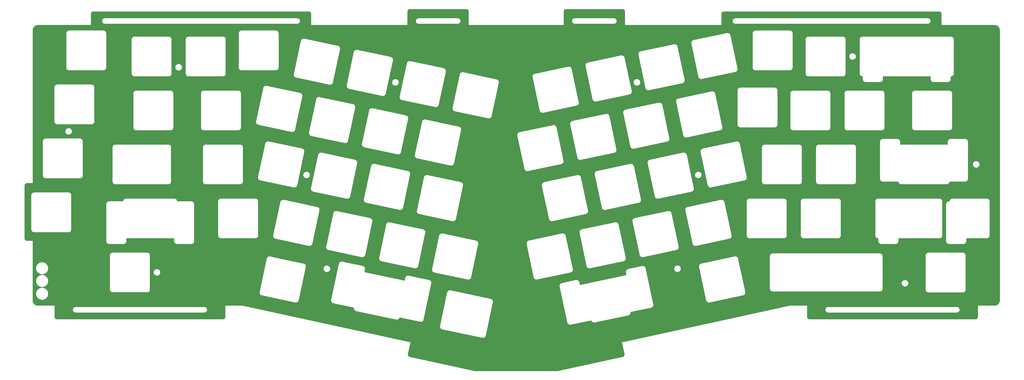
<source format=gbr>
%TF.GenerationSoftware,KiCad,Pcbnew,(5.1.10)-1*%
%TF.CreationDate,2022-03-08T20:07:58+07:00*%
%TF.ProjectId,Alice platwe,416c6963-6520-4706-9c61-7477652e6b69,rev?*%
%TF.SameCoordinates,Original*%
%TF.FileFunction,Copper,L2,Bot*%
%TF.FilePolarity,Positive*%
%FSLAX46Y46*%
G04 Gerber Fmt 4.6, Leading zero omitted, Abs format (unit mm)*
G04 Created by KiCad (PCBNEW (5.1.10)-1) date 2022-03-08 20:07:58*
%MOMM*%
%LPD*%
G01*
G04 APERTURE LIST*
%TA.AperFunction,NonConductor*%
%ADD10C,0.254000*%
%TD*%
%TA.AperFunction,NonConductor*%
%ADD11C,0.100000*%
%TD*%
G04 APERTURE END LIST*
D10*
X459608338Y-223305453D02*
X459647562Y-223308445D01*
X459686184Y-223313367D01*
X459724196Y-223320174D01*
X459761482Y-223328801D01*
X459798100Y-223339223D01*
X459833955Y-223351379D01*
X459868999Y-223365220D01*
X459903234Y-223380721D01*
X459936527Y-223397795D01*
X459968921Y-223416441D01*
X460000303Y-223436577D01*
X460030655Y-223458174D01*
X460059908Y-223481172D01*
X460088005Y-223505514D01*
X460114914Y-223531169D01*
X460140572Y-223558075D01*
X460164932Y-223586185D01*
X460187935Y-223615435D01*
X460209528Y-223645773D01*
X460229678Y-223677170D01*
X460248311Y-223709533D01*
X460265406Y-223742859D01*
X460280900Y-223777069D01*
X460294750Y-223812128D01*
X460306910Y-223847987D01*
X460317334Y-223884606D01*
X460325968Y-223921917D01*
X460332774Y-223959917D01*
X460337699Y-223998556D01*
X460340693Y-224037797D01*
X460341745Y-224079253D01*
X460341744Y-228794254D01*
X460341130Y-228800488D01*
X460343582Y-228825384D01*
X460350844Y-228849324D01*
X460359685Y-228865864D01*
X460362637Y-228871387D01*
X460378507Y-228890725D01*
X460397845Y-228906595D01*
X460419908Y-228918388D01*
X460443848Y-228925650D01*
X460468744Y-228928102D01*
X460474978Y-228927488D01*
X493843590Y-228927488D01*
X493849824Y-228928102D01*
X493856058Y-228927488D01*
X493874720Y-228925650D01*
X493898660Y-228918388D01*
X493920723Y-228906595D01*
X493940061Y-228890725D01*
X493955931Y-228871387D01*
X493967724Y-228849324D01*
X493974986Y-228825384D01*
X493977438Y-228800488D01*
X493976824Y-228794254D01*
X493976824Y-227379318D01*
X496671410Y-227379318D01*
X496671443Y-227381090D01*
X496672705Y-227431013D01*
X496672991Y-227433325D01*
X496672907Y-227435664D01*
X496673030Y-227437432D01*
X496676775Y-227486700D01*
X496677178Y-227488996D01*
X496677212Y-227491322D01*
X496677423Y-227493083D01*
X496683593Y-227541633D01*
X496684108Y-227543890D01*
X496684258Y-227546201D01*
X496684558Y-227547948D01*
X496693089Y-227595723D01*
X496693712Y-227597936D01*
X496693977Y-227600228D01*
X496694364Y-227601958D01*
X496705197Y-227648894D01*
X496705925Y-227651058D01*
X496706301Y-227653316D01*
X496706774Y-227655025D01*
X496719847Y-227701062D01*
X496720677Y-227703173D01*
X496721160Y-227705391D01*
X496721717Y-227707074D01*
X496736969Y-227752151D01*
X496737895Y-227754202D01*
X496738483Y-227756379D01*
X496739122Y-227758033D01*
X496756493Y-227802088D01*
X496757509Y-227804071D01*
X496758197Y-227806199D01*
X496758917Y-227807819D01*
X496778345Y-227850794D01*
X496779450Y-227852713D01*
X496780234Y-227854786D01*
X496781031Y-227856370D01*
X496802455Y-227898200D01*
X496803644Y-227900050D01*
X496804521Y-227902068D01*
X496805394Y-227903611D01*
X496828754Y-227944238D01*
X496830024Y-227946019D01*
X496830990Y-227947976D01*
X496831937Y-227949476D01*
X496857170Y-227988836D01*
X496858514Y-227990540D01*
X496859569Y-227992442D01*
X496860587Y-227993894D01*
X496887635Y-228031930D01*
X496889052Y-228033559D01*
X496890191Y-228035399D01*
X496891277Y-228036801D01*
X496920077Y-228073450D01*
X496921569Y-228075008D01*
X496922789Y-228076783D01*
X496923941Y-228078131D01*
X496954432Y-228113332D01*
X496955993Y-228114813D01*
X496957294Y-228116525D01*
X496958509Y-228117817D01*
X496990631Y-228151508D01*
X496992256Y-228152909D01*
X496993639Y-228154559D01*
X496994914Y-228155791D01*
X497028606Y-228187913D01*
X497030297Y-228189236D01*
X497031757Y-228190818D01*
X497033089Y-228191987D01*
X497068290Y-228222479D01*
X497070046Y-228223722D01*
X497071583Y-228225236D01*
X497072970Y-228226341D01*
X497109619Y-228255143D01*
X497111443Y-228256308D01*
X497113054Y-228257749D01*
X497114492Y-228258786D01*
X497152527Y-228285833D01*
X497154410Y-228286912D01*
X497156099Y-228288283D01*
X497157585Y-228289250D01*
X497196947Y-228314484D01*
X497198887Y-228315475D01*
X497200651Y-228316771D01*
X497202182Y-228317665D01*
X497242808Y-228341025D01*
X497244814Y-228341931D01*
X497246649Y-228343146D01*
X497248221Y-228343965D01*
X497290052Y-228365389D01*
X497292107Y-228366199D01*
X497294016Y-228367334D01*
X497295627Y-228368075D01*
X497338600Y-228387503D01*
X497340713Y-228388219D01*
X497342688Y-228389266D01*
X497344333Y-228389928D01*
X497388389Y-228407299D01*
X497390556Y-228407917D01*
X497392593Y-228408871D01*
X497394269Y-228409451D01*
X497439345Y-228424703D01*
X497441553Y-228425217D01*
X497443656Y-228426077D01*
X497445358Y-228426573D01*
X497491395Y-228439646D01*
X497493645Y-228440053D01*
X497495801Y-228440812D01*
X497497526Y-228441223D01*
X497544462Y-228452056D01*
X497546743Y-228452352D01*
X497548954Y-228453008D01*
X497550698Y-228453331D01*
X497598472Y-228461862D01*
X497600777Y-228462044D01*
X497603029Y-228462591D01*
X497604787Y-228462827D01*
X497653338Y-228468997D01*
X497655665Y-228469064D01*
X497657953Y-228469498D01*
X497659720Y-228469644D01*
X497708987Y-228473390D01*
X497711313Y-228473339D01*
X497713632Y-228473659D01*
X497715404Y-228473715D01*
X497760701Y-228474861D01*
X497762306Y-228475019D01*
X511535874Y-228475019D01*
X511537479Y-228474861D01*
X511582775Y-228473715D01*
X511585086Y-228473429D01*
X511587423Y-228473513D01*
X511589192Y-228473390D01*
X511638458Y-228469644D01*
X511640748Y-228469242D01*
X511643080Y-228469208D01*
X511644840Y-228468997D01*
X511693392Y-228462827D01*
X511695649Y-228462312D01*
X511697960Y-228462162D01*
X511699707Y-228461862D01*
X511747482Y-228453331D01*
X511749695Y-228452708D01*
X511751987Y-228452443D01*
X511753717Y-228452056D01*
X511800653Y-228441223D01*
X511802817Y-228440495D01*
X511805075Y-228440119D01*
X511806784Y-228439646D01*
X511852821Y-228426573D01*
X511854931Y-228425744D01*
X511857151Y-228425260D01*
X511858834Y-228424703D01*
X511903910Y-228409451D01*
X511905958Y-228408526D01*
X511908136Y-228407938D01*
X511909790Y-228407299D01*
X511953846Y-228389928D01*
X511955836Y-228388909D01*
X511957959Y-228388222D01*
X511959579Y-228387503D01*
X512002552Y-228368075D01*
X512004469Y-228366972D01*
X512006543Y-228366187D01*
X512008127Y-228365389D01*
X512049958Y-228343965D01*
X512051808Y-228342776D01*
X512053828Y-228341898D01*
X512055371Y-228341025D01*
X512095997Y-228317665D01*
X512097774Y-228316398D01*
X512099733Y-228315431D01*
X512101232Y-228314484D01*
X512140594Y-228289250D01*
X512142298Y-228287906D01*
X512144202Y-228286850D01*
X512145654Y-228285832D01*
X512183689Y-228258784D01*
X512185316Y-228257369D01*
X512187157Y-228256229D01*
X512188559Y-228255143D01*
X512225208Y-228226343D01*
X512226766Y-228224851D01*
X512228541Y-228223631D01*
X512229889Y-228222479D01*
X512265090Y-228191988D01*
X512266569Y-228190429D01*
X512268280Y-228189129D01*
X512269572Y-228187914D01*
X512303265Y-228155792D01*
X512304668Y-228154165D01*
X512306319Y-228152781D01*
X512307551Y-228151506D01*
X512339673Y-228117813D01*
X512340995Y-228116123D01*
X512342577Y-228114663D01*
X512343746Y-228113331D01*
X512374238Y-228078130D01*
X512375481Y-228076374D01*
X512376997Y-228074835D01*
X512378102Y-228073449D01*
X512406902Y-228036800D01*
X512408065Y-228034979D01*
X512409506Y-228033368D01*
X512410543Y-228031930D01*
X512437591Y-227993895D01*
X512438672Y-227992009D01*
X512440042Y-227990321D01*
X512441009Y-227988835D01*
X512466243Y-227949473D01*
X512467234Y-227947534D01*
X512468531Y-227945768D01*
X512469425Y-227944237D01*
X512492785Y-227903610D01*
X512493690Y-227901605D01*
X512494905Y-227899771D01*
X512495724Y-227898199D01*
X512517148Y-227856369D01*
X512517961Y-227854308D01*
X512519093Y-227852403D01*
X512519834Y-227850792D01*
X512539263Y-227807818D01*
X512539979Y-227805706D01*
X512541025Y-227803732D01*
X512541686Y-227802087D01*
X512559057Y-227758032D01*
X512559673Y-227755871D01*
X512560631Y-227753826D01*
X512561210Y-227752150D01*
X512576462Y-227707074D01*
X512576976Y-227704866D01*
X512577836Y-227702763D01*
X512578332Y-227701061D01*
X512591405Y-227655024D01*
X512591812Y-227652774D01*
X512592571Y-227650618D01*
X512592982Y-227648893D01*
X512603815Y-227601957D01*
X512604111Y-227599676D01*
X512604767Y-227597465D01*
X512605090Y-227595721D01*
X512613621Y-227547947D01*
X512613803Y-227545642D01*
X512614350Y-227543390D01*
X512614586Y-227541632D01*
X512620756Y-227493081D01*
X512620823Y-227490753D01*
X512621257Y-227488465D01*
X512621403Y-227486698D01*
X512625149Y-227437431D01*
X512625098Y-227435105D01*
X512625418Y-227432786D01*
X512625474Y-227431014D01*
X512626737Y-227381091D01*
X512626568Y-227378768D01*
X512626770Y-227376440D01*
X512626737Y-227374667D01*
X512625474Y-227324743D01*
X512625188Y-227322432D01*
X512625272Y-227320095D01*
X512625149Y-227318326D01*
X512621403Y-227269059D01*
X512621001Y-227266769D01*
X512620967Y-227264437D01*
X512620756Y-227262677D01*
X512614586Y-227214126D01*
X512614071Y-227211869D01*
X512613921Y-227209559D01*
X512613621Y-227207811D01*
X512605090Y-227160037D01*
X512604467Y-227157825D01*
X512604202Y-227155531D01*
X512603815Y-227153801D01*
X512592982Y-227106865D01*
X512592252Y-227104697D01*
X512591877Y-227102442D01*
X512591405Y-227100734D01*
X512578332Y-227054697D01*
X512577503Y-227052587D01*
X512577019Y-227050367D01*
X512576462Y-227048684D01*
X512561210Y-227003608D01*
X512560285Y-227001560D01*
X512559697Y-226999382D01*
X512559058Y-226997728D01*
X512541687Y-226953672D01*
X512540670Y-226951686D01*
X512539982Y-226949560D01*
X512539262Y-226947939D01*
X512519834Y-226904966D01*
X512518729Y-226903047D01*
X512517945Y-226900974D01*
X512517148Y-226899390D01*
X512495724Y-226857560D01*
X512494535Y-226855710D01*
X512493658Y-226853692D01*
X512492785Y-226852149D01*
X512469425Y-226811522D01*
X512468156Y-226809743D01*
X512467189Y-226807783D01*
X512466242Y-226806284D01*
X512441008Y-226766923D01*
X512439665Y-226765221D01*
X512438610Y-226763318D01*
X512437592Y-226761866D01*
X512410544Y-226723830D01*
X512409127Y-226722202D01*
X512407988Y-226720361D01*
X512406902Y-226718959D01*
X512378102Y-226682310D01*
X512376610Y-226680752D01*
X512375390Y-226678977D01*
X512374238Y-226677629D01*
X512343746Y-226642428D01*
X512342192Y-226640953D01*
X512340887Y-226639236D01*
X512339672Y-226637945D01*
X512307550Y-226604253D01*
X512305924Y-226602851D01*
X512304541Y-226601201D01*
X512303266Y-226599969D01*
X512269573Y-226567846D01*
X512267882Y-226566524D01*
X512266421Y-226564940D01*
X512265089Y-226563771D01*
X512229887Y-226533279D01*
X512228131Y-226532036D01*
X512226596Y-226530524D01*
X512225210Y-226529419D01*
X512188560Y-226500618D01*
X512186740Y-226499455D01*
X512185125Y-226498011D01*
X512183687Y-226496973D01*
X512145652Y-226469927D01*
X512143775Y-226468851D01*
X512142083Y-226467478D01*
X512140597Y-226466511D01*
X512101234Y-226441276D01*
X512099291Y-226440283D01*
X512097526Y-226438987D01*
X512095995Y-226438093D01*
X512055369Y-226414734D01*
X512053365Y-226413829D01*
X512051530Y-226412614D01*
X512049958Y-226411795D01*
X512008127Y-226390371D01*
X512006072Y-226389561D01*
X512004163Y-226388426D01*
X512002552Y-226387685D01*
X511959579Y-226368257D01*
X511957466Y-226367541D01*
X511955491Y-226366494D01*
X511953846Y-226365832D01*
X511909790Y-226348461D01*
X511907626Y-226347844D01*
X511905585Y-226346888D01*
X511903910Y-226346309D01*
X511858834Y-226331057D01*
X511856626Y-226330543D01*
X511854523Y-226329683D01*
X511852821Y-226329187D01*
X511806784Y-226316114D01*
X511804534Y-226315707D01*
X511802378Y-226314948D01*
X511800653Y-226314537D01*
X511753717Y-226303704D01*
X511751436Y-226303408D01*
X511749225Y-226302752D01*
X511747482Y-226302429D01*
X511699707Y-226293898D01*
X511697401Y-226293716D01*
X511695149Y-226293169D01*
X511693392Y-226292933D01*
X511644840Y-226286763D01*
X511642513Y-226286696D01*
X511640225Y-226286262D01*
X511638458Y-226286116D01*
X511589192Y-226282370D01*
X511586865Y-226282421D01*
X511584545Y-226282101D01*
X511582772Y-226282045D01*
X511537479Y-226280900D01*
X511535874Y-226280742D01*
X497762306Y-226280742D01*
X497760701Y-226280900D01*
X497715407Y-226282045D01*
X497713095Y-226282331D01*
X497710756Y-226282247D01*
X497708987Y-226282370D01*
X497659720Y-226286116D01*
X497657430Y-226286518D01*
X497655098Y-226286552D01*
X497653338Y-226286763D01*
X497604787Y-226292933D01*
X497602530Y-226293448D01*
X497600220Y-226293598D01*
X497598472Y-226293898D01*
X497550698Y-226302429D01*
X497548486Y-226303052D01*
X497546192Y-226303317D01*
X497544462Y-226303704D01*
X497497526Y-226314537D01*
X497495358Y-226315267D01*
X497493103Y-226315642D01*
X497491395Y-226316114D01*
X497445358Y-226329187D01*
X497443248Y-226330016D01*
X497441028Y-226330500D01*
X497439345Y-226331057D01*
X497394269Y-226346309D01*
X497392221Y-226347234D01*
X497390043Y-226347822D01*
X497388389Y-226348461D01*
X497344333Y-226365832D01*
X497342347Y-226366849D01*
X497340221Y-226367537D01*
X497338600Y-226368257D01*
X497295627Y-226387685D01*
X497293710Y-226388788D01*
X497291636Y-226389573D01*
X497290052Y-226390371D01*
X497248221Y-226411795D01*
X497246370Y-226412984D01*
X497244351Y-226413862D01*
X497242808Y-226414735D01*
X497202182Y-226438095D01*
X497200405Y-226439362D01*
X497198446Y-226440329D01*
X497196947Y-226441276D01*
X497157585Y-226466510D01*
X497155883Y-226467852D01*
X497153978Y-226468909D01*
X497152527Y-226469927D01*
X497114492Y-226496974D01*
X497112866Y-226498388D01*
X497111020Y-226499531D01*
X497109619Y-226500617D01*
X497072970Y-226529419D01*
X497071417Y-226530906D01*
X497069638Y-226532129D01*
X497068290Y-226533281D01*
X497033089Y-226563773D01*
X497031614Y-226565327D01*
X497029897Y-226566632D01*
X497028606Y-226567847D01*
X496994914Y-226599969D01*
X496993512Y-226601595D01*
X496991862Y-226602978D01*
X496990630Y-226604253D01*
X496958507Y-226637946D01*
X496957184Y-226639637D01*
X496955602Y-226641097D01*
X496954432Y-226642429D01*
X496923941Y-226677630D01*
X496922698Y-226679386D01*
X496921183Y-226680924D01*
X496920078Y-226682310D01*
X496891278Y-226718958D01*
X496890115Y-226720779D01*
X496888672Y-226722392D01*
X496887635Y-226723830D01*
X496860587Y-226761866D01*
X496859508Y-226763749D01*
X496858137Y-226765438D01*
X496857170Y-226766925D01*
X496831936Y-226806287D01*
X496830945Y-226808227D01*
X496829649Y-226809991D01*
X496828755Y-226811522D01*
X496805395Y-226852148D01*
X496804489Y-226854154D01*
X496803274Y-226855989D01*
X496802455Y-226857561D01*
X496781031Y-226899392D01*
X496780221Y-226901447D01*
X496779086Y-226903356D01*
X496778345Y-226904967D01*
X496758917Y-226947940D01*
X496758201Y-226950053D01*
X496757154Y-226952028D01*
X496756492Y-226953673D01*
X496739121Y-226997729D01*
X496738504Y-226999893D01*
X496737548Y-227001934D01*
X496736969Y-227003609D01*
X496721717Y-227048685D01*
X496721203Y-227050893D01*
X496720343Y-227052996D01*
X496719847Y-227054698D01*
X496706774Y-227100735D01*
X496706367Y-227102985D01*
X496705608Y-227105141D01*
X496705197Y-227106866D01*
X496694364Y-227153802D01*
X496694068Y-227156085D01*
X496693412Y-227158295D01*
X496693089Y-227160038D01*
X496684558Y-227207813D01*
X496684376Y-227210118D01*
X496683829Y-227212370D01*
X496683593Y-227214128D01*
X496677423Y-227262678D01*
X496677356Y-227265006D01*
X496676922Y-227267294D01*
X496676775Y-227269061D01*
X496673030Y-227318329D01*
X496673081Y-227320655D01*
X496672761Y-227322975D01*
X496672705Y-227324748D01*
X496671443Y-227374672D01*
X496671611Y-227376993D01*
X496671410Y-227379318D01*
X493976824Y-227379318D01*
X493976824Y-224079205D01*
X493977873Y-224037799D01*
X493980865Y-223998545D01*
X493985785Y-223959913D01*
X493992587Y-223921906D01*
X494001222Y-223884558D01*
X494011633Y-223847958D01*
X494023782Y-223812107D01*
X494037621Y-223777052D01*
X494053112Y-223742823D01*
X494070188Y-223709511D01*
X494088816Y-223677136D01*
X494108950Y-223645744D01*
X494130532Y-223615402D01*
X494153512Y-223586163D01*
X494177855Y-223558055D01*
X494203507Y-223531143D01*
X494230387Y-223505502D01*
X494258482Y-223481148D01*
X494287712Y-223458159D01*
X494318046Y-223436565D01*
X494349414Y-223416429D01*
X494381784Y-223397790D01*
X494415084Y-223380707D01*
X494449290Y-223365215D01*
X494484309Y-223351379D01*
X494520165Y-223339219D01*
X494556757Y-223328802D01*
X494594056Y-223320171D01*
X494632037Y-223313369D01*
X494670666Y-223308445D01*
X494709887Y-223305453D01*
X494751288Y-223304403D01*
X514546871Y-223304403D01*
X514588273Y-223305453D01*
X514627497Y-223308445D01*
X514666119Y-223313367D01*
X514704131Y-223320174D01*
X514741417Y-223328801D01*
X514778035Y-223339223D01*
X514813882Y-223351376D01*
X514848940Y-223365223D01*
X514883160Y-223380717D01*
X514916471Y-223397800D01*
X514948856Y-223416441D01*
X514980238Y-223436577D01*
X515010592Y-223458176D01*
X515039848Y-223481176D01*
X515067941Y-223505515D01*
X515094848Y-223531168D01*
X515120506Y-223558074D01*
X515144871Y-223586190D01*
X515167869Y-223615434D01*
X515189460Y-223645771D01*
X515209612Y-223677170D01*
X515228245Y-223709533D01*
X515245340Y-223742859D01*
X515260834Y-223777069D01*
X515274684Y-223812128D01*
X515286844Y-223847987D01*
X515297268Y-223884606D01*
X515305902Y-223921917D01*
X515312708Y-223959917D01*
X515317633Y-223998556D01*
X515320627Y-224037797D01*
X515321679Y-224079253D01*
X515321678Y-228794254D01*
X515321064Y-228800488D01*
X515323516Y-228825384D01*
X515330778Y-228849324D01*
X515339619Y-228865864D01*
X515342571Y-228871387D01*
X515358441Y-228890725D01*
X515377779Y-228906595D01*
X515399842Y-228918388D01*
X515423782Y-228925650D01*
X515448678Y-228928102D01*
X515454912Y-228927488D01*
X549372501Y-228927488D01*
X549378735Y-228928102D01*
X549384969Y-228927488D01*
X549403631Y-228925650D01*
X549427571Y-228918388D01*
X549449634Y-228906595D01*
X549468972Y-228890725D01*
X549484842Y-228871387D01*
X549496635Y-228849324D01*
X549503897Y-228825384D01*
X549506349Y-228800488D01*
X549505735Y-228794254D01*
X549505735Y-227379318D01*
X553229801Y-227379318D01*
X553229834Y-227381090D01*
X553231096Y-227431013D01*
X553231382Y-227433325D01*
X553231298Y-227435664D01*
X553231421Y-227437432D01*
X553235166Y-227486700D01*
X553235569Y-227488996D01*
X553235603Y-227491322D01*
X553235814Y-227493083D01*
X553241984Y-227541633D01*
X553242499Y-227543890D01*
X553242649Y-227546201D01*
X553242949Y-227547948D01*
X553251480Y-227595723D01*
X553252103Y-227597936D01*
X553252368Y-227600228D01*
X553252755Y-227601958D01*
X553263588Y-227648894D01*
X553264316Y-227651058D01*
X553264692Y-227653316D01*
X553265165Y-227655025D01*
X553278238Y-227701062D01*
X553279068Y-227703173D01*
X553279551Y-227705391D01*
X553280108Y-227707074D01*
X553295360Y-227752151D01*
X553296286Y-227754202D01*
X553296874Y-227756379D01*
X553297513Y-227758033D01*
X553314884Y-227802088D01*
X553315900Y-227804071D01*
X553316588Y-227806199D01*
X553317308Y-227807819D01*
X553336736Y-227850794D01*
X553337841Y-227852713D01*
X553338625Y-227854786D01*
X553339422Y-227856370D01*
X553360846Y-227898200D01*
X553362035Y-227900050D01*
X553362912Y-227902068D01*
X553363785Y-227903611D01*
X553387145Y-227944238D01*
X553388415Y-227946019D01*
X553389381Y-227947976D01*
X553390328Y-227949476D01*
X553415561Y-227988836D01*
X553416905Y-227990540D01*
X553417959Y-227992440D01*
X553418977Y-227993892D01*
X553446024Y-228031928D01*
X553447443Y-228033559D01*
X553448583Y-228035401D01*
X553449669Y-228036802D01*
X553478470Y-228073452D01*
X553479960Y-228075007D01*
X553481180Y-228076783D01*
X553482332Y-228078131D01*
X553512823Y-228113332D01*
X553514383Y-228114813D01*
X553515684Y-228116524D01*
X553516898Y-228117815D01*
X553549021Y-228151508D01*
X553550646Y-228152909D01*
X553552029Y-228154559D01*
X553553304Y-228155791D01*
X553586996Y-228187913D01*
X553588687Y-228189236D01*
X553590147Y-228190818D01*
X553591479Y-228191987D01*
X553626680Y-228222479D01*
X553628436Y-228223722D01*
X553629973Y-228225236D01*
X553631360Y-228226341D01*
X553668009Y-228255143D01*
X553669833Y-228256307D01*
X553671445Y-228257750D01*
X553672883Y-228258787D01*
X553710919Y-228285834D01*
X553712800Y-228286912D01*
X553714488Y-228288282D01*
X553715974Y-228289249D01*
X553755335Y-228314483D01*
X553757276Y-228315474D01*
X553759042Y-228316772D01*
X553760573Y-228317666D01*
X553801200Y-228341026D01*
X553803205Y-228341931D01*
X553805039Y-228343146D01*
X553806611Y-228343965D01*
X553848441Y-228365389D01*
X553850502Y-228366202D01*
X553852407Y-228367334D01*
X553854018Y-228368075D01*
X553896992Y-228387504D01*
X553899104Y-228388220D01*
X553901078Y-228389266D01*
X553902723Y-228389927D01*
X553946778Y-228407298D01*
X553948939Y-228407914D01*
X553950984Y-228408872D01*
X553952660Y-228409451D01*
X553997736Y-228424703D01*
X553999944Y-228425217D01*
X554002047Y-228426077D01*
X554003749Y-228426573D01*
X554049786Y-228439646D01*
X554052036Y-228440053D01*
X554054192Y-228440812D01*
X554055917Y-228441223D01*
X554102853Y-228452056D01*
X554105134Y-228452352D01*
X554107345Y-228453008D01*
X554109089Y-228453331D01*
X554156863Y-228461862D01*
X554159168Y-228462044D01*
X554161420Y-228462591D01*
X554163177Y-228462827D01*
X554211728Y-228468997D01*
X554214056Y-228469064D01*
X554216344Y-228469498D01*
X554218111Y-228469644D01*
X554267378Y-228473390D01*
X554269704Y-228473339D01*
X554272023Y-228473659D01*
X554273795Y-228473715D01*
X554319092Y-228474861D01*
X554320697Y-228475019D01*
X622043326Y-228475019D01*
X622044931Y-228474861D01*
X622090227Y-228473715D01*
X622092538Y-228473429D01*
X622094875Y-228473513D01*
X622096644Y-228473390D01*
X622145910Y-228469644D01*
X622148200Y-228469242D01*
X622150532Y-228469208D01*
X622152292Y-228468997D01*
X622200844Y-228462827D01*
X622203101Y-228462312D01*
X622205412Y-228462162D01*
X622207159Y-228461862D01*
X622254934Y-228453331D01*
X622257147Y-228452708D01*
X622259439Y-228452443D01*
X622261169Y-228452056D01*
X622308105Y-228441223D01*
X622310269Y-228440495D01*
X622312527Y-228440119D01*
X622314236Y-228439646D01*
X622360273Y-228426573D01*
X622362383Y-228425744D01*
X622364603Y-228425260D01*
X622366286Y-228424703D01*
X622411362Y-228409451D01*
X622413410Y-228408526D01*
X622415588Y-228407938D01*
X622417242Y-228407299D01*
X622461298Y-228389928D01*
X622463288Y-228388909D01*
X622465411Y-228388222D01*
X622467031Y-228387503D01*
X622510004Y-228368075D01*
X622511921Y-228366972D01*
X622513995Y-228366187D01*
X622515579Y-228365389D01*
X622557410Y-228343965D01*
X622559260Y-228342776D01*
X622561280Y-228341898D01*
X622562823Y-228341025D01*
X622603449Y-228317665D01*
X622605226Y-228316398D01*
X622607185Y-228315431D01*
X622608684Y-228314484D01*
X622648046Y-228289250D01*
X622649750Y-228287906D01*
X622651654Y-228286850D01*
X622653106Y-228285832D01*
X622691141Y-228258784D01*
X622692768Y-228257369D01*
X622694609Y-228256229D01*
X622696011Y-228255143D01*
X622732660Y-228226343D01*
X622734218Y-228224851D01*
X622735993Y-228223631D01*
X622737341Y-228222479D01*
X622772542Y-228191988D01*
X622774021Y-228190429D01*
X622775732Y-228189129D01*
X622777024Y-228187914D01*
X622810717Y-228155792D01*
X622812120Y-228154165D01*
X622813771Y-228152781D01*
X622815003Y-228151506D01*
X622847125Y-228117813D01*
X622848447Y-228116123D01*
X622850029Y-228114663D01*
X622851198Y-228113331D01*
X622881690Y-228078130D01*
X622882933Y-228076374D01*
X622884449Y-228074835D01*
X622885554Y-228073449D01*
X622914354Y-228036800D01*
X622915517Y-228034979D01*
X622916958Y-228033368D01*
X622917995Y-228031930D01*
X622945043Y-227993895D01*
X622946124Y-227992009D01*
X622947494Y-227990321D01*
X622948461Y-227988835D01*
X622973695Y-227949473D01*
X622974686Y-227947534D01*
X622975983Y-227945768D01*
X622976877Y-227944237D01*
X623000237Y-227903610D01*
X623001142Y-227901605D01*
X623002357Y-227899771D01*
X623003176Y-227898199D01*
X623024600Y-227856369D01*
X623025413Y-227854308D01*
X623026545Y-227852403D01*
X623027286Y-227850792D01*
X623046715Y-227807818D01*
X623047431Y-227805706D01*
X623048477Y-227803732D01*
X623049138Y-227802087D01*
X623066509Y-227758032D01*
X623067125Y-227755871D01*
X623068083Y-227753826D01*
X623068662Y-227752150D01*
X623083914Y-227707074D01*
X623084428Y-227704866D01*
X623085288Y-227702763D01*
X623085784Y-227701061D01*
X623098857Y-227655024D01*
X623099264Y-227652774D01*
X623100023Y-227650618D01*
X623100434Y-227648893D01*
X623111267Y-227601957D01*
X623111563Y-227599676D01*
X623112219Y-227597465D01*
X623112542Y-227595721D01*
X623121073Y-227547947D01*
X623121255Y-227545642D01*
X623121802Y-227543390D01*
X623122038Y-227541632D01*
X623128208Y-227493081D01*
X623128275Y-227490753D01*
X623128709Y-227488465D01*
X623128855Y-227486698D01*
X623132601Y-227437431D01*
X623132550Y-227435105D01*
X623132870Y-227432786D01*
X623132926Y-227431014D01*
X623134189Y-227381091D01*
X623134020Y-227378768D01*
X623134222Y-227376440D01*
X623134189Y-227374667D01*
X623132926Y-227324743D01*
X623132640Y-227322432D01*
X623132724Y-227320095D01*
X623132601Y-227318326D01*
X623128855Y-227269059D01*
X623128453Y-227266769D01*
X623128419Y-227264437D01*
X623128208Y-227262677D01*
X623122038Y-227214126D01*
X623121523Y-227211869D01*
X623121373Y-227209559D01*
X623121073Y-227207811D01*
X623112542Y-227160037D01*
X623111919Y-227157825D01*
X623111654Y-227155531D01*
X623111267Y-227153801D01*
X623100434Y-227106865D01*
X623099704Y-227104697D01*
X623099329Y-227102442D01*
X623098857Y-227100734D01*
X623085784Y-227054697D01*
X623084955Y-227052587D01*
X623084471Y-227050367D01*
X623083914Y-227048684D01*
X623068662Y-227003608D01*
X623067737Y-227001560D01*
X623067149Y-226999382D01*
X623066510Y-226997728D01*
X623049139Y-226953672D01*
X623048122Y-226951686D01*
X623047434Y-226949560D01*
X623046714Y-226947939D01*
X623027286Y-226904966D01*
X623026181Y-226903047D01*
X623025397Y-226900974D01*
X623024600Y-226899390D01*
X623003176Y-226857560D01*
X623001987Y-226855710D01*
X623001110Y-226853692D01*
X623000237Y-226852149D01*
X622976877Y-226811522D01*
X622975608Y-226809743D01*
X622974641Y-226807783D01*
X622973694Y-226806284D01*
X622948460Y-226766923D01*
X622947117Y-226765221D01*
X622946062Y-226763318D01*
X622945044Y-226761866D01*
X622917996Y-226723830D01*
X622916579Y-226722202D01*
X622915440Y-226720361D01*
X622914354Y-226718959D01*
X622885554Y-226682310D01*
X622884062Y-226680752D01*
X622882842Y-226678977D01*
X622881690Y-226677629D01*
X622851198Y-226642428D01*
X622849644Y-226640953D01*
X622848339Y-226639236D01*
X622847124Y-226637945D01*
X622815002Y-226604253D01*
X622813376Y-226602851D01*
X622811993Y-226601201D01*
X622810718Y-226599969D01*
X622777025Y-226567846D01*
X622775334Y-226566524D01*
X622773873Y-226564940D01*
X622772541Y-226563771D01*
X622737339Y-226533279D01*
X622735583Y-226532036D01*
X622734048Y-226530524D01*
X622732662Y-226529419D01*
X622696012Y-226500618D01*
X622694192Y-226499455D01*
X622692577Y-226498011D01*
X622691139Y-226496973D01*
X622653104Y-226469927D01*
X622651227Y-226468851D01*
X622649535Y-226467478D01*
X622648049Y-226466511D01*
X622608686Y-226441276D01*
X622606743Y-226440283D01*
X622604978Y-226438987D01*
X622603447Y-226438093D01*
X622562821Y-226414734D01*
X622560817Y-226413829D01*
X622558982Y-226412614D01*
X622557410Y-226411795D01*
X622515579Y-226390371D01*
X622513524Y-226389561D01*
X622511615Y-226388426D01*
X622510004Y-226387685D01*
X622467031Y-226368257D01*
X622464918Y-226367541D01*
X622462943Y-226366494D01*
X622461298Y-226365832D01*
X622417242Y-226348461D01*
X622415078Y-226347844D01*
X622413037Y-226346888D01*
X622411362Y-226346309D01*
X622366286Y-226331057D01*
X622364078Y-226330543D01*
X622361975Y-226329683D01*
X622360273Y-226329187D01*
X622314236Y-226316114D01*
X622311986Y-226315707D01*
X622309830Y-226314948D01*
X622308105Y-226314537D01*
X622261169Y-226303704D01*
X622258888Y-226303408D01*
X622256677Y-226302752D01*
X622254934Y-226302429D01*
X622207159Y-226293898D01*
X622204853Y-226293716D01*
X622202601Y-226293169D01*
X622200844Y-226292933D01*
X622152292Y-226286763D01*
X622149965Y-226286696D01*
X622147677Y-226286262D01*
X622145910Y-226286116D01*
X622096644Y-226282370D01*
X622094317Y-226282421D01*
X622091997Y-226282101D01*
X622090224Y-226282045D01*
X622044931Y-226280900D01*
X622043326Y-226280742D01*
X554320697Y-226280742D01*
X554319092Y-226280900D01*
X554273798Y-226282045D01*
X554271486Y-226282331D01*
X554269147Y-226282247D01*
X554267378Y-226282370D01*
X554218111Y-226286116D01*
X554215821Y-226286518D01*
X554213488Y-226286552D01*
X554211728Y-226286763D01*
X554163177Y-226292933D01*
X554160919Y-226293448D01*
X554158611Y-226293598D01*
X554156863Y-226293898D01*
X554109089Y-226302429D01*
X554106877Y-226303052D01*
X554104583Y-226303317D01*
X554102853Y-226303704D01*
X554055917Y-226314537D01*
X554053749Y-226315267D01*
X554051494Y-226315642D01*
X554049786Y-226316114D01*
X554003749Y-226329187D01*
X554001638Y-226330017D01*
X553999420Y-226330500D01*
X553997736Y-226331057D01*
X553952660Y-226346309D01*
X553950608Y-226347235D01*
X553948432Y-226347823D01*
X553946778Y-226348462D01*
X553902723Y-226365833D01*
X553900738Y-226366849D01*
X553898613Y-226367537D01*
X553896992Y-226368256D01*
X553854018Y-226387685D01*
X553852101Y-226388789D01*
X553850025Y-226389574D01*
X553848441Y-226390371D01*
X553806611Y-226411795D01*
X553804761Y-226412984D01*
X553802743Y-226413861D01*
X553801200Y-226414734D01*
X553760573Y-226438094D01*
X553758794Y-226439363D01*
X553756834Y-226440330D01*
X553755335Y-226441277D01*
X553715974Y-226466511D01*
X553714271Y-226467854D01*
X553712371Y-226468908D01*
X553710919Y-226469926D01*
X553672883Y-226496973D01*
X553671256Y-226498388D01*
X553669410Y-226499531D01*
X553668009Y-226500617D01*
X553631360Y-226529419D01*
X553629807Y-226530906D01*
X553628028Y-226532129D01*
X553626680Y-226533281D01*
X553591479Y-226563773D01*
X553590004Y-226565327D01*
X553588287Y-226566632D01*
X553586996Y-226567847D01*
X553553304Y-226599969D01*
X553551902Y-226601595D01*
X553550251Y-226602979D01*
X553549019Y-226604254D01*
X553516897Y-226637947D01*
X553515575Y-226639637D01*
X553513993Y-226641097D01*
X553512823Y-226642429D01*
X553482332Y-226677630D01*
X553481089Y-226679386D01*
X553479576Y-226680922D01*
X553478471Y-226682308D01*
X553449670Y-226718956D01*
X553448506Y-226720779D01*
X553447061Y-226722394D01*
X553446024Y-226723832D01*
X553418977Y-226761868D01*
X553417899Y-226763748D01*
X553416528Y-226765438D01*
X553415561Y-226766925D01*
X553390327Y-226806287D01*
X553389336Y-226808227D01*
X553388040Y-226809991D01*
X553387146Y-226811522D01*
X553363786Y-226852148D01*
X553362880Y-226854154D01*
X553361665Y-226855989D01*
X553360846Y-226857561D01*
X553339422Y-226899392D01*
X553338612Y-226901447D01*
X553337477Y-226903356D01*
X553336736Y-226904967D01*
X553317308Y-226947940D01*
X553316592Y-226950053D01*
X553315545Y-226952028D01*
X553314883Y-226953673D01*
X553297512Y-226997729D01*
X553296895Y-226999893D01*
X553295939Y-227001934D01*
X553295360Y-227003609D01*
X553280108Y-227048685D01*
X553279594Y-227050893D01*
X553278734Y-227052996D01*
X553278238Y-227054698D01*
X553265165Y-227100735D01*
X553264758Y-227102985D01*
X553263999Y-227105141D01*
X553263588Y-227106866D01*
X553252755Y-227153802D01*
X553252459Y-227156085D01*
X553251803Y-227158295D01*
X553251480Y-227160038D01*
X553242949Y-227207813D01*
X553242767Y-227210118D01*
X553242220Y-227212370D01*
X553241984Y-227214128D01*
X553235814Y-227262678D01*
X553235747Y-227265006D01*
X553235313Y-227267294D01*
X553235166Y-227269061D01*
X553231421Y-227318329D01*
X553231472Y-227320655D01*
X553231152Y-227322975D01*
X553231096Y-227324748D01*
X553229834Y-227374672D01*
X553230002Y-227376993D01*
X553229801Y-227379318D01*
X549505735Y-227379318D01*
X549505735Y-224898452D01*
X549506785Y-224857029D01*
X549509776Y-224817809D01*
X549514703Y-224779137D01*
X549521501Y-224741168D01*
X549530143Y-224703811D01*
X549540552Y-224667227D01*
X549552713Y-224631355D01*
X549566550Y-224596315D01*
X549582046Y-224562089D01*
X549599140Y-224528752D01*
X549617765Y-224496392D01*
X549637901Y-224465009D01*
X549659489Y-224434668D01*
X549682489Y-224405411D01*
X549706831Y-224377313D01*
X549732480Y-224350410D01*
X549759378Y-224324758D01*
X549787491Y-224300397D01*
X549816726Y-224277408D01*
X549847064Y-224255817D01*
X549878443Y-224235678D01*
X549910819Y-224217039D01*
X549944129Y-224199954D01*
X549978325Y-224184468D01*
X550013381Y-224170619D01*
X550049227Y-224158464D01*
X550085815Y-224148050D01*
X550123143Y-224139413D01*
X550161114Y-224132613D01*
X550199745Y-224127689D01*
X550238967Y-224124697D01*
X550280370Y-224123647D01*
X625998121Y-224123647D01*
X626039523Y-224124697D01*
X626078745Y-224127689D01*
X626117376Y-224132613D01*
X626155351Y-224139413D01*
X626192671Y-224148049D01*
X626229263Y-224158464D01*
X626265109Y-224170619D01*
X626300159Y-224184465D01*
X626334362Y-224199954D01*
X626367664Y-224217034D01*
X626400047Y-224235678D01*
X626431436Y-224255823D01*
X626461763Y-224277408D01*
X626491010Y-224300406D01*
X626519101Y-224324749D01*
X626546011Y-224350411D01*
X626571659Y-224377313D01*
X626595992Y-224405400D01*
X626618994Y-224434659D01*
X626640589Y-224465008D01*
X626660730Y-224496401D01*
X626679350Y-224528752D01*
X626696444Y-224562089D01*
X626711940Y-224596315D01*
X626725777Y-224631355D01*
X626737936Y-224667222D01*
X626748348Y-224703815D01*
X626756989Y-224741167D01*
X626763787Y-224779139D01*
X626768712Y-224817790D01*
X626771705Y-224857029D01*
X626772757Y-224898496D01*
X626772756Y-228794254D01*
X626772142Y-228800488D01*
X626774594Y-228825384D01*
X626781856Y-228849324D01*
X626790697Y-228865864D01*
X626793649Y-228871387D01*
X626809519Y-228890725D01*
X626828857Y-228906595D01*
X626850920Y-228918388D01*
X626874860Y-228925650D01*
X626899756Y-228928102D01*
X626905990Y-228927488D01*
X645531297Y-228927488D01*
X645624079Y-228929841D01*
X645714021Y-228936702D01*
X645802619Y-228947994D01*
X645889813Y-228963607D01*
X645975472Y-228983425D01*
X646059495Y-229007338D01*
X646141787Y-229035237D01*
X646222230Y-229067011D01*
X646300716Y-229102546D01*
X646377146Y-229141742D01*
X646451401Y-229184484D01*
X646523363Y-229230657D01*
X646592915Y-229280148D01*
X646659950Y-229332847D01*
X646724367Y-229388658D01*
X646786013Y-229447432D01*
X646844803Y-229509081D01*
X646900612Y-229573477D01*
X646953321Y-229640507D01*
X647002827Y-229710064D01*
X647049004Y-229782012D01*
X647091756Y-229856267D01*
X647130953Y-229932680D01*
X647166495Y-230011160D01*
X647198280Y-230091615D01*
X647226176Y-230173875D01*
X647250098Y-230257914D01*
X647269915Y-230343550D01*
X647285528Y-230430727D01*
X647296824Y-230519331D01*
X647303687Y-230609282D01*
X647306043Y-230702104D01*
X647306042Y-325952641D01*
X647303687Y-326045423D01*
X647296824Y-326135374D01*
X647285528Y-326223978D01*
X647269915Y-326311155D01*
X647250098Y-326396791D01*
X647226176Y-326480830D01*
X647198280Y-326563090D01*
X647166495Y-326643545D01*
X647130955Y-326722021D01*
X647091756Y-326798438D01*
X647049004Y-326872693D01*
X647002827Y-326944641D01*
X646953321Y-327014198D01*
X646900612Y-327081228D01*
X646844803Y-327145624D01*
X646786013Y-327207273D01*
X646724367Y-327266047D01*
X646659950Y-327321858D01*
X646592915Y-327374557D01*
X646523369Y-327424044D01*
X646451401Y-327470221D01*
X646377146Y-327512963D01*
X646300716Y-327552159D01*
X646222230Y-327587694D01*
X646141787Y-327619468D01*
X646059495Y-327647367D01*
X645975472Y-327671280D01*
X645889813Y-327691098D01*
X645802619Y-327706711D01*
X645714021Y-327718003D01*
X645624079Y-327724864D01*
X645531295Y-327727218D01*
X639716750Y-327727218D01*
X639710516Y-327726604D01*
X639704282Y-327727218D01*
X639685620Y-327729056D01*
X639661680Y-327736318D01*
X639639617Y-327748111D01*
X639620279Y-327763981D01*
X639604409Y-327783319D01*
X639592616Y-327805382D01*
X639585354Y-327829322D01*
X639582902Y-327854218D01*
X639583517Y-327860462D01*
X639583516Y-331755904D01*
X639582465Y-331797319D01*
X639579471Y-331836561D01*
X639574546Y-331875200D01*
X639567740Y-331913200D01*
X639559106Y-331950512D01*
X639548680Y-331987138D01*
X639536527Y-332022977D01*
X639522670Y-332058052D01*
X639507178Y-332092259D01*
X639490087Y-332125577D01*
X639471447Y-332157953D01*
X639451303Y-332189341D01*
X639429701Y-332219691D01*
X639406715Y-332248922D01*
X639382344Y-332277043D01*
X639356687Y-332303948D01*
X639329779Y-332329602D01*
X639301686Y-332353941D01*
X639272430Y-332376941D01*
X639242076Y-332398540D01*
X639210694Y-332418676D01*
X639178309Y-332437317D01*
X639144998Y-332454400D01*
X639110778Y-332469894D01*
X639075720Y-332483741D01*
X639039863Y-332495898D01*
X639003271Y-332506312D01*
X638965969Y-332514943D01*
X638927957Y-332521750D01*
X638889335Y-332526672D01*
X638850111Y-332529664D01*
X638808705Y-332530715D01*
X580441151Y-332530715D01*
X580399744Y-332529664D01*
X580360522Y-332526672D01*
X580321891Y-332521748D01*
X580283920Y-332514948D01*
X580246592Y-332506311D01*
X580210005Y-332495897D01*
X580174154Y-332483740D01*
X580139103Y-332469894D01*
X580104906Y-332454407D01*
X580071596Y-332437322D01*
X580039220Y-332418683D01*
X580007841Y-332398544D01*
X579977503Y-332376953D01*
X579948268Y-332353964D01*
X579920155Y-332329603D01*
X579893257Y-332303951D01*
X579867608Y-332277048D01*
X579843266Y-332248950D01*
X579820270Y-332219698D01*
X579798678Y-332189351D01*
X579778540Y-332157964D01*
X579759917Y-332125609D01*
X579742823Y-332092272D01*
X579727332Y-332058057D01*
X579713488Y-332023000D01*
X579701329Y-331987133D01*
X579690917Y-331950537D01*
X579682278Y-331913192D01*
X579675480Y-331875223D01*
X579670553Y-331836551D01*
X579667562Y-331797331D01*
X579666512Y-331755909D01*
X579666512Y-329277921D01*
X585882950Y-329277921D01*
X585882983Y-329279693D01*
X585884245Y-329329616D01*
X585884531Y-329331928D01*
X585884447Y-329334267D01*
X585884570Y-329336036D01*
X585888316Y-329385302D01*
X585888718Y-329387592D01*
X585888752Y-329389924D01*
X585888963Y-329391684D01*
X585895133Y-329440236D01*
X585895648Y-329442493D01*
X585895798Y-329444804D01*
X585896098Y-329446551D01*
X585904629Y-329494326D01*
X585905252Y-329496539D01*
X585905517Y-329498831D01*
X585905904Y-329500561D01*
X585916737Y-329547497D01*
X585917465Y-329549661D01*
X585917841Y-329551919D01*
X585918314Y-329553628D01*
X585931387Y-329599665D01*
X585932216Y-329601775D01*
X585932700Y-329603995D01*
X585933257Y-329605678D01*
X585948509Y-329650754D01*
X585949434Y-329652802D01*
X585950022Y-329654980D01*
X585950661Y-329656634D01*
X585968032Y-329700690D01*
X585969051Y-329702680D01*
X585969738Y-329704803D01*
X585970457Y-329706423D01*
X585989885Y-329749396D01*
X585990990Y-329751316D01*
X585991774Y-329753388D01*
X585992571Y-329754972D01*
X586013995Y-329796802D01*
X586015184Y-329798652D01*
X586016061Y-329800670D01*
X586016934Y-329802213D01*
X586040294Y-329842840D01*
X586041564Y-329844621D01*
X586042530Y-329846578D01*
X586043477Y-329848078D01*
X586068710Y-329887438D01*
X586070054Y-329889142D01*
X586071109Y-329891044D01*
X586072127Y-329892496D01*
X586099175Y-329930532D01*
X586100592Y-329932161D01*
X586101731Y-329934001D01*
X586102817Y-329935403D01*
X586131617Y-329972052D01*
X586133109Y-329973610D01*
X586134329Y-329975385D01*
X586135481Y-329976733D01*
X586165972Y-330011934D01*
X586167533Y-330013415D01*
X586168834Y-330015127D01*
X586170049Y-330016419D01*
X586202171Y-330050110D01*
X586203795Y-330051510D01*
X586205177Y-330053159D01*
X586206452Y-330054391D01*
X586240144Y-330086514D01*
X586241836Y-330087837D01*
X586243298Y-330089422D01*
X586244631Y-330090592D01*
X586279832Y-330121083D01*
X586281588Y-330122326D01*
X586283123Y-330123838D01*
X586284510Y-330124943D01*
X586321159Y-330153745D01*
X586322983Y-330154910D01*
X586324594Y-330156351D01*
X586326032Y-330157388D01*
X586364067Y-330184435D01*
X586365947Y-330185513D01*
X586367637Y-330186884D01*
X586369123Y-330187851D01*
X586408485Y-330213086D01*
X586410428Y-330214079D01*
X586412193Y-330215375D01*
X586413724Y-330216269D01*
X586454350Y-330239628D01*
X586456354Y-330240533D01*
X586458189Y-330241748D01*
X586459761Y-330242567D01*
X586501592Y-330263991D01*
X586503647Y-330264801D01*
X586505556Y-330265936D01*
X586507167Y-330266677D01*
X586550140Y-330286105D01*
X586552253Y-330286821D01*
X586554228Y-330287868D01*
X586555873Y-330288530D01*
X586599929Y-330305901D01*
X586602096Y-330306519D01*
X586604133Y-330307473D01*
X586605809Y-330308053D01*
X586650885Y-330323305D01*
X586653093Y-330323819D01*
X586655196Y-330324679D01*
X586656898Y-330325175D01*
X586702935Y-330338248D01*
X586705185Y-330338655D01*
X586707341Y-330339414D01*
X586709066Y-330339825D01*
X586756002Y-330350658D01*
X586758283Y-330350954D01*
X586760494Y-330351610D01*
X586762238Y-330351933D01*
X586810012Y-330360464D01*
X586812317Y-330360646D01*
X586814569Y-330361193D01*
X586816327Y-330361429D01*
X586864878Y-330367599D01*
X586867205Y-330367666D01*
X586869493Y-330368100D01*
X586871260Y-330368246D01*
X586920527Y-330371992D01*
X586922853Y-330371941D01*
X586925172Y-330372261D01*
X586926944Y-330372317D01*
X586972241Y-330373463D01*
X586973846Y-330373621D01*
X632276032Y-330373621D01*
X632277637Y-330373463D01*
X632322933Y-330372317D01*
X632325244Y-330372031D01*
X632327581Y-330372115D01*
X632329350Y-330371992D01*
X632378616Y-330368246D01*
X632380906Y-330367844D01*
X632383238Y-330367810D01*
X632384998Y-330367599D01*
X632433550Y-330361429D01*
X632435807Y-330360914D01*
X632438118Y-330360764D01*
X632439865Y-330360464D01*
X632487640Y-330351933D01*
X632489853Y-330351310D01*
X632492145Y-330351045D01*
X632493875Y-330350658D01*
X632540811Y-330339825D01*
X632542975Y-330339097D01*
X632545233Y-330338721D01*
X632546942Y-330338248D01*
X632592979Y-330325175D01*
X632595089Y-330324346D01*
X632597309Y-330323862D01*
X632598992Y-330323305D01*
X632644068Y-330308053D01*
X632646116Y-330307128D01*
X632648294Y-330306540D01*
X632649948Y-330305901D01*
X632694004Y-330288530D01*
X632695994Y-330287511D01*
X632698117Y-330286824D01*
X632699737Y-330286105D01*
X632742710Y-330266677D01*
X632744627Y-330265574D01*
X632746701Y-330264789D01*
X632748285Y-330263991D01*
X632790116Y-330242567D01*
X632791966Y-330241378D01*
X632793986Y-330240500D01*
X632795529Y-330239627D01*
X632836155Y-330216267D01*
X632837932Y-330215000D01*
X632839891Y-330214033D01*
X632841390Y-330213086D01*
X632880752Y-330187852D01*
X632882456Y-330186508D01*
X632884358Y-330185453D01*
X632885810Y-330184435D01*
X632923845Y-330157389D01*
X632925478Y-330155968D01*
X632927317Y-330154830D01*
X632928718Y-330153744D01*
X632965368Y-330124943D01*
X632966923Y-330123453D01*
X632968699Y-330122233D01*
X632970047Y-330121081D01*
X633005248Y-330090590D01*
X633006727Y-330089031D01*
X633008438Y-330087731D01*
X633009730Y-330086516D01*
X633043423Y-330054394D01*
X633044826Y-330052767D01*
X633046477Y-330051383D01*
X633047709Y-330050108D01*
X633079831Y-330016415D01*
X633081153Y-330014725D01*
X633082735Y-330013265D01*
X633083904Y-330011933D01*
X633114396Y-329976732D01*
X633115637Y-329974979D01*
X633117154Y-329973439D01*
X633118259Y-329972052D01*
X633147058Y-329935404D01*
X633148219Y-329933587D01*
X633149665Y-329931970D01*
X633150702Y-329930532D01*
X633177750Y-329892496D01*
X633178831Y-329890610D01*
X633180200Y-329888923D01*
X633181167Y-329887437D01*
X633206401Y-329848075D01*
X633207392Y-329846135D01*
X633208688Y-329844371D01*
X633209582Y-329842840D01*
X633232942Y-329802214D01*
X633233848Y-329800208D01*
X633235063Y-329798373D01*
X633235882Y-329796801D01*
X633257306Y-329754970D01*
X633258116Y-329752915D01*
X633259251Y-329751006D01*
X633259992Y-329749395D01*
X633279420Y-329706422D01*
X633280136Y-329704309D01*
X633281183Y-329702334D01*
X633281845Y-329700689D01*
X633299216Y-329656633D01*
X633299834Y-329654466D01*
X633300788Y-329652429D01*
X633301368Y-329650753D01*
X633316620Y-329605677D01*
X633317134Y-329603469D01*
X633317994Y-329601366D01*
X633318490Y-329599664D01*
X633331563Y-329553627D01*
X633331970Y-329551377D01*
X633332729Y-329549221D01*
X633333140Y-329547496D01*
X633343973Y-329500560D01*
X633344269Y-329498277D01*
X633344925Y-329496067D01*
X633345248Y-329494324D01*
X633353779Y-329446548D01*
X633353961Y-329444245D01*
X633354508Y-329441992D01*
X633354744Y-329440235D01*
X633360914Y-329391684D01*
X633360981Y-329389356D01*
X633361415Y-329387068D01*
X633361561Y-329385301D01*
X633365307Y-329336034D01*
X633365256Y-329333708D01*
X633365576Y-329331389D01*
X633365632Y-329329617D01*
X633366895Y-329279694D01*
X633366726Y-329277371D01*
X633366928Y-329275043D01*
X633366895Y-329273270D01*
X633365632Y-329223346D01*
X633365346Y-329221035D01*
X633365430Y-329218698D01*
X633365307Y-329216929D01*
X633361561Y-329167662D01*
X633361159Y-329165372D01*
X633361125Y-329163039D01*
X633360914Y-329161279D01*
X633354744Y-329112728D01*
X633354229Y-329110470D01*
X633354079Y-329108162D01*
X633353779Y-329106414D01*
X633345248Y-329058640D01*
X633344625Y-329056428D01*
X633344360Y-329054134D01*
X633343973Y-329052404D01*
X633333140Y-329005468D01*
X633332410Y-329003300D01*
X633332035Y-329001045D01*
X633331563Y-328999337D01*
X633318490Y-328953300D01*
X633317660Y-328951189D01*
X633317177Y-328948971D01*
X633316620Y-328947287D01*
X633301368Y-328902211D01*
X633300442Y-328900159D01*
X633299854Y-328897983D01*
X633299215Y-328896329D01*
X633281844Y-328852274D01*
X633280828Y-328850289D01*
X633280140Y-328848164D01*
X633279421Y-328846543D01*
X633259992Y-328803569D01*
X633258888Y-328801652D01*
X633258103Y-328799576D01*
X633257306Y-328797992D01*
X633235882Y-328756162D01*
X633234693Y-328754312D01*
X633233816Y-328752294D01*
X633232943Y-328750751D01*
X633209583Y-328710124D01*
X633208314Y-328708345D01*
X633207347Y-328706385D01*
X633206400Y-328704886D01*
X633181166Y-328665525D01*
X633179823Y-328663823D01*
X633178768Y-328661920D01*
X633177750Y-328660468D01*
X633150702Y-328622432D01*
X633149285Y-328620804D01*
X633148146Y-328618963D01*
X633147060Y-328617561D01*
X633118260Y-328580912D01*
X633116768Y-328579354D01*
X633115548Y-328577579D01*
X633114396Y-328576231D01*
X633083904Y-328541030D01*
X633082350Y-328539555D01*
X633081045Y-328537838D01*
X633079830Y-328536547D01*
X633047708Y-328502855D01*
X633046082Y-328501453D01*
X633044698Y-328499802D01*
X633043423Y-328498570D01*
X633009730Y-328466448D01*
X633008040Y-328465126D01*
X633006580Y-328463544D01*
X633005248Y-328462374D01*
X632970047Y-328431883D01*
X632968291Y-328430640D01*
X632966754Y-328429126D01*
X632965368Y-328428021D01*
X632928718Y-328399220D01*
X632926898Y-328398057D01*
X632925283Y-328396613D01*
X632923845Y-328395575D01*
X632885810Y-328368529D01*
X632883930Y-328367452D01*
X632882239Y-328366079D01*
X632880752Y-328365112D01*
X632841390Y-328339878D01*
X632839450Y-328338887D01*
X632837686Y-328337591D01*
X632836155Y-328336697D01*
X632795529Y-328313337D01*
X632793523Y-328312431D01*
X632791688Y-328311216D01*
X632790116Y-328310397D01*
X632748285Y-328288973D01*
X632746230Y-328288163D01*
X632744321Y-328287028D01*
X632742710Y-328286287D01*
X632699737Y-328266859D01*
X632697624Y-328266143D01*
X632695649Y-328265096D01*
X632694004Y-328264434D01*
X632649948Y-328247063D01*
X632647784Y-328246446D01*
X632645743Y-328245490D01*
X632644068Y-328244911D01*
X632598992Y-328229659D01*
X632596784Y-328229145D01*
X632594681Y-328228285D01*
X632592979Y-328227789D01*
X632546942Y-328214716D01*
X632544692Y-328214309D01*
X632542536Y-328213550D01*
X632540811Y-328213139D01*
X632493875Y-328202306D01*
X632491594Y-328202010D01*
X632489383Y-328201354D01*
X632487640Y-328201031D01*
X632439865Y-328192500D01*
X632437559Y-328192318D01*
X632435307Y-328191771D01*
X632433550Y-328191535D01*
X632384998Y-328185365D01*
X632382671Y-328185298D01*
X632380383Y-328184864D01*
X632378616Y-328184718D01*
X632329350Y-328180972D01*
X632327023Y-328181023D01*
X632324703Y-328180703D01*
X632322930Y-328180647D01*
X632277637Y-328179502D01*
X632276032Y-328179344D01*
X586973846Y-328179344D01*
X586972241Y-328179502D01*
X586926947Y-328180647D01*
X586924635Y-328180933D01*
X586922296Y-328180849D01*
X586920527Y-328180972D01*
X586871260Y-328184718D01*
X586868970Y-328185120D01*
X586866638Y-328185154D01*
X586864878Y-328185365D01*
X586816327Y-328191535D01*
X586814070Y-328192050D01*
X586811760Y-328192200D01*
X586810012Y-328192500D01*
X586762238Y-328201031D01*
X586760026Y-328201654D01*
X586757732Y-328201919D01*
X586756002Y-328202306D01*
X586709066Y-328213139D01*
X586706898Y-328213869D01*
X586704643Y-328214244D01*
X586702935Y-328214716D01*
X586656898Y-328227789D01*
X586654788Y-328228618D01*
X586652568Y-328229102D01*
X586650885Y-328229659D01*
X586605809Y-328244911D01*
X586603761Y-328245836D01*
X586601583Y-328246424D01*
X586599929Y-328247063D01*
X586555873Y-328264434D01*
X586553887Y-328265451D01*
X586551761Y-328266139D01*
X586550140Y-328266859D01*
X586507167Y-328286287D01*
X586505250Y-328287390D01*
X586503176Y-328288175D01*
X586501592Y-328288973D01*
X586459761Y-328310397D01*
X586457910Y-328311586D01*
X586455891Y-328312464D01*
X586454348Y-328313337D01*
X586413722Y-328336697D01*
X586411945Y-328337964D01*
X586409986Y-328338931D01*
X586408487Y-328339878D01*
X586369125Y-328365112D01*
X586367421Y-328366456D01*
X586365517Y-328367512D01*
X586364065Y-328368530D01*
X586326030Y-328395578D01*
X586324403Y-328396993D01*
X586322562Y-328398133D01*
X586321160Y-328399219D01*
X586284511Y-328428019D01*
X586282953Y-328429511D01*
X586281178Y-328430731D01*
X586279830Y-328431883D01*
X586244629Y-328462375D01*
X586243154Y-328463929D01*
X586241437Y-328465234D01*
X586240146Y-328466449D01*
X586206454Y-328498571D01*
X586205052Y-328500197D01*
X586203402Y-328501580D01*
X586202170Y-328502855D01*
X586170047Y-328536548D01*
X586168724Y-328538239D01*
X586167142Y-328539699D01*
X586165972Y-328541031D01*
X586135481Y-328576232D01*
X586134238Y-328577988D01*
X586132722Y-328579527D01*
X586131617Y-328580913D01*
X586102817Y-328617562D01*
X586101654Y-328619383D01*
X586100213Y-328620994D01*
X586099176Y-328622432D01*
X586072128Y-328660467D01*
X586071049Y-328662349D01*
X586069677Y-328664040D01*
X586068710Y-328665527D01*
X586043476Y-328704889D01*
X586042485Y-328706828D01*
X586041188Y-328708594D01*
X586040294Y-328710125D01*
X586016934Y-328750752D01*
X586016029Y-328752757D01*
X586014814Y-328754591D01*
X586013995Y-328756163D01*
X585992571Y-328797993D01*
X585991758Y-328800054D01*
X585990626Y-328801959D01*
X585989885Y-328803569D01*
X585970457Y-328846544D01*
X585969743Y-328848651D01*
X585968694Y-328850630D01*
X585968033Y-328852275D01*
X585950662Y-328896330D01*
X585950045Y-328898494D01*
X585949088Y-328900537D01*
X585948509Y-328902212D01*
X585933257Y-328947289D01*
X585932744Y-328949495D01*
X585931883Y-328951599D01*
X585931387Y-328953301D01*
X585918314Y-328999338D01*
X585917907Y-329001588D01*
X585917148Y-329003744D01*
X585916737Y-329005469D01*
X585905904Y-329052405D01*
X585905608Y-329054686D01*
X585904952Y-329056897D01*
X585904629Y-329058640D01*
X585896098Y-329106415D01*
X585895916Y-329108721D01*
X585895369Y-329110973D01*
X585895133Y-329112730D01*
X585888963Y-329161282D01*
X585888896Y-329163609D01*
X585888462Y-329165897D01*
X585888315Y-329167664D01*
X585884570Y-329216932D01*
X585884621Y-329219258D01*
X585884301Y-329221578D01*
X585884245Y-329223351D01*
X585882983Y-329273275D01*
X585883151Y-329275596D01*
X585882950Y-329277921D01*
X579666512Y-329277921D01*
X579666512Y-327860452D01*
X579667126Y-327854218D01*
X579664674Y-327829322D01*
X579657412Y-327805382D01*
X579645619Y-327783319D01*
X579629749Y-327763981D01*
X579610411Y-327748111D01*
X579588348Y-327736318D01*
X579564408Y-327729056D01*
X579545746Y-327727218D01*
X579539512Y-327726604D01*
X579533278Y-327727218D01*
X573661974Y-327727218D01*
X573654614Y-327726625D01*
X573643351Y-327727937D01*
X573631985Y-327729056D01*
X573624902Y-327731205D01*
X514363293Y-340617232D01*
X514357115Y-340617947D01*
X514351111Y-340619881D01*
X514351068Y-340619890D01*
X514345200Y-340621784D01*
X514333303Y-340625616D01*
X514333264Y-340625638D01*
X514333223Y-340625651D01*
X514322198Y-340631798D01*
X514311445Y-340637784D01*
X514311413Y-340637811D01*
X514311372Y-340637834D01*
X514301494Y-340646239D01*
X514292380Y-340653983D01*
X514292353Y-340654017D01*
X514292319Y-340654046D01*
X514284755Y-340663604D01*
X514276842Y-340673588D01*
X514276821Y-340673629D01*
X514276795Y-340673662D01*
X514271390Y-340684221D01*
X514265428Y-340695849D01*
X514265415Y-340695893D01*
X514265396Y-340695931D01*
X514262003Y-340707874D01*
X514258576Y-340719909D01*
X514258573Y-340719952D01*
X514258560Y-340719996D01*
X514257568Y-340732307D01*
X514256549Y-340744843D01*
X514256554Y-340744889D01*
X514256551Y-340744931D01*
X514257945Y-340756907D01*
X514258705Y-340763471D01*
X514258715Y-340763516D01*
X514259444Y-340769780D01*
X514261355Y-340775700D01*
X515157134Y-344909010D01*
X515164870Y-344949678D01*
X515170254Y-344988662D01*
X515173626Y-345027474D01*
X515175024Y-345066013D01*
X515174492Y-345104331D01*
X515172068Y-345142306D01*
X515167787Y-345179909D01*
X515161687Y-345217093D01*
X515153802Y-345253804D01*
X515144167Y-345289982D01*
X515132827Y-345325543D01*
X515119798Y-345360489D01*
X515105142Y-345394693D01*
X515088882Y-345428131D01*
X515071054Y-345460740D01*
X515051696Y-345492463D01*
X515030865Y-345523208D01*
X515008586Y-345552939D01*
X514984885Y-345581611D01*
X514959838Y-345609118D01*
X514933464Y-345635430D01*
X514905808Y-345660481D01*
X514876897Y-345684226D01*
X514846777Y-345706599D01*
X514815503Y-345727532D01*
X514783062Y-345747003D01*
X514749550Y-345764919D01*
X514714940Y-345781254D01*
X514679301Y-345795938D01*
X514642632Y-345808924D01*
X514604970Y-345820150D01*
X514564723Y-345829954D01*
X491743480Y-350792477D01*
X462574920Y-350792477D01*
X439753507Y-345829956D01*
X439713257Y-345820152D01*
X439675585Y-345808922D01*
X439638922Y-345795938D01*
X439603290Y-345781257D01*
X439568673Y-345764918D01*
X439535161Y-345747003D01*
X439502742Y-345727546D01*
X439471444Y-345706598D01*
X439441335Y-345684233D01*
X439412415Y-345660481D01*
X439384759Y-345635430D01*
X439358375Y-345609108D01*
X439333327Y-345581598D01*
X439309652Y-345552960D01*
X439287354Y-345523202D01*
X439266518Y-345492450D01*
X439247174Y-345460751D01*
X439229347Y-345428142D01*
X439213083Y-345394698D01*
X439198421Y-345360483D01*
X439185397Y-345325547D01*
X439174056Y-345289982D01*
X439164419Y-345253795D01*
X439156533Y-345217082D01*
X439150436Y-345179918D01*
X439146154Y-345142306D01*
X439143730Y-345104332D01*
X439143199Y-345066017D01*
X439144599Y-345027456D01*
X439147969Y-344988660D01*
X439153354Y-344949674D01*
X439161093Y-344908990D01*
X440056867Y-340775705D01*
X440058780Y-340769780D01*
X440059511Y-340763508D01*
X440059518Y-340763473D01*
X440060117Y-340758301D01*
X440061674Y-340744931D01*
X440061670Y-340744885D01*
X440061675Y-340744845D01*
X440060734Y-340733265D01*
X440059664Y-340719995D01*
X440059651Y-340719950D01*
X440059648Y-340719910D01*
X440056391Y-340708473D01*
X440052828Y-340695930D01*
X440052808Y-340695891D01*
X440052796Y-340695849D01*
X440047557Y-340685632D01*
X440041430Y-340673661D01*
X440041399Y-340673621D01*
X440041382Y-340673589D01*
X440034707Y-340665167D01*
X440025905Y-340654045D01*
X440025869Y-340654014D01*
X440025844Y-340653983D01*
X440017894Y-340647229D01*
X440006852Y-340637833D01*
X440006804Y-340637806D01*
X440006779Y-340637785D01*
X439998339Y-340633087D01*
X439985001Y-340625650D01*
X439984952Y-340625634D01*
X439984921Y-340625617D01*
X439975082Y-340622448D01*
X439967156Y-340619889D01*
X439967101Y-340619877D01*
X439961109Y-340617947D01*
X439954941Y-340617233D01*
X414946946Y-335179402D01*
X450193759Y-335179402D01*
X450193779Y-335181175D01*
X450194675Y-335232050D01*
X450194937Y-335234315D01*
X450194836Y-335236607D01*
X450194944Y-335238377D01*
X450198353Y-335288816D01*
X450198726Y-335291052D01*
X450198738Y-335293324D01*
X450198933Y-335295086D01*
X450204805Y-335345015D01*
X450205285Y-335347215D01*
X450205408Y-335349461D01*
X450205689Y-335351212D01*
X450213974Y-335400553D01*
X450214557Y-335402709D01*
X450214788Y-335404929D01*
X450215155Y-335406664D01*
X450225804Y-335455340D01*
X450226485Y-335457444D01*
X450226822Y-335459637D01*
X450227273Y-335461351D01*
X450240236Y-335509288D01*
X450241014Y-335511345D01*
X450241453Y-335513498D01*
X450241986Y-335515189D01*
X450257213Y-335562308D01*
X450258083Y-335564309D01*
X450258622Y-335566426D01*
X450259237Y-335568089D01*
X450276679Y-335614315D01*
X450277637Y-335616256D01*
X450278274Y-335618336D01*
X450278968Y-335619967D01*
X450298574Y-335665222D01*
X450299622Y-335667110D01*
X450300353Y-335669145D01*
X450301124Y-335670742D01*
X450322846Y-335714951D01*
X450323977Y-335716778D01*
X450324802Y-335718769D01*
X450325649Y-335720327D01*
X450349435Y-335763411D01*
X450350649Y-335765177D01*
X450351567Y-335767125D01*
X450352487Y-335768641D01*
X450378290Y-335810526D01*
X450379586Y-335812231D01*
X450380594Y-335814130D01*
X450381585Y-335815600D01*
X450409353Y-335856208D01*
X450410733Y-335857855D01*
X450411831Y-335859704D01*
X450412891Y-335861125D01*
X450442576Y-335900380D01*
X450444035Y-335901962D01*
X450445220Y-335903756D01*
X450446346Y-335905125D01*
X450477897Y-335942950D01*
X450479436Y-335944466D01*
X450480712Y-335946211D01*
X450481903Y-335947525D01*
X450515271Y-335983843D01*
X450516883Y-335985285D01*
X450518249Y-335986977D01*
X450519501Y-335988232D01*
X450554635Y-336022967D01*
X450556329Y-336024342D01*
X450557785Y-336025977D01*
X450559097Y-336027170D01*
X450595949Y-336060245D01*
X450597717Y-336061544D01*
X450599260Y-336063116D01*
X450600628Y-336064245D01*
X450639148Y-336095583D01*
X450640987Y-336096801D01*
X450642618Y-336098309D01*
X450644039Y-336099369D01*
X450684176Y-336128896D01*
X450686098Y-336130039D01*
X450687810Y-336131472D01*
X450689281Y-336132462D01*
X450730987Y-336160099D01*
X450732977Y-336161154D01*
X450734771Y-336162511D01*
X450736289Y-336163427D01*
X450779513Y-336189098D01*
X450781564Y-336190059D01*
X450783443Y-336191339D01*
X450785005Y-336192178D01*
X450829698Y-336215807D01*
X450831811Y-336216672D01*
X450833768Y-336217867D01*
X450835370Y-336218627D01*
X450881481Y-336240136D01*
X450883647Y-336240899D01*
X450885677Y-336242003D01*
X450887315Y-336242682D01*
X450934796Y-336261996D01*
X450937019Y-336262656D01*
X450939110Y-336263660D01*
X450940780Y-336264256D01*
X450989580Y-336281297D01*
X450991840Y-336281846D01*
X450993991Y-336282748D01*
X450995689Y-336283258D01*
X451045759Y-336297951D01*
X451048055Y-336298387D01*
X451050257Y-336299182D01*
X451051978Y-336299607D01*
X451098788Y-336310802D01*
X451100308Y-336311285D01*
X465178247Y-339303633D01*
X465179839Y-339303811D01*
X465227149Y-339312622D01*
X465229472Y-339312823D01*
X465231746Y-339313392D01*
X465233502Y-339313640D01*
X465285221Y-339320584D01*
X465287548Y-339320667D01*
X465289835Y-339321118D01*
X465291601Y-339321277D01*
X465343116Y-339325559D01*
X465345432Y-339325525D01*
X465347727Y-339325858D01*
X465349499Y-339325928D01*
X465400732Y-339327598D01*
X465403030Y-339327448D01*
X465405328Y-339327665D01*
X465407101Y-339327645D01*
X465457977Y-339326751D01*
X465460242Y-339326489D01*
X465462531Y-339326590D01*
X465464301Y-339326482D01*
X465514742Y-339323076D01*
X465516979Y-339322703D01*
X465519252Y-339322691D01*
X465521015Y-339322496D01*
X465570945Y-339316626D01*
X465573141Y-339316147D01*
X465575391Y-339316024D01*
X465577141Y-339315743D01*
X465626483Y-339307460D01*
X465628639Y-339306877D01*
X465630860Y-339306646D01*
X465632594Y-339306279D01*
X465681273Y-339295632D01*
X465683379Y-339294950D01*
X465685569Y-339294614D01*
X465687284Y-339294163D01*
X465735220Y-339281202D01*
X465737276Y-339280424D01*
X465739431Y-339279985D01*
X465741122Y-339279451D01*
X465788242Y-339264225D01*
X465790240Y-339263356D01*
X465792359Y-339262817D01*
X465794022Y-339262203D01*
X465840247Y-339244763D01*
X465842195Y-339243802D01*
X465844274Y-339243165D01*
X465845905Y-339242471D01*
X465891160Y-339222865D01*
X465893042Y-339221820D01*
X465895078Y-339221089D01*
X465896675Y-339220318D01*
X465940883Y-339198597D01*
X465942713Y-339197464D01*
X465944702Y-339196640D01*
X465946260Y-339195794D01*
X465989346Y-339172008D01*
X465991115Y-339170792D01*
X465993061Y-339169875D01*
X465994576Y-339168955D01*
X466036461Y-339143153D01*
X466038168Y-339141856D01*
X466040064Y-339140849D01*
X466041534Y-339139858D01*
X466082142Y-339112091D01*
X466083787Y-339110712D01*
X466085637Y-339109614D01*
X466087059Y-339108554D01*
X466126312Y-339078870D01*
X466127896Y-339077409D01*
X466129690Y-339076224D01*
X466131060Y-339075098D01*
X466168884Y-339043547D01*
X466170401Y-339042007D01*
X466172143Y-339040733D01*
X466173457Y-339039542D01*
X466209774Y-339006176D01*
X466211223Y-339004557D01*
X466212910Y-339003194D01*
X466214165Y-339001942D01*
X466248900Y-338966807D01*
X466250274Y-338965114D01*
X466251907Y-338963660D01*
X466253100Y-338962348D01*
X466286175Y-338925497D01*
X466287477Y-338923726D01*
X466289047Y-338922184D01*
X466290175Y-338920817D01*
X466321512Y-338882297D01*
X466322733Y-338880455D01*
X466324238Y-338878826D01*
X466325298Y-338877405D01*
X466354824Y-338837268D01*
X466355963Y-338835353D01*
X466357400Y-338833636D01*
X466358389Y-338832165D01*
X466386025Y-338790459D01*
X466387077Y-338788474D01*
X466388439Y-338786674D01*
X466389354Y-338785156D01*
X466415024Y-338741932D01*
X466415985Y-338739881D01*
X466417265Y-338738002D01*
X466418104Y-338736440D01*
X466441732Y-338691747D01*
X466442597Y-338689635D01*
X466443791Y-338687679D01*
X466444551Y-338686077D01*
X466466060Y-338639966D01*
X466466824Y-338637797D01*
X466467928Y-338635767D01*
X466468607Y-338634130D01*
X466487920Y-338586648D01*
X466488579Y-338584428D01*
X466489583Y-338582337D01*
X466490179Y-338580667D01*
X466507220Y-338531867D01*
X466507770Y-338529603D01*
X466508671Y-338527454D01*
X466509182Y-338525756D01*
X466523874Y-338475686D01*
X466524310Y-338473391D01*
X466525104Y-338471191D01*
X466525528Y-338469469D01*
X466536725Y-338422659D01*
X466537207Y-338421140D01*
X469034749Y-326671147D01*
X469034927Y-326669556D01*
X469043738Y-326622246D01*
X469043939Y-326619922D01*
X469044508Y-326617649D01*
X469044755Y-326615894D01*
X469051699Y-326564178D01*
X469051782Y-326561855D01*
X469052234Y-326559563D01*
X469052392Y-326557798D01*
X469056675Y-326506284D01*
X469056641Y-326503966D01*
X469056974Y-326501671D01*
X469057044Y-326499899D01*
X469058713Y-326448668D01*
X469058563Y-326446372D01*
X469058780Y-326444075D01*
X469058760Y-326442302D01*
X469057866Y-326391429D01*
X469057603Y-326389163D01*
X469057705Y-326386871D01*
X469057597Y-326385101D01*
X469054190Y-326334662D01*
X469053817Y-326332426D01*
X469053805Y-326330151D01*
X469053610Y-326328389D01*
X469047739Y-326278462D01*
X469047260Y-326276266D01*
X469047137Y-326274016D01*
X469046855Y-326272266D01*
X469038571Y-326222926D01*
X469037989Y-326220772D01*
X469037757Y-326218546D01*
X469037390Y-326216812D01*
X469026741Y-326168136D01*
X469026059Y-326166029D01*
X469025723Y-326163843D01*
X469025272Y-326162128D01*
X469012310Y-326114191D01*
X469011532Y-326112136D01*
X469011093Y-326109979D01*
X469010559Y-326108288D01*
X468995332Y-326061170D01*
X468994462Y-326059171D01*
X468993923Y-326057051D01*
X468993308Y-326055388D01*
X468975866Y-326009164D01*
X468974906Y-326007220D01*
X468974270Y-326005142D01*
X468973576Y-326003511D01*
X468953969Y-325958257D01*
X468952924Y-325956374D01*
X468952191Y-325954334D01*
X468951420Y-325952737D01*
X468929697Y-325908531D01*
X468928566Y-325906705D01*
X468927741Y-325904713D01*
X468926894Y-325903155D01*
X468903106Y-325860071D01*
X468901892Y-325858306D01*
X468900974Y-325856357D01*
X468900054Y-325854841D01*
X468874251Y-325812959D01*
X468872954Y-325811253D01*
X468871945Y-325809352D01*
X468870954Y-325807881D01*
X468843184Y-325767275D01*
X468841805Y-325765630D01*
X468840708Y-325763782D01*
X468839648Y-325762361D01*
X468809962Y-325723108D01*
X468808504Y-325721528D01*
X468807317Y-325719730D01*
X468806191Y-325718361D01*
X468774638Y-325680538D01*
X468773104Y-325679027D01*
X468771825Y-325677278D01*
X468770634Y-325675965D01*
X468737265Y-325639647D01*
X468735649Y-325638201D01*
X468734284Y-325636511D01*
X468733031Y-325635256D01*
X468697895Y-325600522D01*
X468696203Y-325599148D01*
X468694748Y-325597515D01*
X468693437Y-325596322D01*
X468656584Y-325563248D01*
X468654813Y-325561947D01*
X468653272Y-325560377D01*
X468651904Y-325559249D01*
X468613383Y-325527911D01*
X468611539Y-325526689D01*
X468609910Y-325525184D01*
X468608489Y-325524124D01*
X468568350Y-325494599D01*
X468566434Y-325493460D01*
X468564720Y-325492025D01*
X468563249Y-325491036D01*
X468521543Y-325463400D01*
X468519558Y-325462348D01*
X468517759Y-325460987D01*
X468516240Y-325460071D01*
X468473015Y-325434401D01*
X468470962Y-325433439D01*
X468469083Y-325432159D01*
X468467521Y-325431320D01*
X468422827Y-325407693D01*
X468420712Y-325406827D01*
X468418761Y-325405636D01*
X468417159Y-325404875D01*
X468371047Y-325383366D01*
X468368874Y-325382601D01*
X468366850Y-325381500D01*
X468365212Y-325380821D01*
X468317731Y-325361507D01*
X468315508Y-325360847D01*
X468313419Y-325359844D01*
X468311749Y-325359248D01*
X468262947Y-325342207D01*
X468260685Y-325341658D01*
X468258535Y-325340756D01*
X468256837Y-325340245D01*
X468206767Y-325325553D01*
X468204472Y-325325117D01*
X468202269Y-325324322D01*
X468200548Y-325323898D01*
X468153756Y-325312708D01*
X468152221Y-325312220D01*
X454074282Y-322319837D01*
X454072683Y-322319658D01*
X454025374Y-322310850D01*
X454023052Y-322310649D01*
X454020777Y-322310080D01*
X454019022Y-322309833D01*
X453967304Y-322302892D01*
X453964979Y-322302809D01*
X453962690Y-322302358D01*
X453960924Y-322302199D01*
X453909412Y-322297920D01*
X453907097Y-322297954D01*
X453904801Y-322297621D01*
X453903029Y-322297551D01*
X453851797Y-322295884D01*
X453849502Y-322296034D01*
X453847204Y-322295817D01*
X453845431Y-322295837D01*
X453794557Y-322296733D01*
X453792292Y-322296995D01*
X453789999Y-322296894D01*
X453788229Y-322297002D01*
X453737790Y-322300411D01*
X453735554Y-322300784D01*
X453733282Y-322300796D01*
X453731520Y-322300991D01*
X453681591Y-322306863D01*
X453679391Y-322307343D01*
X453677145Y-322307466D01*
X453675395Y-322307747D01*
X453626053Y-322316032D01*
X453623897Y-322316615D01*
X453621677Y-322316846D01*
X453619943Y-322317213D01*
X453571265Y-322327862D01*
X453569161Y-322328543D01*
X453566968Y-322328880D01*
X453565253Y-322329332D01*
X453517317Y-322342295D01*
X453515265Y-322343072D01*
X453513108Y-322343511D01*
X453511418Y-322344044D01*
X453464298Y-322359271D01*
X453462294Y-322360143D01*
X453460178Y-322360681D01*
X453458515Y-322361295D01*
X453412290Y-322378737D01*
X453410346Y-322379697D01*
X453408271Y-322380332D01*
X453406639Y-322381026D01*
X453361384Y-322400632D01*
X453359496Y-322401680D01*
X453357458Y-322402412D01*
X453355862Y-322403183D01*
X453311654Y-322424905D01*
X453309831Y-322426034D01*
X453307839Y-322426859D01*
X453306281Y-322427706D01*
X453263196Y-322451492D01*
X453261429Y-322452706D01*
X453259478Y-322453626D01*
X453257963Y-322454546D01*
X453216079Y-322480349D01*
X453214376Y-322481644D01*
X453212476Y-322482652D01*
X453211006Y-322483643D01*
X453170398Y-322511411D01*
X453168753Y-322512790D01*
X453166903Y-322513888D01*
X453165482Y-322514948D01*
X453126227Y-322544633D01*
X453124646Y-322546091D01*
X453122849Y-322547278D01*
X453121479Y-322548404D01*
X453083655Y-322579955D01*
X453082139Y-322581494D01*
X453080394Y-322582770D01*
X453079080Y-322583960D01*
X453042762Y-322617329D01*
X453041319Y-322618941D01*
X453039627Y-322620308D01*
X453038372Y-322621560D01*
X453003637Y-322656695D01*
X453002265Y-322658385D01*
X453000630Y-322659841D01*
X452999437Y-322661153D01*
X452966361Y-322698005D01*
X452965059Y-322699777D01*
X452963489Y-322701318D01*
X452962360Y-322702686D01*
X452931021Y-322741206D01*
X452929801Y-322743048D01*
X452928296Y-322744676D01*
X452927236Y-322746097D01*
X452897709Y-322786234D01*
X452896568Y-322788153D01*
X452895133Y-322789867D01*
X452894143Y-322791339D01*
X452866506Y-322833045D01*
X452865453Y-322835031D01*
X452864093Y-322836829D01*
X452863178Y-322838347D01*
X452837507Y-322881571D01*
X452836545Y-322883623D01*
X452835266Y-322885501D01*
X452834427Y-322887063D01*
X452810798Y-322931756D01*
X452809933Y-322933869D01*
X452808738Y-322935826D01*
X452807978Y-322937428D01*
X452786469Y-322983539D01*
X452785706Y-322985705D01*
X452784602Y-322987735D01*
X452783923Y-322989373D01*
X452764609Y-323036854D01*
X452763949Y-323039077D01*
X452762945Y-323041168D01*
X452762349Y-323042838D01*
X452745308Y-323091638D01*
X452744759Y-323093898D01*
X452743857Y-323096049D01*
X452743346Y-323097747D01*
X452728654Y-323147817D01*
X452728218Y-323150111D01*
X452727422Y-323152317D01*
X452726998Y-323154039D01*
X452715808Y-323200831D01*
X452715320Y-323202366D01*
X450217779Y-334952324D01*
X450217600Y-334953923D01*
X450208792Y-335001231D01*
X450208591Y-335003555D01*
X450208022Y-335005829D01*
X450207775Y-335007584D01*
X450200834Y-335059302D01*
X450200751Y-335061627D01*
X450200300Y-335063916D01*
X450200141Y-335065682D01*
X450195862Y-335117194D01*
X450195896Y-335119509D01*
X450195563Y-335121805D01*
X450195493Y-335123577D01*
X450193826Y-335174809D01*
X450193976Y-335177104D01*
X450193759Y-335179402D01*
X414946946Y-335179402D01*
X380693494Y-327731205D01*
X380686411Y-327729056D01*
X380675042Y-327727936D01*
X380663781Y-327726625D01*
X380656421Y-327727218D01*
X374785118Y-327727218D01*
X374778884Y-327726604D01*
X374772650Y-327727218D01*
X374753988Y-327729056D01*
X374730048Y-327736318D01*
X374707985Y-327748111D01*
X374688647Y-327763981D01*
X374672777Y-327783319D01*
X374660984Y-327805382D01*
X374653722Y-327829322D01*
X374651270Y-327854218D01*
X374651885Y-327860462D01*
X374651884Y-331755904D01*
X374650833Y-331797319D01*
X374647839Y-331836561D01*
X374642914Y-331875200D01*
X374636108Y-331913200D01*
X374627474Y-331950512D01*
X374617048Y-331987138D01*
X374604895Y-332022977D01*
X374591038Y-332058052D01*
X374575546Y-332092259D01*
X374558455Y-332125577D01*
X374539815Y-332157953D01*
X374519672Y-332189338D01*
X374498076Y-332219681D01*
X374475077Y-332248928D01*
X374450712Y-332277044D01*
X374425056Y-332303946D01*
X374398145Y-332329603D01*
X374370048Y-332353945D01*
X374340795Y-332376943D01*
X374310443Y-332398540D01*
X374279061Y-332418676D01*
X374246667Y-332437322D01*
X374213374Y-332454396D01*
X374179139Y-332469897D01*
X374144095Y-332483738D01*
X374108230Y-332495898D01*
X374071638Y-332506312D01*
X374034336Y-332514943D01*
X373996324Y-332521750D01*
X373957702Y-332526672D01*
X373918478Y-332529664D01*
X373877072Y-332530715D01*
X315509691Y-332530715D01*
X315468284Y-332529664D01*
X315429062Y-332526672D01*
X315390431Y-332521748D01*
X315352460Y-332514948D01*
X315315132Y-332506311D01*
X315278545Y-332495897D01*
X315242694Y-332483740D01*
X315207643Y-332469894D01*
X315173446Y-332454407D01*
X315140136Y-332437322D01*
X315107760Y-332418683D01*
X315076381Y-332398544D01*
X315046043Y-332376953D01*
X315016808Y-332353964D01*
X314988695Y-332329603D01*
X314961797Y-332303951D01*
X314936148Y-332277048D01*
X314911806Y-332248950D01*
X314888810Y-332219698D01*
X314867218Y-332189351D01*
X314847080Y-332157964D01*
X314828457Y-332125609D01*
X314811363Y-332092272D01*
X314795872Y-332058057D01*
X314782028Y-332023000D01*
X314769869Y-331987133D01*
X314759457Y-331950537D01*
X314750818Y-331913192D01*
X314744020Y-331875223D01*
X314739093Y-331836551D01*
X314736102Y-331797331D01*
X314735052Y-331755909D01*
X314735052Y-329277921D01*
X320951404Y-329277921D01*
X320951437Y-329279693D01*
X320952699Y-329329616D01*
X320952985Y-329331928D01*
X320952901Y-329334267D01*
X320953024Y-329336036D01*
X320956770Y-329385302D01*
X320957172Y-329387592D01*
X320957206Y-329389924D01*
X320957417Y-329391684D01*
X320963587Y-329440236D01*
X320964102Y-329442493D01*
X320964252Y-329444804D01*
X320964552Y-329446551D01*
X320973083Y-329494326D01*
X320973706Y-329496539D01*
X320973971Y-329498831D01*
X320974358Y-329500561D01*
X320985191Y-329547497D01*
X320985919Y-329549661D01*
X320986295Y-329551919D01*
X320986768Y-329553628D01*
X320999841Y-329599665D01*
X321000670Y-329601775D01*
X321001154Y-329603995D01*
X321001711Y-329605678D01*
X321016963Y-329650754D01*
X321017888Y-329652802D01*
X321018476Y-329654980D01*
X321019115Y-329656634D01*
X321036486Y-329700690D01*
X321037505Y-329702680D01*
X321038192Y-329704803D01*
X321038911Y-329706423D01*
X321058339Y-329749396D01*
X321059444Y-329751316D01*
X321060228Y-329753388D01*
X321061025Y-329754972D01*
X321082449Y-329796802D01*
X321083638Y-329798652D01*
X321084515Y-329800670D01*
X321085388Y-329802213D01*
X321108748Y-329842840D01*
X321110018Y-329844621D01*
X321110984Y-329846578D01*
X321111931Y-329848078D01*
X321137164Y-329887438D01*
X321138508Y-329889142D01*
X321139563Y-329891044D01*
X321140581Y-329892496D01*
X321167629Y-329930532D01*
X321169046Y-329932161D01*
X321170185Y-329934001D01*
X321171271Y-329935403D01*
X321200071Y-329972052D01*
X321201563Y-329973610D01*
X321202783Y-329975385D01*
X321203935Y-329976733D01*
X321234426Y-330011934D01*
X321235987Y-330013415D01*
X321237288Y-330015127D01*
X321238503Y-330016419D01*
X321270625Y-330050110D01*
X321272249Y-330051510D01*
X321273631Y-330053159D01*
X321274906Y-330054391D01*
X321308598Y-330086514D01*
X321310290Y-330087837D01*
X321311752Y-330089422D01*
X321313085Y-330090592D01*
X321348286Y-330121083D01*
X321350042Y-330122326D01*
X321351577Y-330123838D01*
X321352964Y-330124943D01*
X321389613Y-330153745D01*
X321391437Y-330154910D01*
X321393048Y-330156351D01*
X321394486Y-330157388D01*
X321432521Y-330184435D01*
X321434401Y-330185513D01*
X321436091Y-330186884D01*
X321437577Y-330187851D01*
X321476939Y-330213086D01*
X321478882Y-330214079D01*
X321480647Y-330215375D01*
X321482178Y-330216269D01*
X321522804Y-330239628D01*
X321524808Y-330240533D01*
X321526643Y-330241748D01*
X321528215Y-330242567D01*
X321570046Y-330263991D01*
X321572101Y-330264801D01*
X321574010Y-330265936D01*
X321575621Y-330266677D01*
X321618594Y-330286105D01*
X321620707Y-330286821D01*
X321622682Y-330287868D01*
X321624327Y-330288530D01*
X321668383Y-330305901D01*
X321670550Y-330306519D01*
X321672587Y-330307473D01*
X321674263Y-330308053D01*
X321719339Y-330323305D01*
X321721547Y-330323819D01*
X321723650Y-330324679D01*
X321725352Y-330325175D01*
X321771389Y-330338248D01*
X321773639Y-330338655D01*
X321775795Y-330339414D01*
X321777520Y-330339825D01*
X321824456Y-330350658D01*
X321826737Y-330350954D01*
X321828948Y-330351610D01*
X321830692Y-330351933D01*
X321878466Y-330360464D01*
X321880771Y-330360646D01*
X321883023Y-330361193D01*
X321884781Y-330361429D01*
X321933332Y-330367599D01*
X321935659Y-330367666D01*
X321937947Y-330368100D01*
X321939714Y-330368246D01*
X321988981Y-330371992D01*
X321991307Y-330371941D01*
X321993626Y-330372261D01*
X321995398Y-330372317D01*
X322040695Y-330373463D01*
X322042300Y-330373621D01*
X367344486Y-330373621D01*
X367346091Y-330373463D01*
X367391387Y-330372317D01*
X367393698Y-330372031D01*
X367396035Y-330372115D01*
X367397804Y-330371992D01*
X367447070Y-330368246D01*
X367449360Y-330367844D01*
X367451692Y-330367810D01*
X367453452Y-330367599D01*
X367502004Y-330361429D01*
X367504261Y-330360914D01*
X367506572Y-330360764D01*
X367508319Y-330360464D01*
X367556094Y-330351933D01*
X367558307Y-330351310D01*
X367560599Y-330351045D01*
X367562329Y-330350658D01*
X367609265Y-330339825D01*
X367611429Y-330339097D01*
X367613687Y-330338721D01*
X367615396Y-330338248D01*
X367661433Y-330325175D01*
X367663543Y-330324346D01*
X367665763Y-330323862D01*
X367667446Y-330323305D01*
X367712522Y-330308053D01*
X367714570Y-330307128D01*
X367716748Y-330306540D01*
X367718402Y-330305901D01*
X367762458Y-330288530D01*
X367764448Y-330287511D01*
X367766571Y-330286824D01*
X367768191Y-330286105D01*
X367811164Y-330266677D01*
X367813081Y-330265574D01*
X367815155Y-330264789D01*
X367816739Y-330263991D01*
X367858570Y-330242567D01*
X367860420Y-330241378D01*
X367862440Y-330240500D01*
X367863983Y-330239627D01*
X367904609Y-330216267D01*
X367906386Y-330215000D01*
X367908345Y-330214033D01*
X367909844Y-330213086D01*
X367949206Y-330187852D01*
X367950910Y-330186508D01*
X367952812Y-330185453D01*
X367954264Y-330184435D01*
X367992299Y-330157389D01*
X367993932Y-330155968D01*
X367995771Y-330154830D01*
X367997172Y-330153744D01*
X368033822Y-330124943D01*
X368035377Y-330123453D01*
X368037153Y-330122233D01*
X368038501Y-330121081D01*
X368073702Y-330090590D01*
X368075181Y-330089031D01*
X368076892Y-330087731D01*
X368078184Y-330086516D01*
X368111877Y-330054394D01*
X368113280Y-330052767D01*
X368114931Y-330051383D01*
X368116163Y-330050108D01*
X368148285Y-330016415D01*
X368149607Y-330014725D01*
X368151189Y-330013265D01*
X368152358Y-330011933D01*
X368182850Y-329976732D01*
X368184091Y-329974979D01*
X368185608Y-329973439D01*
X368186713Y-329972052D01*
X368215512Y-329935404D01*
X368216673Y-329933587D01*
X368218119Y-329931970D01*
X368219156Y-329930532D01*
X368246204Y-329892496D01*
X368247285Y-329890610D01*
X368248654Y-329888923D01*
X368249621Y-329887437D01*
X368274855Y-329848075D01*
X368275846Y-329846135D01*
X368277142Y-329844371D01*
X368278036Y-329842840D01*
X368301396Y-329802214D01*
X368302302Y-329800208D01*
X368303517Y-329798373D01*
X368304336Y-329796801D01*
X368325760Y-329754970D01*
X368326570Y-329752915D01*
X368327705Y-329751006D01*
X368328446Y-329749395D01*
X368347874Y-329706422D01*
X368348590Y-329704309D01*
X368349637Y-329702334D01*
X368350299Y-329700689D01*
X368367670Y-329656633D01*
X368368288Y-329654466D01*
X368369242Y-329652429D01*
X368369822Y-329650753D01*
X368385074Y-329605677D01*
X368385588Y-329603469D01*
X368386448Y-329601366D01*
X368386944Y-329599664D01*
X368400017Y-329553627D01*
X368400424Y-329551377D01*
X368401183Y-329549221D01*
X368401594Y-329547496D01*
X368412427Y-329500560D01*
X368412723Y-329498277D01*
X368413379Y-329496067D01*
X368413702Y-329494324D01*
X368422233Y-329446548D01*
X368422415Y-329444245D01*
X368422962Y-329441992D01*
X368423198Y-329440235D01*
X368429368Y-329391684D01*
X368429435Y-329389356D01*
X368429869Y-329387068D01*
X368430015Y-329385301D01*
X368433761Y-329336034D01*
X368433710Y-329333708D01*
X368434030Y-329331389D01*
X368434086Y-329329617D01*
X368435349Y-329279694D01*
X368435180Y-329277371D01*
X368435382Y-329275043D01*
X368435349Y-329273270D01*
X368434086Y-329223346D01*
X368433800Y-329221035D01*
X368433884Y-329218698D01*
X368433761Y-329216929D01*
X368430015Y-329167662D01*
X368429613Y-329165372D01*
X368429579Y-329163039D01*
X368429368Y-329161279D01*
X368423198Y-329112728D01*
X368422683Y-329110470D01*
X368422533Y-329108162D01*
X368422233Y-329106414D01*
X368413702Y-329058640D01*
X368413079Y-329056428D01*
X368412814Y-329054134D01*
X368412427Y-329052404D01*
X368401594Y-329005468D01*
X368400864Y-329003300D01*
X368400489Y-329001045D01*
X368400017Y-328999337D01*
X368386944Y-328953300D01*
X368386114Y-328951189D01*
X368385631Y-328948971D01*
X368385074Y-328947287D01*
X368369822Y-328902211D01*
X368368896Y-328900159D01*
X368368308Y-328897983D01*
X368367669Y-328896329D01*
X368350298Y-328852274D01*
X368349282Y-328850289D01*
X368348594Y-328848164D01*
X368347875Y-328846543D01*
X368328446Y-328803569D01*
X368327342Y-328801652D01*
X368326557Y-328799576D01*
X368325760Y-328797992D01*
X368304336Y-328756162D01*
X368303147Y-328754312D01*
X368302270Y-328752294D01*
X368301397Y-328750751D01*
X368278037Y-328710124D01*
X368276768Y-328708345D01*
X368275801Y-328706385D01*
X368274854Y-328704886D01*
X368249620Y-328665525D01*
X368248277Y-328663823D01*
X368247222Y-328661920D01*
X368246204Y-328660468D01*
X368219156Y-328622432D01*
X368217739Y-328620804D01*
X368216600Y-328618963D01*
X368215514Y-328617561D01*
X368186714Y-328580912D01*
X368185222Y-328579354D01*
X368184002Y-328577579D01*
X368182850Y-328576231D01*
X368152358Y-328541030D01*
X368150804Y-328539555D01*
X368149499Y-328537838D01*
X368148284Y-328536547D01*
X368116162Y-328502855D01*
X368114536Y-328501453D01*
X368113152Y-328499802D01*
X368111877Y-328498570D01*
X368078184Y-328466448D01*
X368076494Y-328465126D01*
X368075034Y-328463544D01*
X368073702Y-328462374D01*
X368038501Y-328431883D01*
X368036745Y-328430640D01*
X368035208Y-328429126D01*
X368033822Y-328428021D01*
X367997172Y-328399220D01*
X367995352Y-328398057D01*
X367993737Y-328396613D01*
X367992299Y-328395575D01*
X367954264Y-328368529D01*
X367952384Y-328367452D01*
X367950693Y-328366079D01*
X367949206Y-328365112D01*
X367909844Y-328339878D01*
X367907904Y-328338887D01*
X367906140Y-328337591D01*
X367904609Y-328336697D01*
X367863983Y-328313337D01*
X367861977Y-328312431D01*
X367860142Y-328311216D01*
X367858570Y-328310397D01*
X367816739Y-328288973D01*
X367814684Y-328288163D01*
X367812775Y-328287028D01*
X367811164Y-328286287D01*
X367768191Y-328266859D01*
X367766078Y-328266143D01*
X367764103Y-328265096D01*
X367762458Y-328264434D01*
X367718402Y-328247063D01*
X367716238Y-328246446D01*
X367714197Y-328245490D01*
X367712522Y-328244911D01*
X367667446Y-328229659D01*
X367665238Y-328229145D01*
X367663135Y-328228285D01*
X367661433Y-328227789D01*
X367615396Y-328214716D01*
X367613146Y-328214309D01*
X367610990Y-328213550D01*
X367609265Y-328213139D01*
X367562329Y-328202306D01*
X367560048Y-328202010D01*
X367557837Y-328201354D01*
X367556094Y-328201031D01*
X367508319Y-328192500D01*
X367506013Y-328192318D01*
X367503761Y-328191771D01*
X367502004Y-328191535D01*
X367453452Y-328185365D01*
X367451125Y-328185298D01*
X367448837Y-328184864D01*
X367447070Y-328184718D01*
X367397804Y-328180972D01*
X367395477Y-328181023D01*
X367393157Y-328180703D01*
X367391384Y-328180647D01*
X367346091Y-328179502D01*
X367344486Y-328179344D01*
X322042300Y-328179344D01*
X322040695Y-328179502D01*
X321995401Y-328180647D01*
X321993089Y-328180933D01*
X321990750Y-328180849D01*
X321988981Y-328180972D01*
X321939714Y-328184718D01*
X321937424Y-328185120D01*
X321935092Y-328185154D01*
X321933332Y-328185365D01*
X321884781Y-328191535D01*
X321882524Y-328192050D01*
X321880214Y-328192200D01*
X321878466Y-328192500D01*
X321830692Y-328201031D01*
X321828480Y-328201654D01*
X321826186Y-328201919D01*
X321824456Y-328202306D01*
X321777520Y-328213139D01*
X321775352Y-328213869D01*
X321773097Y-328214244D01*
X321771389Y-328214716D01*
X321725352Y-328227789D01*
X321723242Y-328228618D01*
X321721022Y-328229102D01*
X321719339Y-328229659D01*
X321674263Y-328244911D01*
X321672215Y-328245836D01*
X321670037Y-328246424D01*
X321668383Y-328247063D01*
X321624327Y-328264434D01*
X321622341Y-328265451D01*
X321620215Y-328266139D01*
X321618594Y-328266859D01*
X321575621Y-328286287D01*
X321573704Y-328287390D01*
X321571630Y-328288175D01*
X321570046Y-328288973D01*
X321528215Y-328310397D01*
X321526364Y-328311586D01*
X321524345Y-328312464D01*
X321522802Y-328313337D01*
X321482176Y-328336697D01*
X321480399Y-328337964D01*
X321478440Y-328338931D01*
X321476941Y-328339878D01*
X321437579Y-328365112D01*
X321435875Y-328366456D01*
X321433971Y-328367512D01*
X321432519Y-328368530D01*
X321394484Y-328395578D01*
X321392857Y-328396993D01*
X321391016Y-328398133D01*
X321389614Y-328399219D01*
X321352965Y-328428019D01*
X321351407Y-328429511D01*
X321349632Y-328430731D01*
X321348284Y-328431883D01*
X321313083Y-328462375D01*
X321311608Y-328463929D01*
X321309891Y-328465234D01*
X321308600Y-328466449D01*
X321274908Y-328498571D01*
X321273506Y-328500197D01*
X321271856Y-328501580D01*
X321270624Y-328502855D01*
X321238501Y-328536548D01*
X321237178Y-328538239D01*
X321235596Y-328539699D01*
X321234426Y-328541031D01*
X321203935Y-328576232D01*
X321202692Y-328577988D01*
X321201176Y-328579527D01*
X321200071Y-328580913D01*
X321171271Y-328617562D01*
X321170108Y-328619383D01*
X321168667Y-328620994D01*
X321167630Y-328622432D01*
X321140582Y-328660467D01*
X321139503Y-328662349D01*
X321138131Y-328664040D01*
X321137164Y-328665527D01*
X321111930Y-328704889D01*
X321110939Y-328706828D01*
X321109642Y-328708594D01*
X321108748Y-328710125D01*
X321085388Y-328750752D01*
X321084483Y-328752757D01*
X321083268Y-328754591D01*
X321082449Y-328756163D01*
X321061025Y-328797993D01*
X321060212Y-328800054D01*
X321059080Y-328801959D01*
X321058339Y-328803569D01*
X321038911Y-328846544D01*
X321038197Y-328848651D01*
X321037148Y-328850630D01*
X321036487Y-328852275D01*
X321019116Y-328896330D01*
X321018499Y-328898494D01*
X321017542Y-328900537D01*
X321016963Y-328902212D01*
X321001711Y-328947289D01*
X321001198Y-328949495D01*
X321000337Y-328951599D01*
X320999841Y-328953301D01*
X320986768Y-328999338D01*
X320986361Y-329001588D01*
X320985602Y-329003744D01*
X320985191Y-329005469D01*
X320974358Y-329052405D01*
X320974062Y-329054686D01*
X320973406Y-329056897D01*
X320973083Y-329058640D01*
X320964552Y-329106415D01*
X320964370Y-329108721D01*
X320963823Y-329110973D01*
X320963587Y-329112730D01*
X320957417Y-329161282D01*
X320957350Y-329163609D01*
X320956916Y-329165897D01*
X320956769Y-329167664D01*
X320953024Y-329216932D01*
X320953075Y-329219258D01*
X320952755Y-329221578D01*
X320952699Y-329223351D01*
X320951437Y-329273275D01*
X320951605Y-329275596D01*
X320951404Y-329277921D01*
X314735052Y-329277921D01*
X314735052Y-327860452D01*
X314735666Y-327854218D01*
X314733214Y-327829322D01*
X314725952Y-327805382D01*
X314714159Y-327783319D01*
X314698289Y-327763981D01*
X314678951Y-327748111D01*
X314656888Y-327736318D01*
X314632948Y-327729056D01*
X314614286Y-327727218D01*
X314608052Y-327726604D01*
X314601818Y-327727218D01*
X308787445Y-327727218D01*
X308694660Y-327724864D01*
X308604720Y-327718003D01*
X308516103Y-327706709D01*
X308428935Y-327691099D01*
X308343286Y-327671283D01*
X308259264Y-327647369D01*
X308176980Y-327619470D01*
X308096548Y-327587700D01*
X308018055Y-327552158D01*
X307941635Y-327512964D01*
X307867394Y-327470227D01*
X307795425Y-327424044D01*
X307725893Y-327374562D01*
X307658857Y-327321856D01*
X307594461Y-327266057D01*
X307532813Y-327207274D01*
X307474040Y-327145636D01*
X307418238Y-327081239D01*
X307365544Y-327014220D01*
X307316042Y-326944660D01*
X307269860Y-326872693D01*
X307227119Y-326798444D01*
X307187925Y-326722024D01*
X307152387Y-326643539D01*
X307120619Y-326563114D01*
X307092716Y-326480817D01*
X307068804Y-326396801D01*
X307048988Y-326311152D01*
X307033378Y-326223985D01*
X307022084Y-326135365D01*
X307015223Y-326045427D01*
X307012870Y-325952645D01*
X307012870Y-314638777D01*
X307986334Y-314638777D01*
X307986367Y-314640550D01*
X307989134Y-314750005D01*
X307989420Y-314752317D01*
X307989336Y-314754656D01*
X307989459Y-314756425D01*
X307997673Y-314864444D01*
X307998074Y-314866729D01*
X307998108Y-314869062D01*
X307998320Y-314870823D01*
X308011846Y-314977271D01*
X308012360Y-314979528D01*
X308012511Y-314981841D01*
X308012811Y-314983588D01*
X308031516Y-315088332D01*
X308032139Y-315090544D01*
X308032404Y-315092837D01*
X308032791Y-315094567D01*
X308056542Y-315197473D01*
X308057270Y-315199637D01*
X308057646Y-315201895D01*
X308058119Y-315203604D01*
X308086781Y-315304539D01*
X308087610Y-315306649D01*
X308088094Y-315308869D01*
X308088651Y-315310552D01*
X308122091Y-315409381D01*
X308123016Y-315411431D01*
X308123604Y-315413606D01*
X308124243Y-315415260D01*
X308162327Y-315511851D01*
X308163344Y-315513836D01*
X308164032Y-315515964D01*
X308164752Y-315517584D01*
X308207347Y-315611802D01*
X308208450Y-315613718D01*
X308209236Y-315615796D01*
X308210034Y-315617380D01*
X308257007Y-315709092D01*
X308258192Y-315710937D01*
X308259071Y-315712958D01*
X308259945Y-315714501D01*
X308311160Y-315803574D01*
X308312426Y-315805349D01*
X308313395Y-315807313D01*
X308314342Y-315808812D01*
X308369667Y-315895111D01*
X308371012Y-315896816D01*
X308372067Y-315898718D01*
X308373084Y-315900169D01*
X308432386Y-315983562D01*
X308433805Y-315985193D01*
X308434942Y-315987030D01*
X308436028Y-315988431D01*
X308499171Y-316068783D01*
X308500661Y-316070338D01*
X308501883Y-316072117D01*
X308503035Y-316073465D01*
X308569888Y-316150642D01*
X308571445Y-316152120D01*
X308572748Y-316153834D01*
X308573962Y-316155126D01*
X308644390Y-316228995D01*
X308646016Y-316230396D01*
X308647398Y-316232046D01*
X308648673Y-316233278D01*
X308722542Y-316303706D01*
X308724233Y-316305029D01*
X308725695Y-316306613D01*
X308727027Y-316307782D01*
X308804205Y-316374634D01*
X308805960Y-316375877D01*
X308807498Y-316377391D01*
X308808884Y-316378496D01*
X308889235Y-316441640D01*
X308891056Y-316442803D01*
X308892669Y-316444246D01*
X308894107Y-316445283D01*
X308977499Y-316504584D01*
X308979383Y-316505664D01*
X308981070Y-316507033D01*
X308982556Y-316508000D01*
X309068855Y-316563326D01*
X309070798Y-316564319D01*
X309072563Y-316565615D01*
X309074094Y-316566509D01*
X309163167Y-316617724D01*
X309165169Y-316618628D01*
X309167005Y-316619844D01*
X309168577Y-316620663D01*
X309260289Y-316667635D01*
X309262350Y-316668448D01*
X309264255Y-316669580D01*
X309265866Y-316670321D01*
X309360084Y-316712916D01*
X309362193Y-316713631D01*
X309364171Y-316714679D01*
X309365816Y-316715341D01*
X309462407Y-316753426D01*
X309464571Y-316754043D01*
X309466612Y-316754999D01*
X309468287Y-316755578D01*
X309567117Y-316789018D01*
X309569323Y-316789531D01*
X309571427Y-316790392D01*
X309573130Y-316790888D01*
X309674064Y-316819550D01*
X309676310Y-316819956D01*
X309678471Y-316820717D01*
X309680196Y-316821127D01*
X309783102Y-316844877D01*
X309785384Y-316845173D01*
X309787591Y-316845828D01*
X309789335Y-316846152D01*
X309894078Y-316864858D01*
X309896384Y-316865040D01*
X309898640Y-316865588D01*
X309900397Y-316865823D01*
X310006845Y-316879349D01*
X310009169Y-316879416D01*
X310011457Y-316879850D01*
X310013224Y-316879996D01*
X310109790Y-316887339D01*
X310013224Y-316894682D01*
X310010939Y-316895083D01*
X310008606Y-316895117D01*
X310006845Y-316895329D01*
X309900397Y-316908855D01*
X309898141Y-316909369D01*
X309895826Y-316909520D01*
X309894078Y-316909820D01*
X309789335Y-316928526D01*
X309787121Y-316929149D01*
X309784832Y-316929414D01*
X309783102Y-316929801D01*
X309680196Y-316953551D01*
X309678033Y-316954279D01*
X309675773Y-316954655D01*
X309674064Y-316955128D01*
X309573130Y-316983790D01*
X309571019Y-316984620D01*
X309568801Y-316985103D01*
X309567117Y-316985660D01*
X309468287Y-317019100D01*
X309466239Y-317020025D01*
X309464061Y-317020613D01*
X309462407Y-317021252D01*
X309365816Y-317059337D01*
X309363830Y-317060354D01*
X309361704Y-317061042D01*
X309360084Y-317061762D01*
X309265866Y-317104357D01*
X309263948Y-317105461D01*
X309261873Y-317106246D01*
X309260289Y-317107043D01*
X309168577Y-317154015D01*
X309166725Y-317155205D01*
X309164710Y-317156081D01*
X309163167Y-317156954D01*
X309074094Y-317208169D01*
X309072317Y-317209436D01*
X309070354Y-317210405D01*
X309068855Y-317211352D01*
X308982556Y-317266678D01*
X308980854Y-317268020D01*
X308978951Y-317269076D01*
X308977499Y-317270094D01*
X308894107Y-317329395D01*
X308892479Y-317330811D01*
X308890636Y-317331952D01*
X308889235Y-317333038D01*
X308808884Y-317396182D01*
X308807328Y-317397672D01*
X308805553Y-317398892D01*
X308804205Y-317400044D01*
X308727027Y-317466896D01*
X308725548Y-317468455D01*
X308723833Y-317469758D01*
X308722542Y-317470972D01*
X308648673Y-317541400D01*
X308647269Y-317543028D01*
X308645623Y-317544408D01*
X308644390Y-317545683D01*
X308573962Y-317619552D01*
X308572637Y-317621246D01*
X308571058Y-317622703D01*
X308569888Y-317624036D01*
X308503035Y-317701213D01*
X308501792Y-317702969D01*
X308500276Y-317704508D01*
X308499171Y-317705895D01*
X308436028Y-317786247D01*
X308434867Y-317788065D01*
X308433424Y-317789678D01*
X308432386Y-317791116D01*
X308373084Y-317874509D01*
X308372005Y-317876392D01*
X308370634Y-317878081D01*
X308369667Y-317879567D01*
X308314342Y-317965866D01*
X308313348Y-317967811D01*
X308312054Y-317969573D01*
X308311160Y-317971104D01*
X308259945Y-318060177D01*
X308259042Y-318062178D01*
X308257826Y-318064013D01*
X308257007Y-318065586D01*
X308210034Y-318157298D01*
X308209222Y-318159357D01*
X308208088Y-318161265D01*
X308207347Y-318162876D01*
X308164752Y-318257094D01*
X308164038Y-318259201D01*
X308162988Y-318261182D01*
X308162327Y-318262827D01*
X308124243Y-318359418D01*
X308123625Y-318361585D01*
X308122671Y-318363622D01*
X308122091Y-318365297D01*
X308088651Y-318464126D01*
X308088138Y-318466332D01*
X308087277Y-318468436D01*
X308086781Y-318470139D01*
X308058119Y-318571074D01*
X308057712Y-318573324D01*
X308056953Y-318575480D01*
X308056542Y-318577205D01*
X308032791Y-318680111D01*
X308032495Y-318682392D01*
X308031839Y-318684603D01*
X308031516Y-318686346D01*
X308012811Y-318791090D01*
X308012629Y-318793393D01*
X308012081Y-318795650D01*
X308011846Y-318797407D01*
X307998320Y-318903855D01*
X307998253Y-318906179D01*
X307997819Y-318908467D01*
X307997673Y-318910234D01*
X307989459Y-319018253D01*
X307989510Y-319020581D01*
X307989190Y-319022901D01*
X307989134Y-319024673D01*
X307986367Y-319134130D01*
X307986535Y-319136451D01*
X307986334Y-319138776D01*
X307986367Y-319140549D01*
X307989134Y-319250004D01*
X307989420Y-319252316D01*
X307989336Y-319254655D01*
X307989459Y-319256424D01*
X307997673Y-319364443D01*
X307998074Y-319366728D01*
X307998108Y-319369061D01*
X307998320Y-319370822D01*
X308011846Y-319477270D01*
X308012360Y-319479527D01*
X308012511Y-319481840D01*
X308012811Y-319483587D01*
X308031516Y-319588331D01*
X308032139Y-319590543D01*
X308032404Y-319592836D01*
X308032791Y-319594566D01*
X308056542Y-319697472D01*
X308057270Y-319699636D01*
X308057646Y-319701894D01*
X308058119Y-319703603D01*
X308086781Y-319804538D01*
X308087611Y-319806650D01*
X308088094Y-319808866D01*
X308088651Y-319810550D01*
X308122091Y-319909380D01*
X308123016Y-319911430D01*
X308123604Y-319913605D01*
X308124243Y-319915259D01*
X308162327Y-320011849D01*
X308163344Y-320013834D01*
X308164032Y-320015962D01*
X308164752Y-320017582D01*
X308207347Y-320111800D01*
X308208450Y-320113716D01*
X308209236Y-320115794D01*
X308210034Y-320117377D01*
X308257006Y-320209090D01*
X308258195Y-320210940D01*
X308259072Y-320212958D01*
X308259945Y-320214501D01*
X308311160Y-320303572D01*
X308312426Y-320305347D01*
X308313395Y-320307311D01*
X308314342Y-320308810D01*
X308369667Y-320395109D01*
X308371012Y-320396814D01*
X308372067Y-320398716D01*
X308373084Y-320400167D01*
X308432386Y-320483560D01*
X308433805Y-320485191D01*
X308434942Y-320487028D01*
X308436028Y-320488429D01*
X308499171Y-320568781D01*
X308500661Y-320570336D01*
X308501883Y-320572115D01*
X308503035Y-320573463D01*
X308569888Y-320650640D01*
X308571445Y-320652118D01*
X308572748Y-320653832D01*
X308573962Y-320655124D01*
X308644390Y-320728993D01*
X308646016Y-320730394D01*
X308647398Y-320732044D01*
X308648673Y-320733276D01*
X308722542Y-320803704D01*
X308724233Y-320805027D01*
X308725695Y-320806611D01*
X308727027Y-320807780D01*
X308804205Y-320874632D01*
X308805960Y-320875875D01*
X308807498Y-320877389D01*
X308808884Y-320878494D01*
X308889235Y-320941638D01*
X308891059Y-320942803D01*
X308892669Y-320944243D01*
X308894107Y-320945281D01*
X308977499Y-321004583D01*
X308979382Y-321005662D01*
X308981071Y-321007033D01*
X308982557Y-321008000D01*
X309068856Y-321063325D01*
X309070800Y-321064318D01*
X309072563Y-321065613D01*
X309074094Y-321066507D01*
X309163167Y-321117722D01*
X309165169Y-321118626D01*
X309167005Y-321119842D01*
X309168577Y-321120661D01*
X309260289Y-321167633D01*
X309262350Y-321168446D01*
X309264255Y-321169578D01*
X309265866Y-321170319D01*
X309360084Y-321212914D01*
X309362193Y-321213629D01*
X309364171Y-321214677D01*
X309365816Y-321215339D01*
X309462407Y-321253424D01*
X309464571Y-321254041D01*
X309466612Y-321254997D01*
X309468287Y-321255576D01*
X309567117Y-321289016D01*
X309569323Y-321289529D01*
X309571427Y-321290390D01*
X309573130Y-321290886D01*
X309674064Y-321319548D01*
X309676310Y-321319954D01*
X309678471Y-321320715D01*
X309680196Y-321321125D01*
X309783102Y-321344875D01*
X309785384Y-321345171D01*
X309787591Y-321345826D01*
X309789335Y-321346150D01*
X309894078Y-321364856D01*
X309896384Y-321365038D01*
X309898640Y-321365586D01*
X309900397Y-321365821D01*
X310006845Y-321379347D01*
X310009169Y-321379414D01*
X310011457Y-321379848D01*
X310013224Y-321379994D01*
X310109796Y-321387338D01*
X310013224Y-321394681D01*
X310010939Y-321395082D01*
X310008606Y-321395116D01*
X310006845Y-321395328D01*
X309900397Y-321408854D01*
X309898140Y-321409368D01*
X309895827Y-321409519D01*
X309894080Y-321409819D01*
X309789336Y-321428524D01*
X309787124Y-321429147D01*
X309784831Y-321429412D01*
X309783101Y-321429799D01*
X309680195Y-321453550D01*
X309678031Y-321454278D01*
X309675773Y-321454654D01*
X309674064Y-321455127D01*
X309573130Y-321483789D01*
X309571019Y-321484619D01*
X309568801Y-321485102D01*
X309567117Y-321485659D01*
X309468287Y-321519099D01*
X309466237Y-321520024D01*
X309464062Y-321520612D01*
X309462409Y-321521251D01*
X309365817Y-321559335D01*
X309363832Y-321560352D01*
X309361704Y-321561040D01*
X309360084Y-321561760D01*
X309265866Y-321604355D01*
X309263950Y-321605458D01*
X309261872Y-321606244D01*
X309260289Y-321607042D01*
X309168576Y-321654015D01*
X309166727Y-321655203D01*
X309164710Y-321656080D01*
X309163167Y-321656953D01*
X309074094Y-321708168D01*
X309072315Y-321709437D01*
X309070355Y-321710404D01*
X309068856Y-321711350D01*
X308982557Y-321766675D01*
X308980853Y-321768019D01*
X308978951Y-321769074D01*
X308977499Y-321770092D01*
X308894107Y-321829394D01*
X308892478Y-321830811D01*
X308890638Y-321831950D01*
X308889236Y-321833036D01*
X308808885Y-321896180D01*
X308807332Y-321897667D01*
X308805553Y-321898890D01*
X308804205Y-321900042D01*
X308727026Y-321966895D01*
X308725545Y-321968456D01*
X308723833Y-321969757D01*
X308722542Y-321970971D01*
X308648673Y-322041399D01*
X308647272Y-322043024D01*
X308645623Y-322044406D01*
X308644391Y-322045681D01*
X308573963Y-322119550D01*
X308572640Y-322121241D01*
X308571057Y-322122702D01*
X308569887Y-322124034D01*
X308503034Y-322201212D01*
X308501789Y-322202971D01*
X308500277Y-322204506D01*
X308499172Y-322205893D01*
X308436029Y-322286244D01*
X308434868Y-322288062D01*
X308433424Y-322289676D01*
X308432386Y-322291114D01*
X308373084Y-322374507D01*
X308372005Y-322376390D01*
X308370634Y-322378079D01*
X308369667Y-322379565D01*
X308314342Y-322465864D01*
X308313348Y-322467809D01*
X308312054Y-322469571D01*
X308311160Y-322471102D01*
X308259945Y-322560175D01*
X308259042Y-322562176D01*
X308257826Y-322564011D01*
X308257007Y-322565584D01*
X308210034Y-322657296D01*
X308209222Y-322659355D01*
X308208088Y-322661263D01*
X308207347Y-322662874D01*
X308164752Y-322757092D01*
X308164038Y-322759199D01*
X308162988Y-322761180D01*
X308162327Y-322762825D01*
X308124243Y-322859416D01*
X308123627Y-322861577D01*
X308122670Y-322863620D01*
X308122091Y-322865295D01*
X308088651Y-322964125D01*
X308088138Y-322966331D01*
X308087277Y-322968435D01*
X308086781Y-322970137D01*
X308058119Y-323071072D01*
X308057712Y-323073322D01*
X308056953Y-323075478D01*
X308056542Y-323077203D01*
X308032791Y-323180109D01*
X308032495Y-323182390D01*
X308031839Y-323184601D01*
X308031516Y-323186344D01*
X308012811Y-323291088D01*
X308012629Y-323293391D01*
X308012081Y-323295648D01*
X308011846Y-323297405D01*
X307998320Y-323403853D01*
X307998253Y-323406177D01*
X307997819Y-323408465D01*
X307997673Y-323410232D01*
X307989459Y-323518251D01*
X307989510Y-323520579D01*
X307989190Y-323522899D01*
X307989134Y-323524671D01*
X307986367Y-323634128D01*
X307986535Y-323636449D01*
X307986334Y-323638774D01*
X307986367Y-323640547D01*
X307989134Y-323749999D01*
X307989420Y-323752311D01*
X307989336Y-323754650D01*
X307989459Y-323756419D01*
X307997673Y-323864434D01*
X307998074Y-323866719D01*
X307998108Y-323869053D01*
X307998320Y-323870813D01*
X308011846Y-323977259D01*
X308012360Y-323979516D01*
X308012511Y-323981829D01*
X308012811Y-323983577D01*
X308031516Y-324088318D01*
X308032139Y-324090531D01*
X308032404Y-324092822D01*
X308032791Y-324094553D01*
X308056542Y-324197456D01*
X308057272Y-324199624D01*
X308057647Y-324201879D01*
X308058119Y-324203588D01*
X308086782Y-324304520D01*
X308087610Y-324306626D01*
X308088094Y-324308849D01*
X308088651Y-324310533D01*
X308122091Y-324409359D01*
X308123016Y-324411408D01*
X308123604Y-324413585D01*
X308124243Y-324415238D01*
X308162327Y-324511827D01*
X308163345Y-324513815D01*
X308164033Y-324515941D01*
X308164752Y-324517561D01*
X308207347Y-324611777D01*
X308208450Y-324613693D01*
X308209236Y-324615771D01*
X308210034Y-324617354D01*
X308257007Y-324709066D01*
X308258195Y-324710915D01*
X308259072Y-324712932D01*
X308259945Y-324714475D01*
X308311160Y-324803546D01*
X308312429Y-324805325D01*
X308313396Y-324807285D01*
X308314343Y-324808784D01*
X308369668Y-324895082D01*
X308371010Y-324896783D01*
X308372067Y-324898689D01*
X308373085Y-324900141D01*
X308432387Y-324983530D01*
X308433803Y-324985158D01*
X308434943Y-324986999D01*
X308436029Y-324988400D01*
X308499172Y-325068751D01*
X308500658Y-325070303D01*
X308501883Y-325072085D01*
X308503035Y-325073433D01*
X308569888Y-325150609D01*
X308571445Y-325152087D01*
X308572748Y-325153801D01*
X308573963Y-325155092D01*
X308644391Y-325228961D01*
X308646019Y-325230364D01*
X308647399Y-325232011D01*
X308648673Y-325233244D01*
X308722543Y-325303671D01*
X308724234Y-325304993D01*
X308725695Y-325306577D01*
X308727027Y-325307746D01*
X308804205Y-325374598D01*
X308805961Y-325375841D01*
X308807498Y-325377355D01*
X308808885Y-325378460D01*
X308889236Y-325441604D01*
X308891057Y-325442767D01*
X308892669Y-325444209D01*
X308894107Y-325445246D01*
X308977499Y-325504547D01*
X308979385Y-325505628D01*
X308981072Y-325506997D01*
X308982558Y-325507964D01*
X309068857Y-325563288D01*
X309070800Y-325564281D01*
X309072562Y-325565575D01*
X309074093Y-325566470D01*
X309163166Y-325617686D01*
X309165174Y-325618592D01*
X309167006Y-325619806D01*
X309168578Y-325620625D01*
X309260290Y-325667596D01*
X309262348Y-325668407D01*
X309264255Y-325669541D01*
X309265866Y-325670282D01*
X309360084Y-325712877D01*
X309362191Y-325713591D01*
X309364172Y-325714641D01*
X309365817Y-325715302D01*
X309462409Y-325753386D01*
X309464568Y-325754002D01*
X309466612Y-325754959D01*
X309468287Y-325755538D01*
X309567117Y-325788978D01*
X309569323Y-325789491D01*
X309571427Y-325790352D01*
X309573130Y-325790848D01*
X309674064Y-325819510D01*
X309676314Y-325819917D01*
X309678470Y-325820676D01*
X309680195Y-325821087D01*
X309783101Y-325844838D01*
X309785381Y-325845134D01*
X309787592Y-325845790D01*
X309789336Y-325846113D01*
X309894080Y-325864818D01*
X309896383Y-325865000D01*
X309898640Y-325865548D01*
X309900397Y-325865783D01*
X310006845Y-325879309D01*
X310009169Y-325879376D01*
X310011457Y-325879810D01*
X310013224Y-325879956D01*
X310121244Y-325888170D01*
X310123570Y-325888119D01*
X310125890Y-325888439D01*
X310127662Y-325888495D01*
X310237118Y-325891263D01*
X310239440Y-325891094D01*
X310241767Y-325891296D01*
X310243540Y-325891263D01*
X310352995Y-325888495D01*
X310355306Y-325888209D01*
X310357645Y-325888293D01*
X310359414Y-325888170D01*
X310467433Y-325879956D01*
X310469718Y-325879555D01*
X310472051Y-325879521D01*
X310473812Y-325879309D01*
X310580260Y-325865783D01*
X310582517Y-325865269D01*
X310584830Y-325865118D01*
X310586577Y-325864818D01*
X310691321Y-325846113D01*
X310693533Y-325845490D01*
X310695826Y-325845225D01*
X310697556Y-325844838D01*
X310800462Y-325821087D01*
X310802626Y-325820359D01*
X310804884Y-325819983D01*
X310806593Y-325819510D01*
X310907528Y-325790848D01*
X310909640Y-325790018D01*
X310911856Y-325789535D01*
X310913540Y-325788978D01*
X311012370Y-325755538D01*
X311014420Y-325754613D01*
X311016595Y-325754025D01*
X311018249Y-325753386D01*
X311114839Y-325715302D01*
X311116824Y-325714285D01*
X311118952Y-325713597D01*
X311120572Y-325712877D01*
X311214790Y-325670282D01*
X311216705Y-325669180D01*
X311218782Y-325668394D01*
X311220365Y-325667596D01*
X311312078Y-325620626D01*
X311313928Y-325619437D01*
X311315948Y-325618559D01*
X311317491Y-325617685D01*
X311406564Y-325566469D01*
X311408341Y-325565202D01*
X311410300Y-325564235D01*
X311411799Y-325563288D01*
X311498098Y-325507964D01*
X311499800Y-325506622D01*
X311501705Y-325505565D01*
X311503157Y-325504547D01*
X311586548Y-325445246D01*
X311588175Y-325443831D01*
X311590018Y-325442690D01*
X311591419Y-325441604D01*
X311671771Y-325378461D01*
X311673323Y-325376975D01*
X311675105Y-325375750D01*
X311676453Y-325374598D01*
X311753629Y-325307746D01*
X311755107Y-325306189D01*
X311756821Y-325304886D01*
X311758113Y-325303671D01*
X311831983Y-325233244D01*
X311833384Y-325231618D01*
X311835034Y-325230236D01*
X311836266Y-325228961D01*
X311906694Y-325155092D01*
X311908019Y-325153398D01*
X311909599Y-325151940D01*
X311910769Y-325150608D01*
X311977621Y-325073432D01*
X311978864Y-325071676D01*
X311980379Y-325070138D01*
X311981484Y-325068752D01*
X312044628Y-324988401D01*
X312045791Y-324986580D01*
X312047233Y-324984968D01*
X312048270Y-324983531D01*
X312107572Y-324900141D01*
X312108653Y-324898254D01*
X312110022Y-324896568D01*
X312110989Y-324895082D01*
X312166315Y-324808783D01*
X312167309Y-324806837D01*
X312168602Y-324805077D01*
X312169497Y-324803546D01*
X312220711Y-324714475D01*
X312221613Y-324712478D01*
X312222832Y-324710637D01*
X312223650Y-324709064D01*
X312270622Y-324617354D01*
X312271433Y-324615297D01*
X312272568Y-324613388D01*
X312273309Y-324611777D01*
X312315904Y-324517561D01*
X312316620Y-324515449D01*
X312317667Y-324513473D01*
X312318328Y-324511828D01*
X312356413Y-324415240D01*
X312357030Y-324413076D01*
X312357986Y-324411035D01*
X312358566Y-324409360D01*
X312392006Y-324310533D01*
X312392520Y-324308325D01*
X312393380Y-324306222D01*
X312393876Y-324304520D01*
X312422538Y-324203588D01*
X312422946Y-324201334D01*
X312423704Y-324199180D01*
X312424115Y-324197455D01*
X312447865Y-324094552D01*
X312448161Y-324092269D01*
X312448816Y-324090062D01*
X312449140Y-324088319D01*
X312467846Y-323983578D01*
X312468028Y-323981272D01*
X312468576Y-323979016D01*
X312468811Y-323977259D01*
X312482337Y-323870813D01*
X312482404Y-323868489D01*
X312482838Y-323866201D01*
X312482984Y-323864434D01*
X312491198Y-323756419D01*
X312491147Y-323754092D01*
X312491467Y-323751772D01*
X312491523Y-323750000D01*
X312494291Y-323640548D01*
X312494122Y-323638226D01*
X312494324Y-323635899D01*
X312494291Y-323634126D01*
X312491523Y-323524670D01*
X312491237Y-323522359D01*
X312491321Y-323520020D01*
X312491198Y-323518252D01*
X312482984Y-323410232D01*
X312482583Y-323407947D01*
X312482549Y-323405614D01*
X312482337Y-323403853D01*
X312468811Y-323297405D01*
X312468297Y-323295149D01*
X312468146Y-323292834D01*
X312467846Y-323291086D01*
X312449140Y-323186343D01*
X312448517Y-323184129D01*
X312448252Y-323181840D01*
X312447865Y-323180110D01*
X312424115Y-323077204D01*
X312423387Y-323075041D01*
X312423011Y-323072781D01*
X312422538Y-323071072D01*
X312393876Y-322970138D01*
X312393046Y-322968027D01*
X312392563Y-322965809D01*
X312392006Y-322964125D01*
X312358566Y-322865295D01*
X312357641Y-322863247D01*
X312357053Y-322861069D01*
X312356414Y-322859415D01*
X312318329Y-322762824D01*
X312317312Y-322760838D01*
X312316624Y-322758712D01*
X312315904Y-322757092D01*
X312273309Y-322662874D01*
X312272205Y-322660956D01*
X312271420Y-322658881D01*
X312270623Y-322657297D01*
X312223651Y-322565585D01*
X312222461Y-322563733D01*
X312221585Y-322561718D01*
X312220712Y-322560175D01*
X312169497Y-322471102D01*
X312168228Y-322469323D01*
X312167261Y-322467363D01*
X312166315Y-322465864D01*
X312110990Y-322379565D01*
X312109646Y-322377861D01*
X312108591Y-322375959D01*
X312107573Y-322374507D01*
X312048271Y-322291115D01*
X312046855Y-322289487D01*
X312045714Y-322287644D01*
X312044628Y-322286243D01*
X311981484Y-322205892D01*
X311979994Y-322204336D01*
X311978774Y-322202561D01*
X311977622Y-322201213D01*
X311910770Y-322124035D01*
X311909211Y-322122556D01*
X311907908Y-322120841D01*
X311906694Y-322119550D01*
X311893187Y-322105383D01*
X334008251Y-322105383D01*
X334008409Y-322106985D01*
X334009626Y-322155085D01*
X334009913Y-322157403D01*
X334009829Y-322159743D01*
X334009951Y-322161512D01*
X334013912Y-322213545D01*
X334014314Y-322215838D01*
X334014349Y-322218171D01*
X334014561Y-322219931D01*
X334021084Y-322271210D01*
X334021599Y-322273468D01*
X334021750Y-322275781D01*
X334022050Y-322277529D01*
X334031069Y-322327990D01*
X334031694Y-322330207D01*
X334031959Y-322332498D01*
X334032346Y-322334228D01*
X334043798Y-322383806D01*
X334044528Y-322385976D01*
X334044905Y-322388234D01*
X334045378Y-322389942D01*
X334059199Y-322438572D01*
X334060028Y-322440680D01*
X334060512Y-322442899D01*
X334061069Y-322444583D01*
X334077192Y-322492201D01*
X334078118Y-322494251D01*
X334078706Y-322496426D01*
X334079346Y-322498080D01*
X334097708Y-322544621D01*
X334098723Y-322546603D01*
X334099414Y-322548736D01*
X334100134Y-322550356D01*
X334120671Y-322595756D01*
X334121777Y-322597676D01*
X334122560Y-322599745D01*
X334123357Y-322601329D01*
X334146003Y-322645523D01*
X334147191Y-322647371D01*
X334148069Y-322649390D01*
X334148943Y-322650933D01*
X334173634Y-322693857D01*
X334174901Y-322695632D01*
X334175867Y-322697590D01*
X334176814Y-322699089D01*
X334203485Y-322740679D01*
X334204829Y-322742382D01*
X334205884Y-322744284D01*
X334206902Y-322745736D01*
X334235490Y-322785926D01*
X334236908Y-322787555D01*
X334238045Y-322789392D01*
X334239131Y-322790794D01*
X334269570Y-322829520D01*
X334271058Y-322831074D01*
X334272278Y-322832848D01*
X334273430Y-322834196D01*
X334305655Y-322871393D01*
X334307209Y-322872867D01*
X334308512Y-322874582D01*
X334309727Y-322875873D01*
X334343675Y-322911478D01*
X334345299Y-322912878D01*
X334346680Y-322914526D01*
X334347955Y-322915758D01*
X334383560Y-322949704D01*
X334385250Y-322951026D01*
X334386707Y-322952605D01*
X334388039Y-322953775D01*
X334425237Y-322986000D01*
X334426994Y-322987244D01*
X334428529Y-322988756D01*
X334429915Y-322989861D01*
X334468642Y-323020299D01*
X334470462Y-323021461D01*
X334472073Y-323022903D01*
X334473510Y-323023940D01*
X334513700Y-323052526D01*
X334515583Y-323053605D01*
X334517270Y-323054975D01*
X334518756Y-323055942D01*
X334560346Y-323082612D01*
X334562284Y-323083602D01*
X334564047Y-323084898D01*
X334565578Y-323085792D01*
X334608502Y-323110482D01*
X334610505Y-323111387D01*
X334612339Y-323112602D01*
X334613911Y-323113422D01*
X334658107Y-323136067D01*
X334660166Y-323136879D01*
X334662069Y-323138011D01*
X334663679Y-323138753D01*
X334709079Y-323159289D01*
X334711194Y-323160006D01*
X334713168Y-323161053D01*
X334714813Y-323161715D01*
X334761354Y-323180076D01*
X334763517Y-323180693D01*
X334765557Y-323181649D01*
X334767233Y-323182229D01*
X334814850Y-323198351D01*
X334817057Y-323198865D01*
X334819158Y-323199725D01*
X334820860Y-323200222D01*
X334869490Y-323214042D01*
X334871744Y-323214450D01*
X334873901Y-323215210D01*
X334875626Y-323215621D01*
X334925203Y-323227072D01*
X334927483Y-323227368D01*
X334929695Y-323228025D01*
X334931438Y-323228349D01*
X334981898Y-323237368D01*
X334984209Y-323237551D01*
X334986461Y-323238098D01*
X334988219Y-323238334D01*
X335039496Y-323244856D01*
X335041822Y-323244923D01*
X335044113Y-323245358D01*
X335045879Y-323245505D01*
X335097910Y-323249466D01*
X335100249Y-323249415D01*
X335102563Y-323249734D01*
X335104335Y-323249791D01*
X335152431Y-323251009D01*
X335154036Y-323251167D01*
X347166487Y-323251167D01*
X347168092Y-323251009D01*
X347216190Y-323249791D01*
X347218507Y-323249504D01*
X347220846Y-323249588D01*
X347222615Y-323249466D01*
X347274648Y-323245505D01*
X347276941Y-323245102D01*
X347279271Y-323245068D01*
X347281032Y-323244856D01*
X347332311Y-323238334D01*
X347334568Y-323237819D01*
X347336884Y-323237668D01*
X347338632Y-323237368D01*
X347389093Y-323228349D01*
X347391307Y-323227725D01*
X347393598Y-323227460D01*
X347395329Y-323227072D01*
X347444906Y-323215621D01*
X347447071Y-323214892D01*
X347449334Y-323214515D01*
X347450363Y-323214230D01*
X386671773Y-323214230D01*
X386671793Y-323216003D01*
X386672686Y-323266877D01*
X386672949Y-323269145D01*
X386672847Y-323271437D01*
X386672955Y-323273207D01*
X386676362Y-323323646D01*
X386676734Y-323325877D01*
X386676746Y-323328151D01*
X386676941Y-323329913D01*
X386682810Y-323379843D01*
X386683290Y-323382044D01*
X386683413Y-323384291D01*
X386683695Y-323386042D01*
X386691977Y-323435382D01*
X386692560Y-323437537D01*
X386692791Y-323439761D01*
X386693159Y-323441496D01*
X386703807Y-323490174D01*
X386704487Y-323492275D01*
X386704824Y-323494468D01*
X386705275Y-323496183D01*
X386718236Y-323544119D01*
X386719013Y-323546173D01*
X386719452Y-323548328D01*
X386719986Y-323550018D01*
X386735211Y-323597139D01*
X386736082Y-323599142D01*
X386736621Y-323601260D01*
X386737235Y-323602923D01*
X386754676Y-323649149D01*
X386755634Y-323651090D01*
X386756271Y-323653170D01*
X386756965Y-323654801D01*
X386776570Y-323700056D01*
X386777616Y-323701942D01*
X386778348Y-323703978D01*
X386779119Y-323705575D01*
X386800840Y-323749783D01*
X386801973Y-323751613D01*
X386802797Y-323753602D01*
X386803643Y-323755160D01*
X386827429Y-323798246D01*
X386828645Y-323800015D01*
X386829561Y-323801959D01*
X386830481Y-323803475D01*
X386856283Y-323845360D01*
X386857579Y-323847065D01*
X386858588Y-323848966D01*
X386859579Y-323850436D01*
X386887347Y-323891044D01*
X386888725Y-323892688D01*
X386889822Y-323894536D01*
X386890882Y-323895958D01*
X386920565Y-323935212D01*
X386922026Y-323936795D01*
X386923212Y-323938592D01*
X386924338Y-323939961D01*
X386955889Y-323977786D01*
X386957427Y-323979301D01*
X386958703Y-323981046D01*
X386959893Y-323982360D01*
X386993260Y-324018678D01*
X386994876Y-324020124D01*
X386996240Y-324021813D01*
X386997492Y-324023068D01*
X387032626Y-324057803D01*
X387034320Y-324059178D01*
X387035776Y-324060813D01*
X387037088Y-324062006D01*
X387073940Y-324095081D01*
X387075705Y-324096378D01*
X387077248Y-324097950D01*
X387078616Y-324099078D01*
X387117135Y-324130418D01*
X387118979Y-324131640D01*
X387120611Y-324133148D01*
X387122032Y-324134208D01*
X387162170Y-324163734D01*
X387164087Y-324164874D01*
X387165799Y-324166307D01*
X387167271Y-324167297D01*
X387208976Y-324194934D01*
X387210965Y-324195989D01*
X387212761Y-324197347D01*
X387214279Y-324198263D01*
X387257503Y-324223934D01*
X387259556Y-324224896D01*
X387261432Y-324226174D01*
X387262994Y-324227014D01*
X387307686Y-324250643D01*
X387309802Y-324251509D01*
X387311757Y-324252703D01*
X387313359Y-324253463D01*
X387359470Y-324274972D01*
X387361636Y-324275735D01*
X387363666Y-324276839D01*
X387365304Y-324277518D01*
X387412785Y-324296832D01*
X387415008Y-324297492D01*
X387417099Y-324298496D01*
X387418769Y-324299092D01*
X387467569Y-324316133D01*
X387469829Y-324316682D01*
X387471980Y-324317584D01*
X387473678Y-324318094D01*
X387523748Y-324332787D01*
X387526042Y-324333223D01*
X387528245Y-324334018D01*
X387529967Y-324334442D01*
X387576777Y-324345639D01*
X387578296Y-324346121D01*
X399328254Y-326843628D01*
X399329840Y-326843805D01*
X399377153Y-326852617D01*
X399379478Y-326852818D01*
X399381750Y-326853387D01*
X399383506Y-326853635D01*
X399435224Y-326860578D01*
X399437545Y-326860661D01*
X399439838Y-326861113D01*
X399441603Y-326861271D01*
X399493117Y-326865554D01*
X399495435Y-326865520D01*
X399497730Y-326865853D01*
X399499502Y-326865923D01*
X399550733Y-326867592D01*
X399553028Y-326867442D01*
X399555324Y-326867659D01*
X399557097Y-326867639D01*
X399607971Y-326866746D01*
X399610239Y-326866483D01*
X399612531Y-326866585D01*
X399614301Y-326866477D01*
X399664741Y-326863070D01*
X399666972Y-326862698D01*
X399669246Y-326862686D01*
X399671008Y-326862491D01*
X399720938Y-326856622D01*
X399723138Y-326856142D01*
X399725388Y-326856019D01*
X399727139Y-326855737D01*
X399776481Y-326847453D01*
X399778633Y-326846871D01*
X399780855Y-326846640D01*
X399782590Y-326846273D01*
X399831267Y-326835626D01*
X399833373Y-326834944D01*
X399835563Y-326834608D01*
X399837277Y-326834157D01*
X399885214Y-326821196D01*
X399887268Y-326820418D01*
X399889427Y-326819979D01*
X399891117Y-326819445D01*
X399938237Y-326804219D01*
X399940236Y-326803349D01*
X399942353Y-326802811D01*
X399944016Y-326802197D01*
X399990241Y-326784757D01*
X399992183Y-326783798D01*
X399994265Y-326783161D01*
X399995896Y-326782467D01*
X400041151Y-326762862D01*
X400043038Y-326761815D01*
X400045075Y-326761083D01*
X400046672Y-326760312D01*
X400090880Y-326738590D01*
X400092708Y-326737458D01*
X400094695Y-326736635D01*
X400096253Y-326735789D01*
X400139338Y-326712004D01*
X400141105Y-326710789D01*
X400143054Y-326709871D01*
X400144570Y-326708951D01*
X400186455Y-326683149D01*
X400188160Y-326681853D01*
X400190061Y-326680844D01*
X400191531Y-326679853D01*
X400232139Y-326652085D01*
X400233786Y-326650704D01*
X400235633Y-326649608D01*
X400237055Y-326648549D01*
X400276309Y-326618865D01*
X400277888Y-326617408D01*
X400279686Y-326616221D01*
X400281055Y-326615094D01*
X400318880Y-326583544D01*
X400320396Y-326582005D01*
X400322141Y-326580729D01*
X400323455Y-326579539D01*
X400359773Y-326546172D01*
X400361223Y-326544552D01*
X400362910Y-326543189D01*
X400364165Y-326541937D01*
X400398900Y-326506802D01*
X400400271Y-326505113D01*
X400401905Y-326503658D01*
X400403098Y-326502346D01*
X400436174Y-326465495D01*
X400437476Y-326463723D01*
X400439047Y-326462181D01*
X400440176Y-326460813D01*
X400471514Y-326422293D01*
X400472735Y-326420451D01*
X400474241Y-326418821D01*
X400475301Y-326417400D01*
X400504827Y-326377263D01*
X400505967Y-326375347D01*
X400507401Y-326373633D01*
X400508391Y-326372161D01*
X400536028Y-326330456D01*
X400537083Y-326328467D01*
X400538441Y-326326671D01*
X400539357Y-326325153D01*
X400565028Y-326281929D01*
X400565989Y-326279878D01*
X400567269Y-326277999D01*
X400568108Y-326276437D01*
X400591737Y-326231744D01*
X400592602Y-326229631D01*
X400593797Y-326227674D01*
X400594557Y-326226072D01*
X400616066Y-326179961D01*
X400616829Y-326177795D01*
X400617933Y-326175765D01*
X400618612Y-326174127D01*
X400637926Y-326126646D01*
X400638586Y-326124423D01*
X400639590Y-326122332D01*
X400640186Y-326120662D01*
X400657227Y-326071862D01*
X400657776Y-326069602D01*
X400658678Y-326067451D01*
X400659188Y-326065753D01*
X400673881Y-326015683D01*
X400674317Y-326013389D01*
X400675112Y-326011186D01*
X400675536Y-326009464D01*
X400675747Y-326008579D01*
X411870027Y-326008579D01*
X411870047Y-326010352D01*
X411870940Y-326061226D01*
X411871203Y-326063494D01*
X411871101Y-326065786D01*
X411871209Y-326067556D01*
X411874616Y-326117995D01*
X411874989Y-326120232D01*
X411875001Y-326122503D01*
X411875196Y-326124265D01*
X411881066Y-326174194D01*
X411881545Y-326176389D01*
X411881668Y-326178643D01*
X411881950Y-326180393D01*
X411890234Y-326229734D01*
X411890815Y-326231884D01*
X411891047Y-326234111D01*
X411891415Y-326235845D01*
X411902063Y-326284522D01*
X411902743Y-326286624D01*
X411903080Y-326288816D01*
X411903531Y-326290531D01*
X411916492Y-326338467D01*
X411917270Y-326340522D01*
X411917709Y-326342679D01*
X411918243Y-326344369D01*
X411933469Y-326391489D01*
X411934339Y-326393489D01*
X411934878Y-326395608D01*
X411935493Y-326397271D01*
X411952934Y-326443496D01*
X411953892Y-326445436D01*
X411954529Y-326447518D01*
X411955223Y-326449149D01*
X411974829Y-326494404D01*
X411975875Y-326496289D01*
X411976607Y-326498326D01*
X411977378Y-326499923D01*
X411999100Y-326544131D01*
X412000230Y-326545956D01*
X412001056Y-326547950D01*
X412001903Y-326549508D01*
X412025689Y-326592592D01*
X412026903Y-326594358D01*
X412027821Y-326596306D01*
X412028741Y-326597821D01*
X412054543Y-326639706D01*
X412055840Y-326641413D01*
X412056849Y-326643313D01*
X412057840Y-326644783D01*
X412085609Y-326685390D01*
X412086987Y-326687034D01*
X412088084Y-326688882D01*
X412089144Y-326690304D01*
X412118828Y-326729557D01*
X412120289Y-326731141D01*
X412121474Y-326732935D01*
X412122600Y-326734305D01*
X412154151Y-326772129D01*
X412155691Y-326773646D01*
X412156965Y-326775388D01*
X412158156Y-326776702D01*
X412191524Y-326813020D01*
X412193141Y-326814467D01*
X412194506Y-326816157D01*
X412195758Y-326817412D01*
X412230894Y-326852147D01*
X412232586Y-326853520D01*
X412234039Y-326855152D01*
X412235351Y-326856345D01*
X412272203Y-326889420D01*
X412273971Y-326890719D01*
X412275514Y-326892291D01*
X412276882Y-326893420D01*
X412315402Y-326924758D01*
X412317246Y-326925980D01*
X412318877Y-326927487D01*
X412320298Y-326928547D01*
X412360436Y-326958073D01*
X412362356Y-326959215D01*
X412364065Y-326960645D01*
X412365536Y-326961635D01*
X412407242Y-326989272D01*
X412409230Y-326990326D01*
X412411028Y-326991686D01*
X412412546Y-326992601D01*
X412455770Y-327018271D01*
X412457821Y-327019232D01*
X412459700Y-327020512D01*
X412461262Y-327021351D01*
X412505955Y-327044979D01*
X412508068Y-327045844D01*
X412510025Y-327047039D01*
X412511627Y-327047799D01*
X412557740Y-327069308D01*
X412559908Y-327070072D01*
X412561937Y-327071175D01*
X412563574Y-327071854D01*
X412611056Y-327091167D01*
X412613279Y-327091827D01*
X412615368Y-327092830D01*
X412617038Y-327093426D01*
X412665839Y-327110467D01*
X412668098Y-327111016D01*
X412670252Y-327111919D01*
X412671950Y-327112429D01*
X412722021Y-327127121D01*
X412724316Y-327127557D01*
X412726516Y-327128351D01*
X412728237Y-327128776D01*
X412775047Y-327139971D01*
X412776567Y-327140454D01*
X414948596Y-327602133D01*
X415059065Y-327632512D01*
X415062598Y-327633635D01*
X419915268Y-328665102D01*
X419906255Y-328750858D01*
X419906175Y-328762322D01*
X419905933Y-328773876D01*
X419906082Y-328775643D01*
X419923770Y-328970005D01*
X419925920Y-328981277D01*
X419927925Y-328992648D01*
X419928414Y-328994353D01*
X419983518Y-329181579D01*
X419987811Y-329192205D01*
X419991992Y-329202983D01*
X419992803Y-329204559D01*
X420083222Y-329377515D01*
X420089509Y-329387123D01*
X420095692Y-329396866D01*
X420096794Y-329398256D01*
X420219086Y-329550357D01*
X420227138Y-329558580D01*
X420235078Y-329566917D01*
X420236428Y-329568066D01*
X420385934Y-329693516D01*
X420395419Y-329700010D01*
X420404837Y-329706654D01*
X420406385Y-329707519D01*
X420577410Y-329801541D01*
X420587963Y-329806064D01*
X420598506Y-329810758D01*
X420600192Y-329811305D01*
X420786223Y-329870317D01*
X420786231Y-329870319D01*
X420792121Y-329872190D01*
X434882940Y-332867285D01*
X434883150Y-332867309D01*
X434884105Y-332867508D01*
X434889620Y-332868107D01*
X434895044Y-332869300D01*
X434896806Y-332869497D01*
X435090902Y-332889897D01*
X435102366Y-332889977D01*
X435113920Y-332890219D01*
X435115687Y-332890070D01*
X435115689Y-332890070D01*
X435310050Y-332872382D01*
X435321322Y-332870232D01*
X435332693Y-332868227D01*
X435334397Y-332867738D01*
X435521622Y-332812635D01*
X435532252Y-332808340D01*
X435543027Y-332804161D01*
X435544604Y-332803350D01*
X435717560Y-332712930D01*
X435727188Y-332706630D01*
X435736911Y-332700460D01*
X435738295Y-332699362D01*
X435738301Y-332699358D01*
X435738306Y-332699354D01*
X435890400Y-332577067D01*
X435898587Y-332569049D01*
X435906961Y-332561075D01*
X435908110Y-332559725D01*
X436033560Y-332410219D01*
X436040054Y-332400734D01*
X436046698Y-332391316D01*
X436047563Y-332389768D01*
X436141585Y-332218743D01*
X436146108Y-332208190D01*
X436150802Y-332197647D01*
X436151349Y-332195961D01*
X436177217Y-332114415D01*
X438302849Y-332566233D01*
X438413310Y-332596610D01*
X438416850Y-332597735D01*
X443319783Y-333639885D01*
X443321378Y-333640063D01*
X443368683Y-333648873D01*
X443371006Y-333649074D01*
X443373279Y-333649643D01*
X443375035Y-333649891D01*
X443426753Y-333656834D01*
X443429074Y-333656917D01*
X443431367Y-333657369D01*
X443433132Y-333657527D01*
X443484646Y-333661810D01*
X443486964Y-333661776D01*
X443489259Y-333662109D01*
X443491031Y-333662179D01*
X443542262Y-333663848D01*
X443544558Y-333663698D01*
X443546855Y-333663915D01*
X443548628Y-333663895D01*
X443599503Y-333663001D01*
X443601769Y-333662739D01*
X443604060Y-333662840D01*
X443605830Y-333662732D01*
X443656270Y-333659325D01*
X443658507Y-333658952D01*
X443660778Y-333658940D01*
X443662540Y-333658745D01*
X443712468Y-333652875D01*
X443714663Y-333652396D01*
X443716917Y-333652273D01*
X443718667Y-333651991D01*
X443768008Y-333643707D01*
X443770160Y-333643125D01*
X443772382Y-333642894D01*
X443774117Y-333642527D01*
X443822794Y-333631880D01*
X443824903Y-333631197D01*
X443827092Y-333630861D01*
X443828807Y-333630410D01*
X443876744Y-333617448D01*
X443878796Y-333616671D01*
X443880954Y-333616232D01*
X443882644Y-333615698D01*
X443929764Y-333600472D01*
X443931764Y-333599602D01*
X443933883Y-333599063D01*
X443935546Y-333598448D01*
X443981771Y-333581007D01*
X443983714Y-333580048D01*
X443985791Y-333579412D01*
X443987423Y-333578718D01*
X444032677Y-333559113D01*
X444034561Y-333558068D01*
X444036600Y-333557335D01*
X444038197Y-333556564D01*
X444082405Y-333534842D01*
X444084230Y-333533712D01*
X444086226Y-333532885D01*
X444087783Y-333532038D01*
X444130867Y-333508252D01*
X444132635Y-333507037D01*
X444134580Y-333506120D01*
X444136095Y-333505200D01*
X444177980Y-333479398D01*
X444179687Y-333478101D01*
X444181585Y-333477093D01*
X444183055Y-333476102D01*
X444223662Y-333448334D01*
X444225308Y-333446955D01*
X444227155Y-333445858D01*
X444228577Y-333444799D01*
X444267831Y-333415115D01*
X444269416Y-333413653D01*
X444271210Y-333412468D01*
X444272580Y-333411342D01*
X444310404Y-333379791D01*
X444311919Y-333378253D01*
X444313665Y-333376976D01*
X444314978Y-333375785D01*
X444351295Y-333342417D01*
X444352740Y-333340802D01*
X444354430Y-333339437D01*
X444355685Y-333338185D01*
X444390420Y-333303050D01*
X444391794Y-333301357D01*
X444393428Y-333299902D01*
X444394621Y-333298590D01*
X444427697Y-333261737D01*
X444428996Y-333259969D01*
X444430567Y-333258427D01*
X444431695Y-333257059D01*
X444463033Y-333218540D01*
X444464255Y-333216695D01*
X444465760Y-333215067D01*
X444466820Y-333213646D01*
X444496346Y-333173508D01*
X444497487Y-333171589D01*
X444498921Y-333169876D01*
X444499911Y-333168404D01*
X444527547Y-333126699D01*
X444528602Y-333124709D01*
X444529959Y-333122915D01*
X444530875Y-333121397D01*
X444556546Y-333078172D01*
X444557509Y-333076116D01*
X444558788Y-333074239D01*
X444559627Y-333072677D01*
X444583254Y-333027984D01*
X444584119Y-333025871D01*
X444585312Y-333023917D01*
X444586073Y-333022315D01*
X444607582Y-332976203D01*
X444608347Y-332974032D01*
X444609449Y-332972005D01*
X444610128Y-332970368D01*
X444629441Y-332922886D01*
X444630101Y-332920663D01*
X444631104Y-332918574D01*
X444631700Y-332916904D01*
X444648741Y-332868103D01*
X444649290Y-332865844D01*
X444650193Y-332863690D01*
X444650703Y-332861992D01*
X444665395Y-332811921D01*
X444665831Y-332809628D01*
X444666625Y-332807427D01*
X444667049Y-332805705D01*
X444678246Y-332758895D01*
X444678728Y-332757376D01*
X447211756Y-320840415D01*
X492302342Y-320840415D01*
X492302526Y-320842709D01*
X492302344Y-320845009D01*
X492302389Y-320846781D01*
X492304058Y-320898013D01*
X492304360Y-320900315D01*
X492304293Y-320902631D01*
X492304428Y-320904399D01*
X492308710Y-320955912D01*
X492309127Y-320958196D01*
X492309178Y-320960532D01*
X492309402Y-320962291D01*
X492316346Y-321014009D01*
X492316882Y-321016284D01*
X492317051Y-321018617D01*
X492317364Y-321020362D01*
X492326176Y-321067676D01*
X492326353Y-321069262D01*
X495031795Y-333797376D01*
X495032283Y-333798911D01*
X495043473Y-333845703D01*
X495044235Y-333847911D01*
X495044640Y-333850217D01*
X495045128Y-333851921D01*
X495059820Y-333901992D01*
X495060690Y-333904150D01*
X495061209Y-333906426D01*
X495061782Y-333908103D01*
X495078823Y-333956905D01*
X495079795Y-333959004D01*
X495080425Y-333961240D01*
X495081082Y-333962887D01*
X495100396Y-334010368D01*
X495101467Y-334012405D01*
X495102203Y-334014591D01*
X495102941Y-334016203D01*
X495124450Y-334062315D01*
X495125615Y-334064285D01*
X495126452Y-334066413D01*
X495127270Y-334067986D01*
X495150897Y-334112679D01*
X495152149Y-334114573D01*
X495153082Y-334116639D01*
X495153977Y-334118170D01*
X495179647Y-334161395D01*
X495180979Y-334163208D01*
X495182008Y-334165216D01*
X495182977Y-334166700D01*
X495210614Y-334208406D01*
X495212023Y-334210138D01*
X495213137Y-334212072D01*
X495214178Y-334213508D01*
X495243704Y-334253646D01*
X495245184Y-334255293D01*
X495246382Y-334257157D01*
X495247491Y-334258540D01*
X495278829Y-334297059D01*
X495280374Y-334298618D01*
X495281652Y-334300410D01*
X495282828Y-334301737D01*
X495315903Y-334338590D01*
X495317511Y-334340063D01*
X495318865Y-334341779D01*
X495320103Y-334343049D01*
X495354837Y-334378184D01*
X495356503Y-334379568D01*
X495357931Y-334381210D01*
X495359229Y-334382418D01*
X495395547Y-334415787D01*
X495397273Y-334417087D01*
X495398767Y-334418646D01*
X495400120Y-334419791D01*
X495437945Y-334451342D01*
X495439722Y-334452551D01*
X495441287Y-334454036D01*
X495442693Y-334455115D01*
X495481947Y-334484799D01*
X495483780Y-334485922D01*
X495485405Y-334487323D01*
X495486862Y-334488334D01*
X495527468Y-334516102D01*
X495529350Y-334517135D01*
X495531041Y-334518458D01*
X495532545Y-334519398D01*
X495574429Y-334545200D01*
X495576353Y-334546140D01*
X495578110Y-334547384D01*
X495579657Y-334548251D01*
X495622740Y-334572038D01*
X495624714Y-334572888D01*
X495626533Y-334574050D01*
X495628119Y-334574843D01*
X495672327Y-334596564D01*
X495674350Y-334597323D01*
X495676225Y-334598398D01*
X495677847Y-334599113D01*
X495723101Y-334618718D01*
X495725165Y-334619382D01*
X495727099Y-334620370D01*
X495728753Y-334621007D01*
X495774978Y-334638449D01*
X495777085Y-334639016D01*
X495779077Y-334639916D01*
X495780761Y-334640472D01*
X495827880Y-334655698D01*
X495830023Y-334656165D01*
X495832072Y-334656974D01*
X495833780Y-334657448D01*
X495881718Y-334670410D01*
X495883900Y-334670776D01*
X495886001Y-334671489D01*
X495887730Y-334671880D01*
X495936407Y-334682527D01*
X495938620Y-334682788D01*
X495940769Y-334683402D01*
X495942516Y-334683707D01*
X495991857Y-334691991D01*
X495994102Y-334692145D01*
X495996296Y-334692656D01*
X495998056Y-334692875D01*
X496047984Y-334698745D01*
X496050248Y-334698789D01*
X496052486Y-334699194D01*
X496054254Y-334699325D01*
X496104694Y-334702732D01*
X496106978Y-334702663D01*
X496109249Y-334702958D01*
X496111022Y-334703001D01*
X496161896Y-334703895D01*
X496164190Y-334703711D01*
X496166490Y-334703893D01*
X496168262Y-334703848D01*
X496219493Y-334702179D01*
X496221795Y-334701877D01*
X496224111Y-334701944D01*
X496225879Y-334701809D01*
X496277392Y-334697527D01*
X496279676Y-334697110D01*
X496282012Y-334697059D01*
X496283771Y-334696835D01*
X496335489Y-334689891D01*
X496337765Y-334689355D01*
X496340095Y-334689186D01*
X496341840Y-334688874D01*
X496389158Y-334680062D01*
X496390742Y-334679885D01*
X503533514Y-333161644D01*
X503549288Y-333203818D01*
X503550284Y-333205850D01*
X503550945Y-333208020D01*
X503551636Y-333209652D01*
X503571583Y-333255871D01*
X503572671Y-333257838D01*
X503573432Y-333259956D01*
X503574203Y-333261552D01*
X503596250Y-333306422D01*
X503597424Y-333308318D01*
X503598284Y-333310386D01*
X503599133Y-333311943D01*
X503623208Y-333355416D01*
X503624467Y-333357242D01*
X503625417Y-333359246D01*
X503626340Y-333360760D01*
X503652370Y-333402788D01*
X503653701Y-333404530D01*
X503654739Y-333406471D01*
X503655735Y-333407938D01*
X503683645Y-333448475D01*
X503685051Y-333450142D01*
X503686172Y-333452014D01*
X503687237Y-333453431D01*
X503716955Y-333492428D01*
X503718424Y-333494009D01*
X503719625Y-333495812D01*
X503720757Y-333497177D01*
X503752208Y-333534588D01*
X503753744Y-333536089D01*
X503755020Y-333537821D01*
X503756216Y-333539130D01*
X503789330Y-333574906D01*
X503790921Y-333576319D01*
X503792271Y-333577980D01*
X503793528Y-333579231D01*
X503828230Y-333613325D01*
X503829880Y-333614656D01*
X503831296Y-333616239D01*
X503832610Y-333617429D01*
X503868826Y-333649793D01*
X503870526Y-333651036D01*
X503872011Y-333652547D01*
X503873380Y-333653674D01*
X503911038Y-333684262D01*
X503912796Y-333685425D01*
X503914344Y-333686858D01*
X503915764Y-333687920D01*
X503954791Y-333716682D01*
X503956595Y-333717757D01*
X503958202Y-333719110D01*
X503959670Y-333720104D01*
X503999992Y-333746995D01*
X504001843Y-333747983D01*
X504003516Y-333749263D01*
X504005029Y-333750186D01*
X504046572Y-333775157D01*
X504048470Y-333776059D01*
X504050204Y-333777260D01*
X504051759Y-333778111D01*
X504094451Y-333801115D01*
X504096396Y-333801929D01*
X504098185Y-333803048D01*
X504099778Y-333803825D01*
X504143545Y-333824813D01*
X504145532Y-333825537D01*
X504147379Y-333826574D01*
X504149007Y-333827276D01*
X504193776Y-333846202D01*
X504195808Y-333846835D01*
X504197710Y-333847788D01*
X504199370Y-333848412D01*
X504245068Y-333865228D01*
X504247138Y-333865767D01*
X504249094Y-333866633D01*
X504250782Y-333867177D01*
X504297334Y-333881836D01*
X504299443Y-333882280D01*
X504301456Y-333883058D01*
X504303168Y-333883521D01*
X504350504Y-333895974D01*
X504352646Y-333896319D01*
X504354708Y-333897004D01*
X504356440Y-333897384D01*
X504404484Y-333907584D01*
X504406654Y-333907827D01*
X504408765Y-333908417D01*
X504410513Y-333908713D01*
X504459194Y-333916614D01*
X504461397Y-333916753D01*
X504463551Y-333917244D01*
X504465311Y-333917454D01*
X504514554Y-333923006D01*
X504516771Y-333923038D01*
X504518969Y-333923427D01*
X504520737Y-333923551D01*
X504570470Y-333926708D01*
X504572708Y-333926631D01*
X504574935Y-333926913D01*
X504576708Y-333926950D01*
X504626857Y-333927664D01*
X504629103Y-333927476D01*
X504631357Y-333927649D01*
X504633129Y-333927599D01*
X504683620Y-333925823D01*
X504685872Y-333925522D01*
X504688143Y-333925583D01*
X504689911Y-333925445D01*
X504740672Y-333921131D01*
X504742913Y-333920717D01*
X504745199Y-333920665D01*
X504746958Y-333920439D01*
X504797916Y-333913539D01*
X504800145Y-333913012D01*
X504802429Y-333912845D01*
X504804174Y-333912532D01*
X504850693Y-333903849D01*
X504852263Y-333903674D01*
X516602230Y-331406143D01*
X516603750Y-331405660D01*
X516649765Y-331394673D01*
X516651926Y-331393928D01*
X516654184Y-331393534D01*
X516655890Y-331393048D01*
X516705249Y-331378625D01*
X516707364Y-331377775D01*
X516709594Y-331377271D01*
X516711273Y-331376701D01*
X516759400Y-331359996D01*
X516761463Y-331359045D01*
X516763651Y-331358435D01*
X516765299Y-331357783D01*
X516812148Y-331338869D01*
X516814149Y-331337823D01*
X516816292Y-331337110D01*
X516817907Y-331336377D01*
X516863429Y-331315327D01*
X516865358Y-331314195D01*
X516867452Y-331313381D01*
X516869029Y-331312569D01*
X516913178Y-331289457D01*
X516915037Y-331288239D01*
X516917073Y-331287331D01*
X516918608Y-331286443D01*
X516961334Y-331261341D01*
X516963115Y-331260045D01*
X516965086Y-331259049D01*
X516966576Y-331258088D01*
X517007835Y-331231071D01*
X517009538Y-331229700D01*
X517011445Y-331228618D01*
X517012887Y-331227586D01*
X517052628Y-331198726D01*
X517054250Y-331197287D01*
X517056088Y-331196123D01*
X517057479Y-331195022D01*
X517095656Y-331164393D01*
X517097195Y-331162889D01*
X517098961Y-331161649D01*
X517100297Y-331160484D01*
X517136864Y-331128158D01*
X517138321Y-331126591D01*
X517140014Y-331125278D01*
X517141294Y-331124050D01*
X517176200Y-331090101D01*
X517177569Y-331088481D01*
X517179191Y-331087095D01*
X517180411Y-331085808D01*
X517213611Y-331050309D01*
X517214898Y-331048631D01*
X517216444Y-331047178D01*
X517217602Y-331045835D01*
X517249048Y-331008860D01*
X517250251Y-331007128D01*
X517251717Y-331005614D01*
X517252811Y-331004218D01*
X517282456Y-330965839D01*
X517283573Y-330964058D01*
X517284965Y-330962478D01*
X517285991Y-330961033D01*
X517313786Y-330921325D01*
X517314817Y-330919495D01*
X517316133Y-330917852D01*
X517317091Y-330916359D01*
X517342989Y-330875393D01*
X517343933Y-330873517D01*
X517345171Y-330871813D01*
X517346057Y-330870277D01*
X517370011Y-330828127D01*
X517370868Y-330826203D01*
X517372024Y-330824444D01*
X517372838Y-330822868D01*
X517394799Y-330779608D01*
X517395567Y-330777640D01*
X517396642Y-330775823D01*
X517397380Y-330774211D01*
X517417303Y-330729914D01*
X517417981Y-330727901D01*
X517418974Y-330726026D01*
X517419635Y-330724380D01*
X517437469Y-330679119D01*
X517438052Y-330677075D01*
X517438962Y-330675139D01*
X517439544Y-330673464D01*
X517455244Y-330627313D01*
X517455733Y-330625226D01*
X517456556Y-330623235D01*
X517457058Y-330621534D01*
X517470574Y-330574566D01*
X517470966Y-330572440D01*
X517471697Y-330570400D01*
X517472117Y-330568678D01*
X517483404Y-330520964D01*
X517483696Y-330518806D01*
X517484332Y-330516719D01*
X517484669Y-330514978D01*
X517493679Y-330466594D01*
X517493869Y-330464401D01*
X517494407Y-330462270D01*
X517494659Y-330460515D01*
X517501343Y-330411533D01*
X517501427Y-330409319D01*
X517501864Y-330407147D01*
X517502030Y-330405382D01*
X517506342Y-330355876D01*
X517506318Y-330353643D01*
X517506651Y-330351431D01*
X517506730Y-330349660D01*
X517508621Y-330299702D01*
X517508487Y-330297460D01*
X517508712Y-330295218D01*
X517508704Y-330293445D01*
X517508128Y-330243109D01*
X517507881Y-330240856D01*
X517507996Y-330238592D01*
X517507900Y-330236822D01*
X517505156Y-330191878D01*
X524647927Y-328673636D01*
X524649470Y-328673146D01*
X524696257Y-328661956D01*
X524698462Y-328661195D01*
X524700768Y-328660790D01*
X524702472Y-328660302D01*
X524752543Y-328645610D01*
X524754701Y-328644740D01*
X524756977Y-328644221D01*
X524758654Y-328643648D01*
X524807456Y-328626607D01*
X524809555Y-328625635D01*
X524811791Y-328625005D01*
X524813438Y-328624348D01*
X524860919Y-328605034D01*
X524862953Y-328603965D01*
X524865141Y-328603228D01*
X524866753Y-328602489D01*
X524912866Y-328580980D01*
X524914833Y-328579817D01*
X524916963Y-328578979D01*
X524918536Y-328578161D01*
X524963229Y-328554534D01*
X524965122Y-328553283D01*
X524967194Y-328552347D01*
X524968725Y-328551452D01*
X525011949Y-328525781D01*
X525013760Y-328524450D01*
X525015765Y-328523423D01*
X525017249Y-328522454D01*
X525058955Y-328494818D01*
X525060687Y-328493409D01*
X525062623Y-328492294D01*
X525064059Y-328491253D01*
X525104197Y-328461727D01*
X525105843Y-328460248D01*
X525107707Y-328459050D01*
X525109090Y-328457941D01*
X525147609Y-328426603D01*
X525149168Y-328425059D01*
X525150963Y-328423778D01*
X525152290Y-328422602D01*
X525189142Y-328389527D01*
X525190613Y-328387921D01*
X525192332Y-328386565D01*
X525193601Y-328385327D01*
X525228736Y-328350592D01*
X525230119Y-328348927D01*
X525231760Y-328347500D01*
X525232968Y-328346202D01*
X525266336Y-328309885D01*
X525267634Y-328308161D01*
X525269197Y-328306664D01*
X525270342Y-328305311D01*
X525301893Y-328267486D01*
X525303103Y-328265708D01*
X525304585Y-328264146D01*
X525305664Y-328262739D01*
X525335350Y-328223485D01*
X525336473Y-328221653D01*
X525337875Y-328220026D01*
X525338886Y-328218569D01*
X525366654Y-328177963D01*
X525367687Y-328176081D01*
X525369010Y-328174390D01*
X525369950Y-328172886D01*
X525395752Y-328131002D01*
X525396692Y-328129078D01*
X525397936Y-328127321D01*
X525398803Y-328125774D01*
X525422590Y-328082691D01*
X525423440Y-328080717D01*
X525424602Y-328078898D01*
X525425395Y-328077312D01*
X525447116Y-328033104D01*
X525447875Y-328031081D01*
X525448950Y-328029206D01*
X525449665Y-328027584D01*
X525469270Y-327982330D01*
X525469934Y-327980266D01*
X525470922Y-327978332D01*
X525471559Y-327976678D01*
X525489001Y-327930453D01*
X525489568Y-327928346D01*
X525490468Y-327926354D01*
X525491024Y-327924670D01*
X525506250Y-327877551D01*
X525506717Y-327875408D01*
X525507526Y-327873359D01*
X525508000Y-327871651D01*
X525520962Y-327823713D01*
X525521328Y-327821531D01*
X525522041Y-327819430D01*
X525522432Y-327817701D01*
X525533079Y-327769024D01*
X525533340Y-327766811D01*
X525533954Y-327764662D01*
X525534259Y-327762915D01*
X525542543Y-327713574D01*
X525542697Y-327711329D01*
X525543208Y-327709135D01*
X525543427Y-327707375D01*
X525549297Y-327657447D01*
X525549341Y-327655183D01*
X525549746Y-327652945D01*
X525549877Y-327651177D01*
X525553284Y-327600737D01*
X525553215Y-327598453D01*
X525553510Y-327596182D01*
X525553553Y-327594409D01*
X525554447Y-327543535D01*
X525554263Y-327541241D01*
X525554445Y-327538941D01*
X525554400Y-327537169D01*
X525552731Y-327485938D01*
X525552429Y-327483637D01*
X525552496Y-327481321D01*
X525552362Y-327479553D01*
X525548079Y-327428039D01*
X525547662Y-327425755D01*
X525547611Y-327423419D01*
X525547386Y-327421660D01*
X525540443Y-327369942D01*
X525539907Y-327367666D01*
X525539738Y-327365336D01*
X525539425Y-327363590D01*
X525530615Y-327316286D01*
X525530437Y-327314689D01*
X522868626Y-314791852D01*
X532644871Y-314791852D01*
X532644904Y-314793624D01*
X532646400Y-314852806D01*
X532646686Y-314855118D01*
X532646602Y-314857455D01*
X532646724Y-314859224D01*
X532651164Y-314917629D01*
X532651566Y-314919920D01*
X532651600Y-314922249D01*
X532651812Y-314924010D01*
X532659125Y-314981566D01*
X532659640Y-314983823D01*
X532659790Y-314986135D01*
X532660090Y-314987883D01*
X532670203Y-315044517D01*
X532670825Y-315046726D01*
X532671090Y-315049019D01*
X532671477Y-315050749D01*
X532684317Y-315106389D01*
X532685045Y-315108553D01*
X532685421Y-315110811D01*
X532685894Y-315112520D01*
X532701389Y-315167093D01*
X532702218Y-315169204D01*
X532702702Y-315171423D01*
X532703259Y-315173107D01*
X532721338Y-315226542D01*
X532722262Y-315228590D01*
X532722851Y-315230769D01*
X532723490Y-315232423D01*
X532744080Y-315284646D01*
X532745098Y-315286633D01*
X532745785Y-315288758D01*
X532746504Y-315290379D01*
X532769532Y-315341320D01*
X532770636Y-315343239D01*
X532771421Y-315345313D01*
X532772219Y-315346896D01*
X532797614Y-315396484D01*
X532798802Y-315398332D01*
X532799680Y-315400353D01*
X532800553Y-315401896D01*
X532828242Y-315450054D01*
X532829509Y-315451831D01*
X532830477Y-315453792D01*
X532831424Y-315455291D01*
X532861335Y-315501950D01*
X532862678Y-315503653D01*
X532863733Y-315505555D01*
X532864751Y-315507007D01*
X532896812Y-315552095D01*
X532898229Y-315553724D01*
X532899370Y-315555567D01*
X532900456Y-315556969D01*
X532934595Y-315600412D01*
X532936083Y-315601966D01*
X532937305Y-315603744D01*
X532938457Y-315605092D01*
X532974600Y-315646817D01*
X532976159Y-315648296D01*
X532977462Y-315650011D01*
X532978676Y-315651302D01*
X533016754Y-315691241D01*
X533018382Y-315692645D01*
X533019762Y-315694291D01*
X533021037Y-315695524D01*
X533060975Y-315733601D01*
X533062666Y-315734924D01*
X533064125Y-315736505D01*
X533065457Y-315737674D01*
X533107183Y-315773819D01*
X533108939Y-315775062D01*
X533110480Y-315776580D01*
X533111867Y-315777685D01*
X533155310Y-315811823D01*
X533157128Y-315812984D01*
X533158741Y-315814427D01*
X533160179Y-315815464D01*
X533205267Y-315847526D01*
X533207149Y-315848604D01*
X533208840Y-315849977D01*
X533210326Y-315850944D01*
X533256985Y-315880855D01*
X533258929Y-315881848D01*
X533260692Y-315883143D01*
X533262223Y-315884037D01*
X533310383Y-315911727D01*
X533312386Y-315912631D01*
X533314220Y-315913846D01*
X533315793Y-315914665D01*
X533365379Y-315940060D01*
X533367437Y-315940871D01*
X533369344Y-315942005D01*
X533370954Y-315942746D01*
X533421896Y-315965775D01*
X533424008Y-315966491D01*
X533425984Y-315967538D01*
X533427629Y-315968200D01*
X533479853Y-315988790D01*
X533482019Y-315989408D01*
X533484057Y-315990362D01*
X533485733Y-315990942D01*
X533539168Y-316009021D01*
X533541373Y-316009534D01*
X533543478Y-316010395D01*
X533545180Y-316010890D01*
X533599754Y-316026386D01*
X533602002Y-316026793D01*
X533604162Y-316027553D01*
X533605887Y-316027964D01*
X533661527Y-316040804D01*
X533663808Y-316041100D01*
X533666016Y-316041755D01*
X533667759Y-316042078D01*
X533724393Y-316052191D01*
X533726696Y-316052373D01*
X533728953Y-316052921D01*
X533730710Y-316053156D01*
X533788266Y-316060469D01*
X533790592Y-316060536D01*
X533792880Y-316060970D01*
X533794647Y-316061117D01*
X533853054Y-316065557D01*
X533855383Y-316065506D01*
X533857697Y-316065825D01*
X533859469Y-316065881D01*
X533918652Y-316067378D01*
X533920975Y-316067209D01*
X533923302Y-316067411D01*
X533925074Y-316067378D01*
X533984256Y-316065881D01*
X533986567Y-316065595D01*
X533988903Y-316065679D01*
X533990672Y-316065557D01*
X534049078Y-316061117D01*
X534051369Y-316060715D01*
X534053698Y-316060681D01*
X534055459Y-316060469D01*
X534113015Y-316053156D01*
X534115272Y-316052641D01*
X534117584Y-316052491D01*
X534119332Y-316052191D01*
X534175966Y-316042078D01*
X534178175Y-316041456D01*
X534180468Y-316041191D01*
X534182198Y-316040804D01*
X534237838Y-316027964D01*
X534240002Y-316027236D01*
X534242260Y-316026860D01*
X534243969Y-316026387D01*
X534298542Y-316010892D01*
X534300652Y-316010063D01*
X534302873Y-316009579D01*
X534304556Y-316009022D01*
X534357992Y-315990943D01*
X534360044Y-315990017D01*
X534362216Y-315989430D01*
X534363870Y-315988791D01*
X534416095Y-315968201D01*
X534418082Y-315967183D01*
X534420207Y-315966496D01*
X534421828Y-315965777D01*
X534472769Y-315942749D01*
X534474686Y-315941645D01*
X534476763Y-315940860D01*
X534478346Y-315940062D01*
X534527933Y-315914667D01*
X534529781Y-315913480D01*
X534531800Y-315912602D01*
X534533343Y-315911728D01*
X534581502Y-315884039D01*
X534583279Y-315882771D01*
X534585242Y-315881803D01*
X534586741Y-315880857D01*
X534633399Y-315850946D01*
X534635105Y-315849600D01*
X534637004Y-315848547D01*
X534638456Y-315847529D01*
X534683543Y-315815468D01*
X534685171Y-315814052D01*
X534687014Y-315812911D01*
X534688416Y-315811825D01*
X534731859Y-315777686D01*
X534733417Y-315776194D01*
X534735189Y-315774976D01*
X534736537Y-315773825D01*
X534778265Y-315737682D01*
X534779749Y-315736119D01*
X534781460Y-315734818D01*
X534782752Y-315733604D01*
X534822689Y-315695526D01*
X534824092Y-315693899D01*
X534825738Y-315692519D01*
X534826971Y-315691244D01*
X534865048Y-315651306D01*
X534866371Y-315649615D01*
X534867953Y-315648155D01*
X534869123Y-315646823D01*
X534905267Y-315605097D01*
X534906512Y-315603338D01*
X534908025Y-315601802D01*
X534909130Y-315600416D01*
X534943269Y-315556973D01*
X534944434Y-315555149D01*
X534945875Y-315553538D01*
X534946912Y-315552100D01*
X534978973Y-315507013D01*
X534980052Y-315505131D01*
X534981423Y-315503441D01*
X534982390Y-315501955D01*
X535012301Y-315455296D01*
X535013293Y-315453355D01*
X535014589Y-315451590D01*
X535015483Y-315450059D01*
X535043172Y-315401900D01*
X535044076Y-315399899D01*
X535045292Y-315398062D01*
X535046111Y-315396489D01*
X535071506Y-315346903D01*
X535072318Y-315344845D01*
X535073452Y-315342936D01*
X535074193Y-315341326D01*
X535097221Y-315290385D01*
X535097938Y-315288270D01*
X535098983Y-315286298D01*
X535099645Y-315284653D01*
X535120235Y-315232429D01*
X535120853Y-315230263D01*
X535121807Y-315228225D01*
X535122387Y-315226549D01*
X535140466Y-315173114D01*
X535140980Y-315170904D01*
X535141840Y-315168802D01*
X535142336Y-315167100D01*
X535157831Y-315112526D01*
X535158237Y-315110278D01*
X535158997Y-315108121D01*
X535159408Y-315106396D01*
X535172247Y-315050757D01*
X535172543Y-315048480D01*
X535173199Y-315046267D01*
X535173522Y-315044524D01*
X535183635Y-314987890D01*
X535183817Y-314985587D01*
X535184365Y-314983330D01*
X535184600Y-314981573D01*
X535191913Y-314924017D01*
X535191980Y-314921692D01*
X535192414Y-314919403D01*
X535192561Y-314917636D01*
X535197001Y-314859230D01*
X535196950Y-314856902D01*
X535197269Y-314854588D01*
X535197325Y-314852815D01*
X535198822Y-314793633D01*
X535198653Y-314791310D01*
X535198855Y-314788983D01*
X535198822Y-314787211D01*
X535197325Y-314728028D01*
X535197039Y-314725717D01*
X535197123Y-314723381D01*
X535197001Y-314721613D01*
X535192561Y-314663207D01*
X535192159Y-314660916D01*
X535192125Y-314658587D01*
X535191913Y-314656826D01*
X535184600Y-314599270D01*
X535184085Y-314597013D01*
X535183935Y-314594701D01*
X535183635Y-314592953D01*
X535173522Y-314536319D01*
X535172900Y-314534110D01*
X535172635Y-314531817D01*
X535172248Y-314530087D01*
X535159408Y-314474447D01*
X535158679Y-314472279D01*
X535158304Y-314470025D01*
X535157831Y-314468316D01*
X535142336Y-314413743D01*
X535141507Y-314411632D01*
X535141023Y-314409413D01*
X535140466Y-314407729D01*
X535122387Y-314354294D01*
X535121461Y-314352243D01*
X535120874Y-314350069D01*
X535120235Y-314348415D01*
X535099645Y-314296190D01*
X535098627Y-314294203D01*
X535097940Y-314292078D01*
X535097221Y-314290457D01*
X535074193Y-314239516D01*
X535073089Y-314237598D01*
X535072304Y-314235523D01*
X535071506Y-314233939D01*
X535046111Y-314184353D01*
X535044924Y-314182505D01*
X535044046Y-314180486D01*
X535043173Y-314178943D01*
X535015483Y-314130783D01*
X535014217Y-314129008D01*
X535013248Y-314127044D01*
X535012301Y-314125545D01*
X534982390Y-314078886D01*
X534981046Y-314077182D01*
X534979991Y-314075280D01*
X534978973Y-314073828D01*
X534946912Y-314028741D01*
X534945496Y-314027113D01*
X534944355Y-314025270D01*
X534943269Y-314023868D01*
X534910623Y-313982324D01*
X541381781Y-313982324D01*
X541381965Y-313984618D01*
X541381783Y-313986918D01*
X541381828Y-313988690D01*
X541383498Y-314039924D01*
X541383800Y-314042225D01*
X541383733Y-314044539D01*
X541383867Y-314046307D01*
X541388150Y-314097822D01*
X541388568Y-314100111D01*
X541388619Y-314102445D01*
X541388843Y-314104204D01*
X541395788Y-314155923D01*
X541396322Y-314158193D01*
X541396492Y-314160530D01*
X541396805Y-314162275D01*
X541405618Y-314209591D01*
X541405795Y-314211177D01*
X543903329Y-325961136D01*
X543903818Y-325962674D01*
X543915007Y-326009462D01*
X543915769Y-326011670D01*
X543916174Y-326013976D01*
X543916662Y-326015681D01*
X543931354Y-326065751D01*
X543932224Y-326067910D01*
X543932743Y-326070184D01*
X543933316Y-326071862D01*
X543950357Y-326120662D01*
X543951329Y-326122761D01*
X543951959Y-326124997D01*
X543952616Y-326126644D01*
X543971930Y-326174125D01*
X543973000Y-326176160D01*
X543973737Y-326178349D01*
X543974476Y-326179961D01*
X543995985Y-326226072D01*
X543997148Y-326228038D01*
X543997986Y-326230169D01*
X543998804Y-326231742D01*
X544022431Y-326276435D01*
X544023682Y-326278327D01*
X544024617Y-326280398D01*
X544025512Y-326281928D01*
X544051182Y-326325151D01*
X544052514Y-326326964D01*
X544053541Y-326328968D01*
X544054510Y-326330452D01*
X544082146Y-326372158D01*
X544083554Y-326373889D01*
X544084671Y-326375828D01*
X544085712Y-326377263D01*
X544115238Y-326417400D01*
X544116717Y-326419046D01*
X544117915Y-326420910D01*
X544119024Y-326422293D01*
X544150362Y-326460812D01*
X544151909Y-326462373D01*
X544153185Y-326464162D01*
X544154360Y-326465490D01*
X544187434Y-326502342D01*
X544189044Y-326503817D01*
X544190398Y-326505533D01*
X544191636Y-326506802D01*
X544226370Y-326541936D01*
X544228035Y-326543319D01*
X544229462Y-326544960D01*
X544230760Y-326546168D01*
X544267077Y-326579536D01*
X544268801Y-326580834D01*
X544270299Y-326582398D01*
X544271653Y-326583543D01*
X544309477Y-326615093D01*
X544311251Y-326616300D01*
X544312816Y-326617785D01*
X544314223Y-326618864D01*
X544353476Y-326648548D01*
X544355309Y-326649671D01*
X544356934Y-326651072D01*
X544358391Y-326652083D01*
X544398997Y-326679851D01*
X544400877Y-326680883D01*
X544402572Y-326682209D01*
X544404076Y-326683149D01*
X544445959Y-326708950D01*
X544447887Y-326709892D01*
X544449640Y-326711133D01*
X544451186Y-326712001D01*
X544494269Y-326735787D01*
X544496247Y-326736639D01*
X544498060Y-326737797D01*
X544499646Y-326738590D01*
X544543853Y-326760311D01*
X544545873Y-326761069D01*
X544547752Y-326762146D01*
X544549374Y-326762861D01*
X544594628Y-326782466D01*
X544596690Y-326783129D01*
X544598627Y-326784119D01*
X544600282Y-326784756D01*
X544646506Y-326802196D01*
X544648612Y-326802763D01*
X544650602Y-326803662D01*
X544652286Y-326804219D01*
X544699404Y-326819445D01*
X544701551Y-326819913D01*
X544703598Y-326820721D01*
X544705306Y-326821196D01*
X544753241Y-326834156D01*
X544755421Y-326834522D01*
X544757523Y-326835235D01*
X544759253Y-326835626D01*
X544807929Y-326846273D01*
X544810141Y-326846534D01*
X544812291Y-326847148D01*
X544814038Y-326847453D01*
X544863378Y-326855737D01*
X544865621Y-326855891D01*
X544867820Y-326856403D01*
X544869579Y-326856622D01*
X544919506Y-326862491D01*
X544921773Y-326862535D01*
X544924006Y-326862939D01*
X544925774Y-326863070D01*
X544976213Y-326866477D01*
X544978499Y-326866408D01*
X544980771Y-326866703D01*
X544982543Y-326866746D01*
X545033416Y-326867639D01*
X545035709Y-326867455D01*
X545038008Y-326867637D01*
X545039780Y-326867592D01*
X545091010Y-326865923D01*
X545093312Y-326865621D01*
X545095628Y-326865688D01*
X545097396Y-326865553D01*
X545148908Y-326861271D01*
X545151197Y-326860853D01*
X545153529Y-326860802D01*
X545155288Y-326860578D01*
X545207004Y-326853634D01*
X545209274Y-326853100D01*
X545211611Y-326852930D01*
X545213357Y-326852617D01*
X545260670Y-326843805D01*
X545262254Y-326843628D01*
X557012213Y-324346122D01*
X557013746Y-324345635D01*
X557060543Y-324334443D01*
X557062750Y-324333681D01*
X557065058Y-324333276D01*
X557066762Y-324332788D01*
X557116835Y-324318095D01*
X557118992Y-324317226D01*
X557121266Y-324316707D01*
X557122944Y-324316134D01*
X557171747Y-324299093D01*
X557173854Y-324298117D01*
X557176084Y-324297489D01*
X557177731Y-324296832D01*
X557225214Y-324277518D01*
X557227250Y-324276448D01*
X557229435Y-324275712D01*
X557231047Y-324274974D01*
X557277162Y-324253464D01*
X557279130Y-324252300D01*
X557281261Y-324251462D01*
X557282834Y-324250644D01*
X557327529Y-324227015D01*
X557329421Y-324225765D01*
X557331490Y-324224830D01*
X557333021Y-324223935D01*
X557376247Y-324198264D01*
X557378058Y-324196933D01*
X557380065Y-324195905D01*
X557381550Y-324194935D01*
X557423257Y-324167298D01*
X557424985Y-324165892D01*
X557426923Y-324164776D01*
X557428358Y-324163735D01*
X557468498Y-324134209D01*
X557470144Y-324132730D01*
X557472011Y-324131530D01*
X557473393Y-324130420D01*
X557511914Y-324099081D01*
X557513474Y-324097535D01*
X557515263Y-324096259D01*
X557516591Y-324095084D01*
X557553444Y-324062009D01*
X557554918Y-324060400D01*
X557556638Y-324059043D01*
X557557907Y-324057805D01*
X557593042Y-324023069D01*
X557594425Y-324021405D01*
X557596065Y-324019978D01*
X557597273Y-324018680D01*
X557630642Y-323982363D01*
X557631942Y-323980636D01*
X557633504Y-323979140D01*
X557634649Y-323977786D01*
X557666200Y-323939962D01*
X557667412Y-323938181D01*
X557668891Y-323936622D01*
X557669970Y-323935215D01*
X557699656Y-323895961D01*
X557700779Y-323894128D01*
X557702181Y-323892502D01*
X557703192Y-323891046D01*
X557730961Y-323850438D01*
X557731995Y-323848554D01*
X557733318Y-323846863D01*
X557734258Y-323845360D01*
X557760060Y-323803476D01*
X557761003Y-323801545D01*
X557762243Y-323799794D01*
X557763111Y-323798247D01*
X557786898Y-323755163D01*
X557787749Y-323753187D01*
X557788909Y-323751371D01*
X557789702Y-323749785D01*
X557811423Y-323705577D01*
X557812182Y-323703555D01*
X557813256Y-323701681D01*
X557813972Y-323700058D01*
X557833578Y-323654804D01*
X557834242Y-323652737D01*
X557835232Y-323650801D01*
X557835869Y-323649147D01*
X557853308Y-323602921D01*
X557853874Y-323600818D01*
X557854775Y-323598824D01*
X557855331Y-323597141D01*
X557870558Y-323550021D01*
X557871026Y-323547875D01*
X557871833Y-323545830D01*
X557872307Y-323544122D01*
X557885269Y-323496185D01*
X557885636Y-323494001D01*
X557886348Y-323491901D01*
X557886739Y-323490171D01*
X557897386Y-323441493D01*
X557897647Y-323439282D01*
X557898261Y-323437132D01*
X557898566Y-323435385D01*
X557906850Y-323386044D01*
X557907004Y-323383798D01*
X557907515Y-323381604D01*
X557907734Y-323379845D01*
X557913604Y-323329916D01*
X557913648Y-323327650D01*
X557914053Y-323325412D01*
X557914184Y-323323643D01*
X557917590Y-323273204D01*
X557917521Y-323270923D01*
X557917816Y-323268652D01*
X557917859Y-323266879D01*
X557918753Y-323216005D01*
X557918569Y-323213710D01*
X557918751Y-323211409D01*
X557918706Y-323209636D01*
X557917036Y-323158404D01*
X557916735Y-323156110D01*
X557916802Y-323153792D01*
X557916667Y-323152024D01*
X557912386Y-323100512D01*
X557911967Y-323098217D01*
X557911916Y-323095888D01*
X557911692Y-323094129D01*
X557904748Y-323042412D01*
X557904213Y-323040139D01*
X557904044Y-323037805D01*
X557903731Y-323036060D01*
X557894920Y-322988749D01*
X557894742Y-322987160D01*
X557644798Y-321811270D01*
X566338102Y-321811270D01*
X566338260Y-321812875D01*
X566339477Y-321860972D01*
X566339764Y-321863290D01*
X566339680Y-321865630D01*
X566339802Y-321867399D01*
X566343763Y-321919432D01*
X566344166Y-321921725D01*
X566344200Y-321924055D01*
X566344412Y-321925816D01*
X566350934Y-321977095D01*
X566351449Y-321979353D01*
X566351600Y-321981666D01*
X566351900Y-321983413D01*
X566360918Y-322033874D01*
X566361542Y-322036089D01*
X566361808Y-322038385D01*
X566362195Y-322040115D01*
X566373647Y-322089693D01*
X566374376Y-322091857D01*
X566374752Y-322094115D01*
X566375225Y-322095824D01*
X566389044Y-322144455D01*
X566389874Y-322146566D01*
X566390358Y-322148785D01*
X566390916Y-322150468D01*
X566407037Y-322198086D01*
X566407965Y-322200140D01*
X566408551Y-322202309D01*
X566409190Y-322203963D01*
X566427550Y-322250505D01*
X566428569Y-322252494D01*
X566429257Y-322254619D01*
X566429976Y-322256240D01*
X566450511Y-322301640D01*
X566451618Y-322303562D01*
X566452401Y-322305631D01*
X566453198Y-322307215D01*
X566475843Y-322351410D01*
X566477030Y-322353257D01*
X566477907Y-322355273D01*
X566478781Y-322356816D01*
X566503470Y-322399741D01*
X566504736Y-322401515D01*
X566505705Y-322403479D01*
X566506652Y-322404978D01*
X566533323Y-322446567D01*
X566534665Y-322448268D01*
X566535718Y-322450166D01*
X566536735Y-322451618D01*
X566565321Y-322491809D01*
X566566737Y-322493436D01*
X566567877Y-322495278D01*
X566568963Y-322496679D01*
X566599401Y-322535406D01*
X566600887Y-322536957D01*
X566602108Y-322538734D01*
X566603260Y-322540082D01*
X566635485Y-322577280D01*
X566637039Y-322578755D01*
X566638342Y-322580469D01*
X566639556Y-322581761D01*
X566673502Y-322617365D01*
X566675125Y-322618765D01*
X566676506Y-322620412D01*
X566677780Y-322621644D01*
X566713383Y-322655591D01*
X566715078Y-322656917D01*
X566716533Y-322658494D01*
X566717865Y-322659664D01*
X566755062Y-322691890D01*
X566756820Y-322693135D01*
X566758351Y-322694643D01*
X566759738Y-322695748D01*
X566798462Y-322726187D01*
X566800282Y-322727350D01*
X566801894Y-322728792D01*
X566803332Y-322729830D01*
X566843522Y-322758416D01*
X566845404Y-322759495D01*
X566847088Y-322760862D01*
X566848573Y-322761830D01*
X566890162Y-322788501D01*
X566892102Y-322789492D01*
X566893865Y-322790788D01*
X566895396Y-322791682D01*
X566938319Y-322816372D01*
X566940319Y-322817276D01*
X566942155Y-322818492D01*
X566943727Y-322819312D01*
X566987920Y-322841957D01*
X566989983Y-322842771D01*
X566991885Y-322843902D01*
X566993495Y-322844644D01*
X567038893Y-322865179D01*
X567041005Y-322865895D01*
X567042979Y-322866942D01*
X567044624Y-322867604D01*
X567091163Y-322885965D01*
X567093327Y-322886583D01*
X567095370Y-322887540D01*
X567097045Y-322888120D01*
X567144661Y-322904242D01*
X567146868Y-322904756D01*
X567148969Y-322905616D01*
X567150672Y-322906112D01*
X567199300Y-322919932D01*
X567201549Y-322920339D01*
X567203711Y-322921101D01*
X567205436Y-322921512D01*
X567255010Y-322932963D01*
X567257294Y-322933260D01*
X567259504Y-322933916D01*
X567261247Y-322934240D01*
X567311707Y-322943259D01*
X567314019Y-322943442D01*
X567316270Y-322943989D01*
X567318027Y-322944225D01*
X567369303Y-322950747D01*
X567371630Y-322950814D01*
X567373921Y-322951249D01*
X567375687Y-322951396D01*
X567427718Y-322955357D01*
X567430057Y-322955306D01*
X567432371Y-322955625D01*
X567434143Y-322955682D01*
X567482239Y-322956900D01*
X567483844Y-322957058D01*
X605146881Y-322957058D01*
X605148486Y-322956900D01*
X605196581Y-322955682D01*
X605198898Y-322955395D01*
X605201238Y-322955479D01*
X605203007Y-322955357D01*
X605255037Y-322951396D01*
X605257330Y-322950993D01*
X605259660Y-322950959D01*
X605261420Y-322950747D01*
X605312697Y-322944225D01*
X605314954Y-322943710D01*
X605317272Y-322943559D01*
X605319019Y-322943259D01*
X605369477Y-322934240D01*
X605371695Y-322933615D01*
X605373983Y-322933350D01*
X605375713Y-322932963D01*
X605425288Y-322921512D01*
X605427457Y-322920782D01*
X605429717Y-322920405D01*
X605431425Y-322919932D01*
X605480054Y-322906112D01*
X605482162Y-322905283D01*
X605484381Y-322904799D01*
X605486064Y-322904242D01*
X605533680Y-322888120D01*
X605535731Y-322887194D01*
X605537908Y-322886605D01*
X605539561Y-322885966D01*
X605586101Y-322867604D01*
X605588087Y-322866586D01*
X605590210Y-322865899D01*
X605591831Y-322865179D01*
X605637229Y-322844644D01*
X605639147Y-322843539D01*
X605641222Y-322842754D01*
X605642806Y-322841957D01*
X605686999Y-322819312D01*
X605688850Y-322818122D01*
X605690864Y-322817246D01*
X605692407Y-322816373D01*
X605735329Y-322791683D01*
X605737102Y-322790418D01*
X605739067Y-322789448D01*
X605740566Y-322788501D01*
X605782154Y-322761829D01*
X605783852Y-322760489D01*
X605785754Y-322759434D01*
X605787206Y-322758416D01*
X605827395Y-322729829D01*
X605829020Y-322728415D01*
X605830863Y-322727274D01*
X605832264Y-322726187D01*
X605870989Y-322695750D01*
X605872545Y-322694259D01*
X605874319Y-322693040D01*
X605875667Y-322691888D01*
X605912863Y-322659663D01*
X605914337Y-322658110D01*
X605916051Y-322656807D01*
X605917342Y-322655592D01*
X605952946Y-322621645D01*
X605954345Y-322620022D01*
X605955993Y-322618641D01*
X605957225Y-322617366D01*
X605991171Y-322581762D01*
X605992494Y-322580071D01*
X605994075Y-322578612D01*
X605995245Y-322577280D01*
X606027469Y-322540082D01*
X606028711Y-322538329D01*
X606030224Y-322536792D01*
X606031329Y-322535405D01*
X606061766Y-322496679D01*
X606062928Y-322494859D01*
X606064370Y-322493248D01*
X606065407Y-322491810D01*
X606093993Y-322451619D01*
X606095069Y-322449741D01*
X606096440Y-322448053D01*
X606097408Y-322446567D01*
X606124078Y-322404977D01*
X606125072Y-322403033D01*
X606126366Y-322401271D01*
X606127260Y-322399741D01*
X606151949Y-322356815D01*
X606152852Y-322354815D01*
X606154067Y-322352982D01*
X606154887Y-322351410D01*
X606177532Y-322307214D01*
X606178344Y-322305155D01*
X606179477Y-322303250D01*
X606180219Y-322301640D01*
X606200754Y-322256240D01*
X606201472Y-322254124D01*
X606202517Y-322252152D01*
X606203179Y-322250507D01*
X606221540Y-322203965D01*
X606222156Y-322201806D01*
X606223113Y-322199764D01*
X606223693Y-322198089D01*
X606238825Y-322153394D01*
X621183863Y-322153394D01*
X621184021Y-322154998D01*
X621185238Y-322203093D01*
X621185525Y-322205411D01*
X621185441Y-322207752D01*
X621185563Y-322209521D01*
X621189524Y-322261551D01*
X621189927Y-322263844D01*
X621189961Y-322266174D01*
X621190173Y-322267935D01*
X621196695Y-322319210D01*
X621197210Y-322321467D01*
X621197361Y-322323784D01*
X621197661Y-322325532D01*
X621206680Y-322375991D01*
X621207305Y-322378209D01*
X621207570Y-322380497D01*
X621207957Y-322382227D01*
X621219408Y-322431802D01*
X621220139Y-322433972D01*
X621220515Y-322436230D01*
X621220988Y-322437938D01*
X621234808Y-322486567D01*
X621235637Y-322488675D01*
X621236121Y-322490894D01*
X621236678Y-322492577D01*
X621252800Y-322540193D01*
X621253726Y-322542244D01*
X621254314Y-322544418D01*
X621254954Y-322546072D01*
X621273315Y-322592612D01*
X621274332Y-322594597D01*
X621275021Y-322596725D01*
X621275741Y-322598346D01*
X621296277Y-322643745D01*
X621297382Y-322645663D01*
X621298166Y-322647735D01*
X621298963Y-322649319D01*
X621321608Y-322693512D01*
X621322798Y-322695363D01*
X621323674Y-322697377D01*
X621324547Y-322698920D01*
X621349237Y-322741842D01*
X621350502Y-322743615D01*
X621351471Y-322745578D01*
X621352418Y-322747077D01*
X621379088Y-322788665D01*
X621380434Y-322790370D01*
X621381487Y-322792269D01*
X621382505Y-322793720D01*
X621411092Y-322833909D01*
X621412504Y-322835533D01*
X621413646Y-322837376D01*
X621414733Y-322838777D01*
X621445170Y-322877502D01*
X621446660Y-322879057D01*
X621447879Y-322880831D01*
X621449030Y-322882179D01*
X621481254Y-322919375D01*
X621482811Y-322920852D01*
X621484112Y-322922564D01*
X621485327Y-322923855D01*
X621519274Y-322959459D01*
X621520897Y-322960858D01*
X621522278Y-322962506D01*
X621523553Y-322963738D01*
X621559157Y-322997684D01*
X621560846Y-322999005D01*
X621562307Y-323000588D01*
X621563639Y-323001758D01*
X621600837Y-323033982D01*
X621602590Y-323035224D01*
X621604127Y-323036737D01*
X621605514Y-323037842D01*
X621644240Y-323068279D01*
X621646060Y-323069441D01*
X621647670Y-323070882D01*
X621649107Y-323071919D01*
X621689297Y-323100505D01*
X621691180Y-323101584D01*
X621692867Y-323102954D01*
X621694353Y-323103921D01*
X621735943Y-323130591D01*
X621737882Y-323131582D01*
X621739646Y-323132878D01*
X621741177Y-323133773D01*
X621784101Y-323158462D01*
X621786106Y-323159368D01*
X621787936Y-323160580D01*
X621789508Y-323161400D01*
X621833704Y-323184045D01*
X621835766Y-323184858D01*
X621837669Y-323185990D01*
X621839279Y-323186732D01*
X621884680Y-323207267D01*
X621886794Y-323207984D01*
X621888767Y-323209030D01*
X621890412Y-323209692D01*
X621936954Y-323228053D01*
X621939113Y-323228669D01*
X621941155Y-323229626D01*
X621942830Y-323230206D01*
X621990449Y-323246329D01*
X621992659Y-323246844D01*
X621994761Y-323247704D01*
X621996463Y-323248200D01*
X622045093Y-323262019D01*
X622047339Y-323262426D01*
X622049503Y-323263188D01*
X622051227Y-323263598D01*
X622100805Y-323275049D01*
X622103087Y-323275346D01*
X622105298Y-323276002D01*
X622107041Y-323276326D01*
X622157502Y-323285345D01*
X622159809Y-323285528D01*
X622162066Y-323286076D01*
X622163824Y-323286311D01*
X622215104Y-323292833D01*
X622217429Y-323292900D01*
X622219720Y-323293335D01*
X622221487Y-323293482D01*
X622273520Y-323297443D01*
X622275859Y-323297392D01*
X622278173Y-323297711D01*
X622279945Y-323297768D01*
X622328044Y-323298986D01*
X622329649Y-323299144D01*
X634342100Y-323299144D01*
X634343705Y-323298986D01*
X634391800Y-323297768D01*
X634394117Y-323297481D01*
X634396457Y-323297565D01*
X634398226Y-323297443D01*
X634450256Y-323293482D01*
X634452549Y-323293079D01*
X634454879Y-323293045D01*
X634456639Y-323292833D01*
X634507916Y-323286311D01*
X634510173Y-323285796D01*
X634512490Y-323285645D01*
X634514238Y-323285345D01*
X634564697Y-323276326D01*
X634566915Y-323275701D01*
X634569203Y-323275436D01*
X634570933Y-323275049D01*
X634620508Y-323263598D01*
X634622675Y-323262868D01*
X634624933Y-323262492D01*
X634626642Y-323262019D01*
X634675271Y-323248200D01*
X634677379Y-323247371D01*
X634679604Y-323246886D01*
X634681287Y-323246328D01*
X634728905Y-323230205D01*
X634730953Y-323229280D01*
X634733128Y-323228692D01*
X634734781Y-323228053D01*
X634781322Y-323209692D01*
X634783310Y-323208673D01*
X634785433Y-323207986D01*
X634787054Y-323207267D01*
X634832454Y-323186732D01*
X634834373Y-323185627D01*
X634836444Y-323184843D01*
X634838028Y-323184045D01*
X634882221Y-323161401D01*
X634884065Y-323160216D01*
X634886088Y-323159336D01*
X634887630Y-323158462D01*
X634930555Y-323133772D01*
X634932326Y-323132508D01*
X634934292Y-323131538D01*
X634935791Y-323130591D01*
X634977380Y-323103920D01*
X634979081Y-323102578D01*
X634980981Y-323101524D01*
X634982432Y-323100506D01*
X635022623Y-323071920D01*
X635024247Y-323070507D01*
X635026090Y-323069366D01*
X635027491Y-323068280D01*
X635066218Y-323037843D01*
X635067772Y-323036355D01*
X635069548Y-323035134D01*
X635070896Y-323033982D01*
X635108094Y-323001757D01*
X635109569Y-323000203D01*
X635111283Y-322998900D01*
X635112575Y-322997685D01*
X635148180Y-322963739D01*
X635149579Y-322962116D01*
X635151225Y-322960737D01*
X635152457Y-322959462D01*
X635186406Y-322923859D01*
X635187732Y-322922164D01*
X635189310Y-322920708D01*
X635190480Y-322919376D01*
X635222706Y-322882179D01*
X635223951Y-322880421D01*
X635225459Y-322878890D01*
X635226564Y-322877504D01*
X635257003Y-322838779D01*
X635258166Y-322836959D01*
X635259607Y-322835348D01*
X635260645Y-322833911D01*
X635289231Y-322793723D01*
X635290309Y-322791843D01*
X635291680Y-322790154D01*
X635292647Y-322788668D01*
X635319319Y-322747079D01*
X635320311Y-322745138D01*
X635321606Y-322743376D01*
X635322501Y-322741845D01*
X635347192Y-322698922D01*
X635348098Y-322696917D01*
X635349311Y-322695086D01*
X635350131Y-322693514D01*
X635372776Y-322649321D01*
X635373588Y-322647263D01*
X635374721Y-322645358D01*
X635375463Y-322643748D01*
X635396000Y-322598350D01*
X635396717Y-322596237D01*
X635397765Y-322594260D01*
X635398427Y-322592615D01*
X635416788Y-322546076D01*
X635417405Y-322543914D01*
X635418362Y-322541872D01*
X635418942Y-322540196D01*
X635435065Y-322492580D01*
X635435578Y-322490376D01*
X635436440Y-322488271D01*
X635436936Y-322486569D01*
X635450757Y-322437940D01*
X635451164Y-322435691D01*
X635451926Y-322433529D01*
X635452336Y-322431805D01*
X635463788Y-322382229D01*
X635464084Y-322379949D01*
X635464742Y-322377734D01*
X635465066Y-322375991D01*
X635474085Y-322325533D01*
X635474268Y-322323223D01*
X635474815Y-322320971D01*
X635475051Y-322319214D01*
X635481574Y-322267937D01*
X635481641Y-322265607D01*
X635482076Y-322263317D01*
X635482223Y-322261551D01*
X635486184Y-322209520D01*
X635486133Y-322207181D01*
X635486452Y-322204867D01*
X635486509Y-322203095D01*
X635487727Y-322155000D01*
X635487885Y-322153395D01*
X635487885Y-310140944D01*
X635487727Y-310139339D01*
X635486509Y-310091240D01*
X635486222Y-310088923D01*
X635486306Y-310086584D01*
X635486184Y-310084815D01*
X635482223Y-310032782D01*
X635481821Y-310030489D01*
X635481786Y-310028156D01*
X635481574Y-310026396D01*
X635475051Y-309975116D01*
X635474536Y-309972858D01*
X635474385Y-309970545D01*
X635474085Y-309968797D01*
X635465066Y-309918336D01*
X635464442Y-309916120D01*
X635464176Y-309913827D01*
X635463788Y-309912097D01*
X635452337Y-309862520D01*
X635451606Y-309860348D01*
X635451230Y-309858094D01*
X635450757Y-309856385D01*
X635436936Y-309807754D01*
X635436107Y-309805646D01*
X635435623Y-309803427D01*
X635435066Y-309801744D01*
X635418943Y-309754125D01*
X635418017Y-309752075D01*
X635417429Y-309749900D01*
X635416789Y-309748246D01*
X635398427Y-309701704D01*
X635397410Y-309699719D01*
X635396721Y-309697591D01*
X635396001Y-309695971D01*
X635375464Y-309650570D01*
X635374361Y-309648655D01*
X635373575Y-309646578D01*
X635372777Y-309644995D01*
X635350131Y-309600801D01*
X635348944Y-309598954D01*
X635348067Y-309596938D01*
X635347193Y-309595395D01*
X635322502Y-309552470D01*
X635321234Y-309550693D01*
X635320266Y-309548732D01*
X635319319Y-309547233D01*
X635292647Y-309505644D01*
X635291304Y-309503942D01*
X635290251Y-309502044D01*
X635289233Y-309500592D01*
X635260646Y-309460402D01*
X635259233Y-309458778D01*
X635258092Y-309456935D01*
X635257005Y-309455534D01*
X635226566Y-309416807D01*
X635225082Y-309415257D01*
X635223858Y-309413477D01*
X635222706Y-309412129D01*
X635190480Y-309374932D01*
X635188925Y-309373457D01*
X635187622Y-309371742D01*
X635186407Y-309370451D01*
X635152459Y-309334846D01*
X635150834Y-309333445D01*
X635149456Y-309331801D01*
X635148181Y-309330569D01*
X635112576Y-309296622D01*
X635110889Y-309295302D01*
X635109428Y-309293719D01*
X635108095Y-309292549D01*
X635070898Y-309260325D01*
X635069141Y-309259081D01*
X635067606Y-309257569D01*
X635066220Y-309256464D01*
X635027493Y-309226026D01*
X635025674Y-309224864D01*
X635024061Y-309223421D01*
X635022623Y-309222384D01*
X634982432Y-309193798D01*
X634980554Y-309192722D01*
X634978866Y-309191351D01*
X634977380Y-309190384D01*
X634935791Y-309163713D01*
X634933845Y-309162719D01*
X634932086Y-309161426D01*
X634930555Y-309160532D01*
X634887630Y-309135842D01*
X634885631Y-309134939D01*
X634883796Y-309133723D01*
X634882224Y-309132904D01*
X634838030Y-309110259D01*
X634835973Y-309109448D01*
X634834067Y-309108314D01*
X634832456Y-309107572D01*
X634787056Y-309087036D01*
X634784942Y-309086319D01*
X634782967Y-309085272D01*
X634781322Y-309084610D01*
X634734781Y-309066249D01*
X634732615Y-309065631D01*
X634730577Y-309064676D01*
X634728902Y-309064096D01*
X634681285Y-309047974D01*
X634679078Y-309047460D01*
X634676977Y-309046600D01*
X634675274Y-309046103D01*
X634626644Y-309032283D01*
X634624391Y-309031875D01*
X634622233Y-309031115D01*
X634620508Y-309030704D01*
X634570933Y-309019253D01*
X634568651Y-309018956D01*
X634566440Y-309018300D01*
X634564697Y-309017976D01*
X634514238Y-309008957D01*
X634511924Y-309008774D01*
X634509673Y-309008227D01*
X634507916Y-309007991D01*
X634456639Y-309001469D01*
X634454314Y-309001402D01*
X634452023Y-309000967D01*
X634450256Y-309000820D01*
X634398226Y-308996859D01*
X634395890Y-308996910D01*
X634393570Y-308996590D01*
X634391798Y-308996534D01*
X634343705Y-308995317D01*
X634342100Y-308995159D01*
X622329649Y-308995159D01*
X622328044Y-308995317D01*
X622279948Y-308996534D01*
X622277630Y-308996821D01*
X622275289Y-308996737D01*
X622273520Y-308996859D01*
X622221487Y-309000820D01*
X622219194Y-309001223D01*
X622216864Y-309001257D01*
X622215104Y-309001469D01*
X622163824Y-309007991D01*
X622161567Y-309008506D01*
X622159250Y-309008657D01*
X622157502Y-309008957D01*
X622107041Y-309017976D01*
X622104828Y-309018599D01*
X622102535Y-309018865D01*
X622100805Y-309019253D01*
X622051227Y-309030704D01*
X622049062Y-309031433D01*
X622046800Y-309031810D01*
X622045091Y-309032283D01*
X621996461Y-309046103D01*
X621994352Y-309046932D01*
X621992134Y-309047416D01*
X621990450Y-309047974D01*
X621942833Y-309064096D01*
X621940787Y-309065020D01*
X621938608Y-309065609D01*
X621936954Y-309066249D01*
X621890412Y-309084610D01*
X621888428Y-309085626D01*
X621886298Y-309086316D01*
X621884678Y-309087036D01*
X621839277Y-309107572D01*
X621837363Y-309108674D01*
X621835287Y-309109460D01*
X621833704Y-309110258D01*
X621789508Y-309132903D01*
X621787658Y-309134092D01*
X621785642Y-309134969D01*
X621784099Y-309135843D01*
X621741175Y-309160533D01*
X621739400Y-309161800D01*
X621737442Y-309162766D01*
X621735943Y-309163713D01*
X621694353Y-309190383D01*
X621692650Y-309191727D01*
X621690748Y-309192782D01*
X621689296Y-309193800D01*
X621649106Y-309222387D01*
X621647479Y-309223803D01*
X621645639Y-309224942D01*
X621644238Y-309226028D01*
X621605512Y-309256466D01*
X621603962Y-309257950D01*
X621602185Y-309259172D01*
X621600837Y-309260324D01*
X621563639Y-309292548D01*
X621562162Y-309294105D01*
X621560447Y-309295408D01*
X621559156Y-309296623D01*
X621523552Y-309330570D01*
X621522153Y-309332193D01*
X621520506Y-309333573D01*
X621519274Y-309334848D01*
X621485327Y-309370452D01*
X621484006Y-309372140D01*
X621482422Y-309373602D01*
X621481253Y-309374935D01*
X621449028Y-309412133D01*
X621447784Y-309413890D01*
X621446275Y-309415422D01*
X621445170Y-309416808D01*
X621414732Y-309455534D01*
X621413572Y-309457351D01*
X621412128Y-309458964D01*
X621411091Y-309460402D01*
X621382504Y-309500592D01*
X621381427Y-309502471D01*
X621380054Y-309504162D01*
X621379087Y-309505648D01*
X621352417Y-309547239D01*
X621351426Y-309549178D01*
X621350131Y-309550941D01*
X621349236Y-309552472D01*
X621324547Y-309595395D01*
X621323642Y-309597398D01*
X621322427Y-309599232D01*
X621321607Y-309600804D01*
X621298962Y-309644999D01*
X621298150Y-309647058D01*
X621297018Y-309648961D01*
X621296276Y-309650572D01*
X621275740Y-309695972D01*
X621275022Y-309698089D01*
X621273976Y-309700062D01*
X621273314Y-309701707D01*
X621254953Y-309748249D01*
X621254337Y-309750408D01*
X621253379Y-309752452D01*
X621252799Y-309754128D01*
X621236678Y-309801746D01*
X621236166Y-309803947D01*
X621235303Y-309806054D01*
X621234807Y-309807756D01*
X621220987Y-309856388D01*
X621220580Y-309858636D01*
X621219818Y-309860799D01*
X621219408Y-309862524D01*
X621207957Y-309912101D01*
X621207660Y-309914383D01*
X621207004Y-309916594D01*
X621206680Y-309918337D01*
X621197661Y-309968798D01*
X621197478Y-309971105D01*
X621196930Y-309973362D01*
X621196695Y-309975119D01*
X621190173Y-310026398D01*
X621190106Y-310028724D01*
X621189671Y-310031015D01*
X621189524Y-310032782D01*
X621185563Y-310084815D01*
X621185614Y-310087150D01*
X621185294Y-310089470D01*
X621185238Y-310091243D01*
X621184021Y-310139353D01*
X621183864Y-310140944D01*
X621183863Y-322153394D01*
X606238825Y-322153394D01*
X606239816Y-322150470D01*
X606240331Y-322148258D01*
X606241191Y-322146157D01*
X606241688Y-322144455D01*
X606255506Y-322095824D01*
X606255912Y-322093580D01*
X606256675Y-322091415D01*
X606257085Y-322089691D01*
X606268536Y-322040113D01*
X606268833Y-322037831D01*
X606269489Y-322035620D01*
X606269813Y-322033877D01*
X606278832Y-321983416D01*
X606279015Y-321981104D01*
X606279562Y-321978852D01*
X606279798Y-321977095D01*
X606286320Y-321925816D01*
X606286387Y-321923490D01*
X606286822Y-321921199D01*
X606286969Y-321919432D01*
X606290930Y-321867399D01*
X606290879Y-321865060D01*
X606291198Y-321862746D01*
X606291255Y-321860974D01*
X606292473Y-321812876D01*
X606292631Y-321811271D01*
X606292631Y-319958675D01*
X612760023Y-319958675D01*
X612760056Y-319960447D01*
X612761552Y-320019629D01*
X612761838Y-320021941D01*
X612761754Y-320024278D01*
X612761876Y-320026047D01*
X612766316Y-320084452D01*
X612766718Y-320086743D01*
X612766752Y-320089072D01*
X612766964Y-320090833D01*
X612774277Y-320148389D01*
X612774792Y-320150646D01*
X612774942Y-320152958D01*
X612775242Y-320154706D01*
X612785355Y-320211340D01*
X612785977Y-320213549D01*
X612786242Y-320215842D01*
X612786629Y-320217572D01*
X612799469Y-320273212D01*
X612800197Y-320275376D01*
X612800573Y-320277634D01*
X612801046Y-320279343D01*
X612816541Y-320333916D01*
X612817370Y-320336026D01*
X612817854Y-320338247D01*
X612818411Y-320339930D01*
X612836490Y-320393366D01*
X612837416Y-320395418D01*
X612838003Y-320397590D01*
X612838642Y-320399244D01*
X612859232Y-320451469D01*
X612860250Y-320453456D01*
X612860937Y-320455581D01*
X612861656Y-320457202D01*
X612884684Y-320508143D01*
X612885788Y-320510060D01*
X612886573Y-320512137D01*
X612887371Y-320513720D01*
X612912766Y-320563307D01*
X612913953Y-320565155D01*
X612914831Y-320567174D01*
X612915705Y-320568717D01*
X612943394Y-320616876D01*
X612944660Y-320618651D01*
X612945629Y-320620615D01*
X612946576Y-320622114D01*
X612976487Y-320668773D01*
X612977831Y-320670477D01*
X612978886Y-320672379D01*
X612979904Y-320673831D01*
X613011965Y-320718918D01*
X613013381Y-320720546D01*
X613014522Y-320722389D01*
X613015608Y-320723791D01*
X613049747Y-320767234D01*
X613051238Y-320768791D01*
X613052458Y-320770566D01*
X613053609Y-320771914D01*
X613089753Y-320813640D01*
X613091312Y-320815120D01*
X613092615Y-320816834D01*
X613093829Y-320818125D01*
X613131907Y-320858064D01*
X613133531Y-320859464D01*
X613134913Y-320861113D01*
X613136188Y-320862346D01*
X613176125Y-320900423D01*
X613177820Y-320901749D01*
X613179279Y-320903330D01*
X613180611Y-320904500D01*
X613222338Y-320940643D01*
X613224094Y-320941886D01*
X613225632Y-320943401D01*
X613227018Y-320944506D01*
X613270461Y-320978645D01*
X613272285Y-320979810D01*
X613273896Y-320981251D01*
X613275334Y-320982288D01*
X613320421Y-321014349D01*
X613322300Y-321015426D01*
X613323992Y-321016799D01*
X613325478Y-321017766D01*
X613372136Y-321047676D01*
X613374081Y-321048670D01*
X613375843Y-321049964D01*
X613377374Y-321050859D01*
X613425533Y-321078549D01*
X613427537Y-321079454D01*
X613429372Y-321080669D01*
X613430945Y-321081488D01*
X613480531Y-321106883D01*
X613482589Y-321107695D01*
X613484498Y-321108829D01*
X613486108Y-321109570D01*
X613537049Y-321132598D01*
X613539160Y-321133314D01*
X613541137Y-321134361D01*
X613542782Y-321135022D01*
X613595007Y-321155612D01*
X613597170Y-321156229D01*
X613599210Y-321157184D01*
X613600886Y-321157764D01*
X613654321Y-321175843D01*
X613656530Y-321176357D01*
X613658630Y-321177216D01*
X613660333Y-321177712D01*
X613714905Y-321193208D01*
X613717155Y-321193615D01*
X613719314Y-321194375D01*
X613721039Y-321194786D01*
X613776679Y-321207626D01*
X613778960Y-321207922D01*
X613781168Y-321208577D01*
X613782911Y-321208900D01*
X613839545Y-321219013D01*
X613841848Y-321219195D01*
X613844105Y-321219743D01*
X613845862Y-321219978D01*
X613903418Y-321227291D01*
X613905744Y-321227358D01*
X613908032Y-321227792D01*
X613909799Y-321227939D01*
X613968206Y-321232379D01*
X613970535Y-321232328D01*
X613972849Y-321232647D01*
X613974621Y-321232703D01*
X614033804Y-321234200D01*
X614036127Y-321234031D01*
X614038454Y-321234233D01*
X614040226Y-321234200D01*
X614099408Y-321232703D01*
X614101719Y-321232417D01*
X614104055Y-321232501D01*
X614105824Y-321232379D01*
X614164230Y-321227939D01*
X614166521Y-321227537D01*
X614168850Y-321227503D01*
X614170611Y-321227291D01*
X614228167Y-321219978D01*
X614230424Y-321219463D01*
X614232736Y-321219313D01*
X614234484Y-321219013D01*
X614291118Y-321208900D01*
X614293327Y-321208278D01*
X614295620Y-321208013D01*
X614297350Y-321207626D01*
X614352990Y-321194786D01*
X614355154Y-321194058D01*
X614357412Y-321193682D01*
X614359121Y-321193209D01*
X614413695Y-321177714D01*
X614415805Y-321176885D01*
X614418026Y-321176401D01*
X614419709Y-321175844D01*
X614473145Y-321157765D01*
X614475196Y-321156839D01*
X614477370Y-321156252D01*
X614479024Y-321155613D01*
X614531247Y-321135023D01*
X614533234Y-321134005D01*
X614535359Y-321133318D01*
X614536980Y-321132599D01*
X614587921Y-321109571D01*
X614589838Y-321108467D01*
X614591915Y-321107682D01*
X614593498Y-321106884D01*
X614643085Y-321081489D01*
X614644933Y-321080302D01*
X614646952Y-321079424D01*
X614648495Y-321078550D01*
X614696654Y-321050861D01*
X614698429Y-321049595D01*
X614700393Y-321048626D01*
X614701892Y-321047679D01*
X614748551Y-321017768D01*
X614750255Y-321016424D01*
X614752157Y-321015369D01*
X614753609Y-321014351D01*
X614798696Y-320982290D01*
X614800324Y-320980874D01*
X614802167Y-320979733D01*
X614803569Y-320978647D01*
X614847012Y-320944508D01*
X614848566Y-320943020D01*
X614850344Y-320941798D01*
X614851692Y-320940646D01*
X614893417Y-320904503D01*
X614894896Y-320902944D01*
X614896611Y-320901641D01*
X614897902Y-320900427D01*
X614937841Y-320862349D01*
X614939245Y-320860721D01*
X614940891Y-320859341D01*
X614942124Y-320858066D01*
X614980201Y-320818128D01*
X614981524Y-320816437D01*
X614983107Y-320814976D01*
X614984277Y-320813644D01*
X615020420Y-320771918D01*
X615021665Y-320770159D01*
X615023177Y-320768624D01*
X615024282Y-320767238D01*
X615058421Y-320723795D01*
X615059586Y-320721971D01*
X615061027Y-320720360D01*
X615062064Y-320718922D01*
X615094125Y-320673835D01*
X615095204Y-320671953D01*
X615096575Y-320670263D01*
X615097542Y-320668777D01*
X615127453Y-320622118D01*
X615128445Y-320620177D01*
X615129741Y-320618412D01*
X615130635Y-320616881D01*
X615158324Y-320568722D01*
X615159228Y-320566721D01*
X615160444Y-320564884D01*
X615161263Y-320563311D01*
X615186658Y-320513725D01*
X615187470Y-320511667D01*
X615188604Y-320509758D01*
X615189345Y-320508148D01*
X615212373Y-320457207D01*
X615213090Y-320455092D01*
X615214135Y-320453120D01*
X615214797Y-320451475D01*
X615235387Y-320399251D01*
X615236005Y-320397085D01*
X615236959Y-320395047D01*
X615237539Y-320393371D01*
X615255618Y-320339936D01*
X615256132Y-320337726D01*
X615256992Y-320335624D01*
X615257488Y-320333922D01*
X615272983Y-320279348D01*
X615273389Y-320277100D01*
X615274149Y-320274943D01*
X615274560Y-320273218D01*
X615287399Y-320217579D01*
X615287695Y-320215302D01*
X615288351Y-320213089D01*
X615288674Y-320211346D01*
X615298787Y-320154712D01*
X615298969Y-320152409D01*
X615299517Y-320150152D01*
X615299752Y-320148395D01*
X615307065Y-320090839D01*
X615307132Y-320088514D01*
X615307566Y-320086225D01*
X615307713Y-320084458D01*
X615312153Y-320026052D01*
X615312102Y-320023724D01*
X615312421Y-320021410D01*
X615312477Y-320019637D01*
X615313974Y-319960455D01*
X615313805Y-319958132D01*
X615314007Y-319955805D01*
X615313974Y-319954033D01*
X615312477Y-319894850D01*
X615312191Y-319892538D01*
X615312275Y-319890203D01*
X615312153Y-319888435D01*
X615307713Y-319830029D01*
X615307311Y-319827738D01*
X615307277Y-319825409D01*
X615307065Y-319823648D01*
X615299752Y-319766092D01*
X615299237Y-319763835D01*
X615299087Y-319761523D01*
X615298787Y-319759775D01*
X615288674Y-319703141D01*
X615288052Y-319700932D01*
X615287787Y-319698639D01*
X615287400Y-319696909D01*
X615274560Y-319641269D01*
X615273832Y-319639105D01*
X615273456Y-319636847D01*
X615272983Y-319635138D01*
X615257488Y-319580565D01*
X615256659Y-319578454D01*
X615256175Y-319576235D01*
X615255618Y-319574551D01*
X615237539Y-319521116D01*
X615236613Y-319519065D01*
X615236026Y-319516891D01*
X615235387Y-319515237D01*
X615214797Y-319463012D01*
X615213779Y-319461025D01*
X615213092Y-319458900D01*
X615212373Y-319457279D01*
X615189345Y-319406338D01*
X615188241Y-319404420D01*
X615187456Y-319402345D01*
X615186658Y-319400761D01*
X615161263Y-319351175D01*
X615160076Y-319349327D01*
X615159198Y-319347308D01*
X615158325Y-319345765D01*
X615130635Y-319297605D01*
X615129369Y-319295830D01*
X615128400Y-319293866D01*
X615127453Y-319292367D01*
X615097542Y-319245708D01*
X615096198Y-319244004D01*
X615095143Y-319242102D01*
X615094125Y-319240650D01*
X615062064Y-319195563D01*
X615060648Y-319193935D01*
X615059507Y-319192092D01*
X615058421Y-319190690D01*
X615024282Y-319147247D01*
X615022793Y-319145692D01*
X615021573Y-319143917D01*
X615020421Y-319142569D01*
X614984278Y-319100842D01*
X614982721Y-319099365D01*
X614981416Y-319097647D01*
X614980201Y-319096356D01*
X614942124Y-319056418D01*
X614940498Y-319055017D01*
X614939116Y-319053367D01*
X614937841Y-319052135D01*
X614897902Y-319014057D01*
X614896209Y-319012732D01*
X614894751Y-319011153D01*
X614893419Y-319009983D01*
X614851693Y-318973838D01*
X614849937Y-318972595D01*
X614848399Y-318971080D01*
X614847012Y-318969975D01*
X614803569Y-318935836D01*
X614801746Y-318934672D01*
X614800134Y-318933230D01*
X614798696Y-318932193D01*
X614753609Y-318900132D01*
X614751727Y-318899053D01*
X614750037Y-318897682D01*
X614748551Y-318896715D01*
X614701892Y-318866804D01*
X614699946Y-318865810D01*
X614698186Y-318864517D01*
X614696655Y-318863622D01*
X614648496Y-318835932D01*
X614646492Y-318835027D01*
X614644657Y-318833812D01*
X614643085Y-318832993D01*
X614593498Y-318807598D01*
X614591439Y-318806786D01*
X614589531Y-318805652D01*
X614587921Y-318804911D01*
X614536980Y-318781883D01*
X614534863Y-318781166D01*
X614532892Y-318780121D01*
X614531247Y-318779459D01*
X614479024Y-318758869D01*
X614476858Y-318758251D01*
X614474820Y-318757297D01*
X614473145Y-318756717D01*
X614419709Y-318738638D01*
X614417504Y-318738125D01*
X614415399Y-318737264D01*
X614413696Y-318736768D01*
X614359123Y-318721273D01*
X614356875Y-318720866D01*
X614354715Y-318720106D01*
X614352990Y-318719695D01*
X614297350Y-318706855D01*
X614295069Y-318706559D01*
X614292861Y-318705904D01*
X614291118Y-318705581D01*
X614234484Y-318695468D01*
X614232181Y-318695286D01*
X614229924Y-318694738D01*
X614228167Y-318694503D01*
X614170611Y-318687190D01*
X614168286Y-318687123D01*
X614165997Y-318686689D01*
X614164230Y-318686542D01*
X614105824Y-318682102D01*
X614103493Y-318682153D01*
X614101179Y-318681834D01*
X614099406Y-318681778D01*
X614040224Y-318680282D01*
X614037904Y-318680450D01*
X614035579Y-318680249D01*
X614033806Y-318680282D01*
X613974623Y-318681778D01*
X613972311Y-318682064D01*
X613969975Y-318681980D01*
X613968206Y-318682102D01*
X613909799Y-318686542D01*
X613907508Y-318686944D01*
X613905179Y-318686978D01*
X613903418Y-318687190D01*
X613845862Y-318694503D01*
X613843605Y-318695018D01*
X613841293Y-318695168D01*
X613839545Y-318695468D01*
X613782911Y-318705581D01*
X613780702Y-318706203D01*
X613778409Y-318706468D01*
X613776679Y-318706855D01*
X613721039Y-318719695D01*
X613718875Y-318720423D01*
X613716617Y-318720799D01*
X613714908Y-318721272D01*
X613660335Y-318736767D01*
X613658224Y-318737596D01*
X613656005Y-318738080D01*
X613654321Y-318738637D01*
X613600886Y-318756716D01*
X613598835Y-318757642D01*
X613596661Y-318758229D01*
X613595007Y-318758868D01*
X613542782Y-318779458D01*
X613540795Y-318780476D01*
X613538670Y-318781163D01*
X613537049Y-318781882D01*
X613486108Y-318804910D01*
X613484190Y-318806014D01*
X613482115Y-318806799D01*
X613480531Y-318807597D01*
X613430945Y-318832992D01*
X613429097Y-318834179D01*
X613427078Y-318835057D01*
X613425535Y-318835930D01*
X613377375Y-318863620D01*
X613375598Y-318864887D01*
X613373635Y-318865856D01*
X613372136Y-318866803D01*
X613325478Y-318896713D01*
X613323772Y-318898059D01*
X613321873Y-318899112D01*
X613320421Y-318900130D01*
X613275334Y-318932191D01*
X613273706Y-318933607D01*
X613271863Y-318934748D01*
X613270461Y-318935834D01*
X613227018Y-318969973D01*
X613225463Y-318971462D01*
X613223688Y-318972682D01*
X613222340Y-318973834D01*
X613180613Y-319009977D01*
X613179132Y-319011538D01*
X613177417Y-319012841D01*
X613176125Y-319014055D01*
X613136188Y-319052132D01*
X613134785Y-319053760D01*
X613133139Y-319055139D01*
X613131907Y-319056414D01*
X613093829Y-319096353D01*
X613092504Y-319098046D01*
X613090925Y-319099504D01*
X613089755Y-319100836D01*
X613053610Y-319142562D01*
X613052367Y-319144318D01*
X613050852Y-319145856D01*
X613049747Y-319147243D01*
X613015608Y-319190686D01*
X613014444Y-319192509D01*
X613013002Y-319194121D01*
X613011965Y-319195559D01*
X612979904Y-319240646D01*
X612978825Y-319242528D01*
X612977454Y-319244218D01*
X612976487Y-319245704D01*
X612946576Y-319292363D01*
X612945584Y-319294304D01*
X612944288Y-319296069D01*
X612943394Y-319297600D01*
X612915705Y-319345758D01*
X612914800Y-319347762D01*
X612913585Y-319349597D01*
X612912766Y-319351169D01*
X612887371Y-319400756D01*
X612886559Y-319402815D01*
X612885425Y-319404723D01*
X612884684Y-319406333D01*
X612861656Y-319457274D01*
X612860939Y-319459389D01*
X612859894Y-319461362D01*
X612859232Y-319463007D01*
X612838642Y-319515230D01*
X612838024Y-319517396D01*
X612837070Y-319519434D01*
X612836490Y-319521109D01*
X612818411Y-319574545D01*
X612817897Y-319576754D01*
X612817037Y-319578857D01*
X612816541Y-319580559D01*
X612801046Y-319635133D01*
X612800639Y-319637383D01*
X612799880Y-319639539D01*
X612799469Y-319641264D01*
X612786629Y-319696902D01*
X612786333Y-319699185D01*
X612785678Y-319701392D01*
X612785355Y-319703135D01*
X612775242Y-319759769D01*
X612775060Y-319762072D01*
X612774512Y-319764329D01*
X612774277Y-319766086D01*
X612766964Y-319823642D01*
X612766897Y-319825967D01*
X612766463Y-319828256D01*
X612766316Y-319830023D01*
X612761876Y-319888428D01*
X612761927Y-319890759D01*
X612761608Y-319893074D01*
X612761552Y-319894846D01*
X612760056Y-319954029D01*
X612760224Y-319956350D01*
X612760023Y-319958675D01*
X606292631Y-319958675D01*
X606292631Y-310410679D01*
X606292473Y-310409074D01*
X606291255Y-310360978D01*
X606290968Y-310358661D01*
X606291052Y-310356322D01*
X606290930Y-310354553D01*
X606286969Y-310302522D01*
X606286567Y-310300229D01*
X606286532Y-310297898D01*
X606286320Y-310296138D01*
X606279798Y-310244861D01*
X606279283Y-310242604D01*
X606279132Y-310240287D01*
X606278832Y-310238540D01*
X606269813Y-310188080D01*
X606269188Y-310185862D01*
X606268923Y-310183574D01*
X606268536Y-310181844D01*
X606257085Y-310132268D01*
X606256355Y-310130101D01*
X606255979Y-310127843D01*
X606255506Y-310126134D01*
X606241687Y-310077506D01*
X606240858Y-310075397D01*
X606240373Y-310073175D01*
X606239816Y-310071492D01*
X606223693Y-310023873D01*
X606222766Y-310021820D01*
X606222179Y-310019650D01*
X606221540Y-310017996D01*
X606203179Y-309971455D01*
X606202161Y-309969468D01*
X606201473Y-309967343D01*
X606200754Y-309965723D01*
X606180219Y-309920323D01*
X606179115Y-309918406D01*
X606178330Y-309916332D01*
X606177532Y-309914749D01*
X606154888Y-309870555D01*
X606153702Y-309868709D01*
X606152823Y-309866689D01*
X606151949Y-309865146D01*
X606127259Y-309822222D01*
X606125992Y-309820447D01*
X606125025Y-309818487D01*
X606124078Y-309816988D01*
X606097408Y-309775398D01*
X606096065Y-309773696D01*
X606095010Y-309771794D01*
X606093992Y-309770342D01*
X606065406Y-309730152D01*
X606063992Y-309728527D01*
X606062853Y-309726687D01*
X606061766Y-309725286D01*
X606031330Y-309686559D01*
X606029842Y-309685006D01*
X606028621Y-309683229D01*
X606027469Y-309681881D01*
X605995245Y-309644683D01*
X605993687Y-309643205D01*
X605992387Y-309641494D01*
X605991172Y-309640202D01*
X605957226Y-309604597D01*
X605955603Y-309603198D01*
X605954224Y-309601552D01*
X605952949Y-309600320D01*
X605917346Y-309566372D01*
X605915654Y-309565048D01*
X605914195Y-309563467D01*
X605912863Y-309562297D01*
X605875666Y-309530072D01*
X605873912Y-309528830D01*
X605872377Y-309527318D01*
X605870991Y-309526213D01*
X605832266Y-309495774D01*
X605830449Y-309494613D01*
X605828836Y-309493170D01*
X605827398Y-309492133D01*
X605787209Y-309463545D01*
X605785329Y-309462467D01*
X605783640Y-309461096D01*
X605782154Y-309460129D01*
X605740566Y-309433457D01*
X605738621Y-309432463D01*
X605736863Y-309431171D01*
X605735332Y-309430276D01*
X605692409Y-309405585D01*
X605690408Y-309404681D01*
X605688573Y-309403465D01*
X605687000Y-309402646D01*
X605642808Y-309380000D01*
X605640748Y-309379187D01*
X605638844Y-309378055D01*
X605637234Y-309377314D01*
X605591835Y-309356777D01*
X605589724Y-309356061D01*
X605587746Y-309355012D01*
X605586101Y-309354350D01*
X605539561Y-309335988D01*
X605537397Y-309335370D01*
X605535358Y-309334415D01*
X605533683Y-309333835D01*
X605486066Y-309317712D01*
X605483859Y-309317198D01*
X605481758Y-309316338D01*
X605480056Y-309315841D01*
X605431428Y-309302020D01*
X605429177Y-309301612D01*
X605427016Y-309300851D01*
X605425292Y-309300441D01*
X605375715Y-309288989D01*
X605373437Y-309288693D01*
X605371221Y-309288035D01*
X605369477Y-309287711D01*
X605319019Y-309278692D01*
X605316709Y-309278509D01*
X605314457Y-309277962D01*
X605312699Y-309277726D01*
X605261423Y-309271203D01*
X605259094Y-309271136D01*
X605256804Y-309270701D01*
X605255037Y-309270554D01*
X605203007Y-309266593D01*
X605200671Y-309266644D01*
X605198351Y-309266324D01*
X605196579Y-309266268D01*
X605148486Y-309265051D01*
X605146881Y-309264893D01*
X567483844Y-309264893D01*
X567482239Y-309265051D01*
X567434145Y-309266268D01*
X567431827Y-309266555D01*
X567429487Y-309266471D01*
X567427718Y-309266593D01*
X567375687Y-309270554D01*
X567373394Y-309270956D01*
X567371061Y-309270991D01*
X567369301Y-309271203D01*
X567318024Y-309277726D01*
X567315766Y-309278241D01*
X567313453Y-309278392D01*
X567311705Y-309278692D01*
X567261247Y-309287711D01*
X567259030Y-309288336D01*
X567256739Y-309288601D01*
X567255009Y-309288989D01*
X567205433Y-309300441D01*
X567203268Y-309301170D01*
X567201006Y-309301547D01*
X567199297Y-309302020D01*
X567150669Y-309315841D01*
X567148561Y-309316670D01*
X567146342Y-309317154D01*
X567144659Y-309317712D01*
X567097043Y-309333835D01*
X567094994Y-309334760D01*
X567092817Y-309335349D01*
X567091163Y-309335989D01*
X567044624Y-309354350D01*
X567042638Y-309355368D01*
X567040509Y-309356057D01*
X567038889Y-309356777D01*
X566993491Y-309377314D01*
X566991573Y-309378419D01*
X566989501Y-309379203D01*
X566987918Y-309380001D01*
X566943725Y-309402646D01*
X566941874Y-309403836D01*
X566939860Y-309404712D01*
X566938317Y-309405585D01*
X566895394Y-309430276D01*
X566893617Y-309431544D01*
X566891660Y-309432510D01*
X566890161Y-309433457D01*
X566848572Y-309460128D01*
X566846865Y-309461475D01*
X566844967Y-309462528D01*
X566843516Y-309463546D01*
X566803328Y-309492134D01*
X566801703Y-309493548D01*
X566799862Y-309494688D01*
X566798461Y-309495774D01*
X566759736Y-309526213D01*
X566758182Y-309527701D01*
X566756408Y-309528921D01*
X566755060Y-309530073D01*
X566717864Y-309562298D01*
X566716386Y-309563856D01*
X566714674Y-309565157D01*
X566713382Y-309566371D01*
X566677779Y-309600320D01*
X566676381Y-309601942D01*
X566674734Y-309603322D01*
X566673502Y-309604597D01*
X566639556Y-309640202D01*
X566638234Y-309641893D01*
X566636652Y-309643352D01*
X566635482Y-309644684D01*
X566603259Y-309681882D01*
X566602015Y-309683638D01*
X566600504Y-309685173D01*
X566599399Y-309686559D01*
X566568962Y-309725286D01*
X566567799Y-309727106D01*
X566566360Y-309728715D01*
X566565322Y-309730153D01*
X566536737Y-309770342D01*
X566535656Y-309772227D01*
X566534287Y-309773914D01*
X566533320Y-309775400D01*
X566506651Y-309816989D01*
X566505660Y-309818928D01*
X566504364Y-309820692D01*
X566503470Y-309822223D01*
X566478781Y-309865148D01*
X566477878Y-309867148D01*
X566476663Y-309868981D01*
X566475844Y-309870553D01*
X566453199Y-309914747D01*
X566452386Y-309916808D01*
X566451253Y-309918713D01*
X566450511Y-309920323D01*
X566429976Y-309965723D01*
X566429259Y-309967837D01*
X566428212Y-309969812D01*
X566427551Y-309971457D01*
X566409190Y-310017998D01*
X566408574Y-310020157D01*
X566407618Y-310022197D01*
X566407038Y-310023873D01*
X566390915Y-310071491D01*
X566390400Y-310073702D01*
X566389539Y-310075806D01*
X566389043Y-310077508D01*
X566375225Y-310126137D01*
X566374819Y-310128382D01*
X566374058Y-310130541D01*
X566373648Y-310132265D01*
X566362196Y-310181842D01*
X566361899Y-310184125D01*
X566361242Y-310186339D01*
X566360918Y-310188082D01*
X566351900Y-310238542D01*
X566351717Y-310240851D01*
X566351170Y-310243104D01*
X566350934Y-310244861D01*
X566344412Y-310296138D01*
X566344345Y-310298463D01*
X566343910Y-310300754D01*
X566343763Y-310302521D01*
X566339802Y-310354553D01*
X566339853Y-310356888D01*
X566339533Y-310359208D01*
X566339477Y-310360980D01*
X566338260Y-310409088D01*
X566338103Y-310410679D01*
X566338102Y-321811270D01*
X557644798Y-321811270D01*
X555397200Y-311237203D01*
X555396717Y-311235683D01*
X555385522Y-311188873D01*
X555384759Y-311186664D01*
X555384355Y-311184361D01*
X555383867Y-311182656D01*
X555369175Y-311132586D01*
X555368304Y-311130426D01*
X555367786Y-311128154D01*
X555367213Y-311126476D01*
X555350172Y-311077675D01*
X555349200Y-311075576D01*
X555348570Y-311073340D01*
X555347913Y-311071693D01*
X555328600Y-311024211D01*
X555327526Y-311022169D01*
X555326792Y-311019988D01*
X555326054Y-311018376D01*
X555304545Y-310972264D01*
X555303382Y-310970298D01*
X555302545Y-310968169D01*
X555301727Y-310966596D01*
X555278100Y-310921902D01*
X555276849Y-310920009D01*
X555275914Y-310917939D01*
X555275019Y-310916408D01*
X555249349Y-310873183D01*
X555248017Y-310871370D01*
X555246989Y-310869364D01*
X555246020Y-310867879D01*
X555218384Y-310826174D01*
X555216978Y-310824446D01*
X555215862Y-310822508D01*
X555214821Y-310821073D01*
X555185296Y-310780934D01*
X555183818Y-310779288D01*
X555182618Y-310777422D01*
X555181509Y-310776039D01*
X555150171Y-310737519D01*
X555148624Y-310735958D01*
X555147346Y-310734166D01*
X555146171Y-310732838D01*
X555113095Y-310695985D01*
X555111491Y-310694515D01*
X555110136Y-310692798D01*
X555108898Y-310691529D01*
X555074165Y-310656393D01*
X555072499Y-310655008D01*
X555071071Y-310653367D01*
X555069773Y-310652158D01*
X555033456Y-310618789D01*
X555031732Y-310617491D01*
X555030237Y-310615930D01*
X555028883Y-310614785D01*
X554991059Y-310583233D01*
X554989284Y-310582025D01*
X554987718Y-310580539D01*
X554986311Y-310579460D01*
X554947057Y-310549775D01*
X554945233Y-310548657D01*
X554943602Y-310547251D01*
X554942145Y-310546240D01*
X554901539Y-310518470D01*
X554899655Y-310517436D01*
X554897963Y-310516112D01*
X554896460Y-310515172D01*
X554854576Y-310489369D01*
X554852650Y-310488428D01*
X554850896Y-310487186D01*
X554849350Y-310486318D01*
X554806267Y-310462530D01*
X554804289Y-310461678D01*
X554802473Y-310460518D01*
X554800887Y-310459726D01*
X554756681Y-310438004D01*
X554754661Y-310437246D01*
X554752784Y-310436170D01*
X554751162Y-310435454D01*
X554705908Y-310415848D01*
X554703848Y-310415186D01*
X554701910Y-310414195D01*
X554700255Y-310413558D01*
X554654030Y-310396116D01*
X554651924Y-310395549D01*
X554649932Y-310394649D01*
X554648248Y-310394093D01*
X554601131Y-310378866D01*
X554598987Y-310378398D01*
X554596939Y-310377590D01*
X554595231Y-310377116D01*
X554547296Y-310364153D01*
X554545113Y-310363786D01*
X554543013Y-310363074D01*
X554541284Y-310362683D01*
X554492608Y-310352034D01*
X554490387Y-310351772D01*
X554488241Y-310351159D01*
X554486495Y-310350853D01*
X554437154Y-310342569D01*
X554434911Y-310342415D01*
X554432717Y-310341904D01*
X554430958Y-310341685D01*
X554381030Y-310335814D01*
X554378763Y-310335770D01*
X554376525Y-310335365D01*
X554374757Y-310335234D01*
X554324318Y-310331827D01*
X554322034Y-310331896D01*
X554319763Y-310331601D01*
X554317991Y-310331558D01*
X554267117Y-310330664D01*
X554264824Y-310330848D01*
X554262526Y-310330666D01*
X554260753Y-310330711D01*
X554209522Y-310332379D01*
X554207220Y-310332681D01*
X554204902Y-310332614D01*
X554203135Y-310332748D01*
X554151622Y-310337031D01*
X554149333Y-310337449D01*
X554147001Y-310337500D01*
X554145242Y-310337724D01*
X554093525Y-310344668D01*
X554091255Y-310345202D01*
X554088918Y-310345372D01*
X554087173Y-310345685D01*
X554039860Y-310354497D01*
X554038274Y-310354674D01*
X542288281Y-312852218D01*
X542286758Y-312852702D01*
X542239954Y-312863895D01*
X542237747Y-312864657D01*
X542235439Y-312865062D01*
X542233734Y-312865550D01*
X542183665Y-312880242D01*
X542181505Y-312881113D01*
X542179233Y-312881631D01*
X542177555Y-312882204D01*
X542128755Y-312899245D01*
X542126651Y-312900219D01*
X542124420Y-312900848D01*
X542122773Y-312901505D01*
X542075293Y-312920818D01*
X542073257Y-312921888D01*
X542071072Y-312922624D01*
X542069460Y-312923362D01*
X542023348Y-312944870D01*
X542021379Y-312946035D01*
X542019247Y-312946873D01*
X542017674Y-312947691D01*
X541972982Y-312971319D01*
X541971092Y-312972568D01*
X541969020Y-312973504D01*
X541967490Y-312974399D01*
X541924267Y-313000069D01*
X541922454Y-313001401D01*
X541920450Y-313002428D01*
X541918965Y-313003397D01*
X541877260Y-313031033D01*
X541875533Y-313032438D01*
X541873592Y-313033556D01*
X541872157Y-313034597D01*
X541832020Y-313064123D01*
X541830376Y-313065600D01*
X541828506Y-313066802D01*
X541827123Y-313067912D01*
X541788605Y-313099251D01*
X541787050Y-313100791D01*
X541785255Y-313102072D01*
X541783928Y-313103248D01*
X541747076Y-313136321D01*
X541745601Y-313137931D01*
X541743885Y-313139285D01*
X541742616Y-313140523D01*
X541707482Y-313175257D01*
X541706095Y-313176926D01*
X541704457Y-313178351D01*
X541703248Y-313179648D01*
X541669882Y-313215965D01*
X541668587Y-313217685D01*
X541667022Y-313219184D01*
X541665877Y-313220538D01*
X541634326Y-313258362D01*
X541633115Y-313260143D01*
X541631631Y-313261706D01*
X541630552Y-313263113D01*
X541600869Y-313302367D01*
X541599748Y-313304197D01*
X541598346Y-313305823D01*
X541597335Y-313307280D01*
X541569567Y-313347887D01*
X541568536Y-313349765D01*
X541567211Y-313351459D01*
X541566271Y-313352962D01*
X541540469Y-313394847D01*
X541539528Y-313396773D01*
X541538284Y-313398530D01*
X541537417Y-313400076D01*
X541513631Y-313443160D01*
X541512781Y-313445134D01*
X541511619Y-313446953D01*
X541510827Y-313448539D01*
X541489106Y-313492747D01*
X541488347Y-313494771D01*
X541487273Y-313496644D01*
X541486557Y-313498266D01*
X541466952Y-313543521D01*
X541466288Y-313545585D01*
X541465301Y-313547517D01*
X541464664Y-313549172D01*
X541447223Y-313595397D01*
X541446656Y-313597501D01*
X541445754Y-313599499D01*
X541445198Y-313601182D01*
X541429973Y-313648303D01*
X541429506Y-313650443D01*
X541428697Y-313652494D01*
X541428223Y-313654203D01*
X541415262Y-313702140D01*
X541414896Y-313704323D01*
X541414184Y-313706421D01*
X541413793Y-313708150D01*
X541403146Y-313756829D01*
X541402884Y-313759046D01*
X541402271Y-313761194D01*
X541401965Y-313762940D01*
X541393682Y-313812282D01*
X541393528Y-313814530D01*
X541393018Y-313816719D01*
X541392799Y-313818478D01*
X541386929Y-313868408D01*
X541386885Y-313870674D01*
X541386480Y-313872912D01*
X541386349Y-313874681D01*
X541382943Y-313925121D01*
X541383012Y-313927404D01*
X541382717Y-313929675D01*
X541382674Y-313931448D01*
X541381781Y-313982324D01*
X534910623Y-313982324D01*
X534909130Y-313980425D01*
X534907639Y-313978868D01*
X534906419Y-313977093D01*
X534905267Y-313975745D01*
X534869124Y-313934018D01*
X534867566Y-313932539D01*
X534866263Y-313930825D01*
X534865048Y-313929534D01*
X534826971Y-313889596D01*
X534825346Y-313888195D01*
X534823964Y-313886546D01*
X534822689Y-313885314D01*
X534782752Y-313847236D01*
X534781057Y-313845910D01*
X534779598Y-313844329D01*
X534778265Y-313843159D01*
X534736539Y-313807015D01*
X534734783Y-313805772D01*
X534733246Y-313804258D01*
X534731859Y-313803153D01*
X534688416Y-313769014D01*
X534686593Y-313767850D01*
X534684981Y-313766408D01*
X534683543Y-313765371D01*
X534638456Y-313733310D01*
X534636577Y-313732233D01*
X534634885Y-313730860D01*
X534633399Y-313729893D01*
X534586741Y-313699982D01*
X534584792Y-313698987D01*
X534583034Y-313697695D01*
X534581503Y-313696800D01*
X534533344Y-313669110D01*
X534531340Y-313668205D01*
X534529505Y-313666990D01*
X534527933Y-313666171D01*
X534478346Y-313640776D01*
X534476287Y-313639964D01*
X534474379Y-313638830D01*
X534472769Y-313638089D01*
X534421828Y-313615061D0
... [2350271 chars truncated]
</source>
